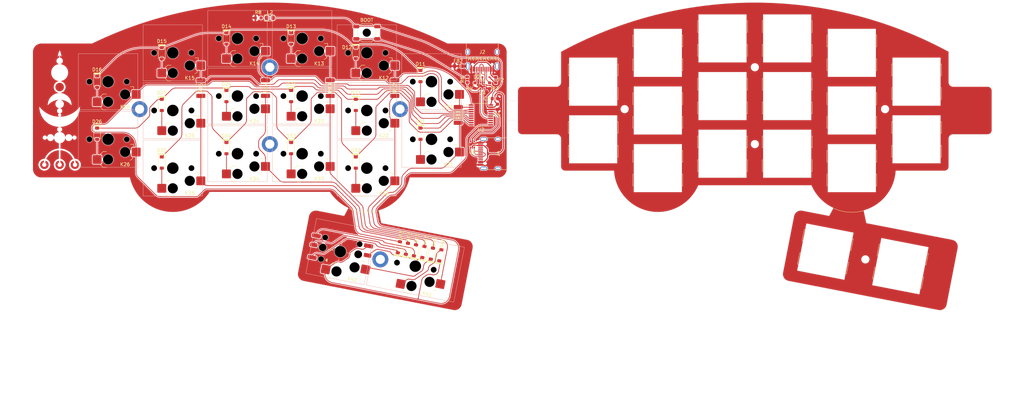
<source format=kicad_pcb>
(kicad_pcb (version 20240108) (generator "pcbnew") (generator_version "8.0")
  (title_block (title "Alufo") (date "2024-10-21") (rev "1.0R") (company "bgkendall") (comment 1 "Split one-layer reversible keyboard PCB (righthand side)"))
  (layers (0 "F.Cu" signal) (31 "B.Cu" signal) (34 "B.Paste" user) (35 "F.Paste" user) (36 "B.SilkS" user "B.Silkscreen") (37 "F.SilkS" user "F.Silkscreen") (38 "B.Mask" user) (39 "F.Mask" user) (44 "Edge.Cuts" user))
  (net 0 "")
  (net 1 "Net-(D35-A)")
  (net 2 "Row1")
  (net 3 "Col2T")
  (net 4 "Net-(D11-A)")
  (net 5 "Net-(D12-A)")
  (net 6 "Net-(D13-A)")
  (net 7 "Row2")
  (net 8 "Net-(D14-A)")
  (net 9 "Net-(D15-A)")
  (net 10 "GND")
  (net 11 "Row4")
  (net 13 "Col5T")
  (net 14 "Net-(D21-A)")
  (net 19 "+3V3")
  (net 20 "Net-(L2-K)")
  (net 21 "VCC")
  (net 22 "Net-(FB2-Pad1)")
  (net 26 "Net-(J2-CC1)")
  (net 27 "Net-(J2-CC2)")
  (net 36 "Net-(NT2-Pad2)")
  (net 37 "BOOT")
  (net 38 "Net-(D24-A)")
  (net 39 "Net-(D23-A)")
  (net 40 "Net-(D22-A)")
  (net 41 "Net-(D25-A)")
  (net 42 "Net-(D2-A)")
  (net 43 "Row3")
  (net 44 "Col3T")
  (net 45 "Col6")
  (net 46 "Col1")
  (net 47 "Col4T")
  (net 48 "Net-(D16-A)")
  (net 49 "Net-(D26-A)")
  (net 50 "Net-(D32-A)")
  (net 51 "Net-(D33-A)")
  (net 52 "Net-(D34-A)")
  (net 53 "Net-(D41-A)")
  (net 54 "Net-(D42-K)")
  (net 55 "Net-(D43-K)")
  (net 56 "Net-(D44-K)")
  (net 57 "Net-(D45-K)")
  (net 58 "Net-(D46-K)")
  (net 59 "Col1T")
  (net 60 "Col3")
  (net 61 "Col4")
  (net 62 "Col2")
  (net 63 "Col5")
  (net 64 "VBUS")
  (net 65 "RX_P")
  (net 66 "TX_P")
  (net 67 "RX")
  (net 68 "TX")
  (net 69 "USB_P+")
  (net 70 "USB_P-")
  (net 71 "USB+")
  (net 72 "USB-")
  (footprint "Project Library:SW_choc_v1_HS_CPG135001S30_1layer_1u" (layer "F.Cu") (at 47.625 69.416683)
    (property "Reference" "K26")
    (property "Value" "PG1350")
  )
  (footprint "Project Library:D_SOD-123_Mod" (layer "F.Cu") (at 44.38 67.766683 -90)
    (property "Reference" "D26")
    (property "Value" "1N4148")
  )
  (footprint "Project Library:SW_choc_v1_HS_CPG135001S30_1layer_1u" (layer "F.Cu") (at 66.675 77.916684)
    (property "Reference" "K35")
    (property "Value" "PG1350")
  )
  (footprint "Resistor_SMD:R_2010_5025Metric" (layer "F.Cu") (at 132.07 54.291679 -90)
    (property "Reference" "R12")
    (property "Value" "0R")
  )
  (footprint "MountingHole:MountingHole_2.2mm_M2" (layer "F.Cu") (at 238.120101 48.166678)
    (property "Reference" "H7" (hide yes))
    (property "Value" "ScrewHole")
  )
  (footprint "Project Library:SW_choc_v1_HS_CPG135001S30_1layer_1u" (layer "F.Cu") (at 123.825 43.916677)
    (property "Reference" "K12")
    (property "Value" "PG1350")
  )
  (footprint "Resistor_SMD:R_2010_5025Metric" (layer "F.Cu") (at 74.92 54.291679 -90)
    (property "Reference" "R15")
    (property "Value" "0R")
  )
  (footprint "Project Library:SW_choc_v1_Plate_CPG135001S30_1u" (layer "F.Cu") (at 190.495101 52.416679)
    (property "Reference" "PK16" (hide yes))
    (property "Value" "SwitchHole")
    (fp_rect (start -7 -7) (end 7 7) (stroke (width 0.05)) (fill none) (layer "Edge.Cuts"))
  )
  (footprint "Project Library:SW_choc_v1_HS_CPG135001S30_1layer_1.5u" (layer "F.Cu") (at 138.1125 106.833358 -11)
    (property "Reference" "K41")
    (property "Value" "PG1350_1½U")
  )
  (footprint "Project Library:SW_choc_v1_HS_CPG135001S30_1layer_1u" (layer "F.Cu") (at 85.725 56.66668)
    (property "Reference" "K24")
    (property "Value" "PG1350")
  )
  (footprint "MountingHole:MountingHole_2.2mm_M2" (layer "F.Cu") (at 199.766101 60.519806)
    (property "Reference" "H6" (hide yes))
    (property "Value" "ScrewHole")
  )
  (footprint "Project Library:SW_choc_v1_Plate_CPG135001S30_1u" (layer "F.Cu") (at 266.695101 60.916681)
    (property "Reference" "PK22" (hide yes))
    (property "Value" "SwitchHole")
    (fp_rect (start -7 -7) (end 7 7) (stroke (width 0.05)) (fill none) (layer "Edge.Cuts"))
  )
  (footprint "Project Library:USB_C_Receptacle_HRO_TYPE-C-31-M-12" (layer "F.Cu") (at 157.858 44.704 180)
    (property "Reference" "J2")
    (property "Value" "USB_C_Receptacle_USB2.0_16P_2SH")
  )
  (footprint "Project Library:D_SOD-123" (layer "F.Cu") (at 135.633932 101.705445 79)
    (property "Reference" "D45")
    (property "Value" "1N4148")
  )
  (footprint "Diode_SMD:D_SOD-323" (layer "F.Cu") (at 158.905 51.054)
    (property "Reference" "D2")
    (property "Value" "PMEG2010EA")
  )
  (footprint "MountingHole:MountingHole_2.2mm_M2" (layer "F.Cu") (at 270.675516 104.829864)
    (property "Reference" "H10" (hide yes))
    (property "Value" "ScrewHole")
  )
  (footprint "Project Library:D_SOD-123_Mod" (layer "F.Cu") (at 82.48 39.689176 -90)
    (property "Reference" "D14")
    (property "Value" "1N4148")
  )
  (footprint "Project Library:D_SOD-123_Mod" (layer "F.Cu") (at 139.63 67.766683 -90)
    (property "Reference" "D21")
    (property "Value" "1N4148")
  )
  (footprint "Project Library:SW_choc_v1_HS_CPG135001S30_1layer_1u" (layer "F.Cu") (at 66.675 60.916681)
    (property "Reference" "K25")
    (property "Value" "PG1350")
  )
  (footprint "Project Library:SW_choc_v1_HS_CPG135001S30_1layer_1u" (layer "F.Cu") (at 142.875 69.416683)
    (property "Reference" "K21")
    (property "Value" "PG1350")
  )
  (footprint "Project Library:D_SOD-123" (layer "F.Cu") (at 140.495933 102.650523 79)
    (property "Reference" "D43")
    (property "Value" "1N4148")
  )
  (footprint "Project Library:SW_choc_v1_Plate_CPG135001S30_1u" (layer "F.Cu") (at 247.645101 56.66668)
    (property "Reference" "PK23" (hide yes))
    (property "Value" "SwitchHole")
    (fp_rect (start -7 -7) (end 7 7) (stroke (width 0.05)) (fill none) (layer "Edge.Cuts"))
  )
  (footprint "Resistor_SMD:R_2010_5025Metric" (layer "F.Cu") (at 150.749 62.229999 -90)
    (property "Reference" "R11")
    (property "Value" "0R")
  )
  (footprint "Project Library:SW_choc_v1_HS_CPG135001S30_1layer_1u" (layer "F.Cu") (at 47.625 52.416679)
    (property "Reference" "K16")
    (property "Value" "PG1350")
  )
  (footprint "Resistor_SMD:R_0603_1608Metric" (layer "F.Cu") (at 160.02 53.594 -90)
    (property "Reference" "R2")
    (property "Value" "5k1")
  )
  (footprint "Project Library:D_SOD-123" (layer "F.Cu") (at 138.0026 102.165868 79)
    (property "Reference" "D44")
    (property "Value" "1N4148")
  )
  (footprint "Fuse:Fuse_0603_1608Metric" (layer "F.Cu") (at 161.798 51.943 -90)
    (property "Reference" "F2")
    (property "Value" "500mA")
  )
  (footprint "Project Library:D_SOD-123" (layer "F.Cu") (at 133.265266 101.245023 79)
    (property "Reference" "D46")
    (property "Value" "1N4148")
  )
  (footprint "Project Library:SW_choc_v1_HS_CPG135001S30_1layer_1u" (layer "F.Cu") (at 142.875 52.416679)
    (property "Reference" "K11")
    (property "Value" "PG1350")
  )
  (footprint "Project Library:SW_choc_v1_HS_CPG135001S30_1layer_1u" (layer "F.Cu") (at 123.825 77.916685)
    (property "Reference" "K32")
    (property "Value" "PG1350")
  )
  (footprint "Project Library:SW_choc_v1_Plate_CPG135001S30_1u" (layer "F.Cu") (at 247.645101 73.666684)
    (property "Reference" "PK33" (hide yes))
    (property "Value" "SwitchHole")
    (fp_rect (start -7 -7) (end 7 7) (stroke (width 0.05)) (fill none) (layer "Edge.Cuts"))
  )
  (footprint "Project Library:NetTie-2_SMD_Pad0.2mm" (layer "F.Cu") (at 155.574 55.372 180)
    (property "Reference" "NT2" (hide yes))
    (property "Value" "NetTie_2" (hide yes))
  )
  (footprint "Project Library:MountingHole_2.2mm_M2_SMD_Solder_Nut" (layer "F.Cu") (at 95.25 70.83335)
    (property "Reference" "H3" (hide yes))
    (property "Value" "SolderNut")
  )
  (footprint "Project Library:SOT-666_Mod" (layer "F.Cu") (at 154.924 70.957 -90)
    (property "Reference" "U6")
    (property "Value" "USBLC6-2P6")
  )
  (footprint "Project Library:SOT-666_Mod" (layer "F.Cu") (at 157.858 53.594 90)
    (property "Reference" "U4")
    (property "Value" "USBLC6-2P6")
  )
  (footprint "Project Library:MountingHole_2.2mm_M2_SMD_Solder_Nut" (layer "F.Cu") (at 95.25 48.166678)
    (property "Reference" "H2" (hide yes))
    (property "Value" "SolderNut")
  )
  (footprint "Project Library:SW_choc_v1_Plate_CPG135001S30_1u" (layer "F.Cu") (at 228.595101 56.66668)
    (property "Reference" "PK24" (hide yes))
    (property "Value" "SwitchHole")
    (fp_rect (start -7 -7) (end 7 7) (stroke (width 0.05)) (fill none) (layer "Edge.Cuts"))
  )
  (footprint "Project Library:SW_choc_v1_HS_CPG135001S30_1layer_1u" (layer "F.Cu") (at 85.725 73.666684)
    (property "Reference" "K34")
    (property "Value" "PG1350")
  )
  (footprint "Project Library:SW_choc_v1_Plate_CPG135001S30_1u" (layer "F.Cu") (at 258.895991 102.54016 -11)
    (property "Reference" "PK42" (hide yes))
    (property "Value" "SwitchHole")
    (fp_poly (pts (xy -7 -7) (xy 7 -7) (xy 7 7) (xy -7 7)) (stroke (width 0.05)) (fill none) (layer "Edge.Cuts"))
  )
  (footprint "Project Library:D_SOD-123_Mod" (layer "F.Cu") (at 44.38 52.416679 -90)
    (property "Reference" "D16")
    (property "Value" "1N4148")
  )
  (footprint "Project Library:SW_choc_v1_Plate_CPG135001S30_1u" (layer "F.Cu") (at 285.745101 52.416679)
    (property "Reference" "PK11" (hide yes))
    (property "Value" "SwitchHole")
    (fp_rect (start -7 -7) (end 7 7) (stroke (width 0.05)) (fill none) (layer "Edge.Cuts"))
  )
  (footprint "Project Library:SW_choc_v1_Plate_CPG135001S30_1u" (layer "F.Cu") (at 190.495101 69.416683)
    (property "Reference" "PK26" (hide yes))
    (property "Value" "SwitchHole")
    (fp_rect (start -7 -7) (end 7 7) (stroke (width 0.05)) (fill none) (layer "Edge.Cuts"))
  )
  (footprint "Project Library:D_SOD-123_Mod" (layer "F.Cu") (at 120.58 59.266681 -90)
    (property "Reference" "D22")
    (property "Value" "1N4148")
  )
  (footprint "Project Library:SW_choc_v1_HS_CPG135001S30_1layer_1u" (layer "F.Cu") (at 123.825 60.916681)
    (property "Reference" "K22")
    (property "Value" "PG1350")
  )
  (footprint "Resistor_SMD:R_0603_1608Metric" (layer "F.Cu") (at 153.416 51.816 90)
    (property "Reference" "R6")
    (property "Value" "5k1-20k")
  )
  (footprint "Capacitor_SMD:C_0603_1608Metric" (layer "F.Cu") (at 161.556 57.404)
    (property "Reference" "C2")
    (property "Value" "100nF")
  )
  (footprint "MountingHole:MountingHole_2.2mm_M2" (layer "F.Cu") (at 238.120101 70.83335)
    (property "Reference" "H8" (hide yes))
    (property "Value" "ScrewHole")
  )
  (footprint "Project Library:SW_choc_v1_Plate_CPG135001S30_1u" (layer "F.Cu") (at 209.545101 60.916681)
    (property "Reference" "PK25" (hide yes))
    (property "Value" "SwitchHole")
    (fp_rect (start -7 -7) (end 7 7) (stroke (width 0.05)) (fill none) (layer "Edge.Cuts"))
  )
  (footprint "Package_SO:TSSOP-20_4.4x6.5mm_P0.65mm" (layer "F.Cu") (at 157.4455 62.23)
    (property "Reference" "U2")
    (property "Value" "CH552T")
  )
  (footprint "Project Library:SW_choc_v1_Plate_CPG135001S30_1u" (layer "F.Cu") (at 209.545101 77.916684)
    (property "Reference" "PK35" (hide yes))
    (property "Value" "SwitchHole")
    (fp_rect (start -7 -7) (end 7 7) (stroke (width 0.05)) (fill none) (layer "Edge.Cuts"))
  )
  (footprint "Project Library:SW_choc_v1_HS_CPG135001S30_1layer_1u" (layer "F.Cu") (at 66.675 43.916677)
    (property "Reference" "K15")
    (property "Value" "PG1350")
  )
  (footprint "Project Library:D_SOD-123_Mod" (layer "F.Cu") (at 139.63 50.766679 -90)
    (property "Reference" "D11")
    (property "Value" "1N4148")
  )
  (footprint "Project Library:D_SOD-123_Mod" (layer "F.Cu") (at 120.58 76.266685 -90)
    (property "Reference" "D32")
    (property "Value" "1N4148")
  )
  (footprint "MountingHole:MountingHole_2.2mm_M2" (layer "F.Cu") (at 276.474101 60.519806)
    (property "Reference" "H9" (hide yes))
    (property "Value" "ScrewHole")
  )
  (footprint "Project Library:D_SOD-123_Mod" (layer "F.Cu") (at 101.53 56.66668 -90)
    (property "Reference" "D23")
    (property "Value" "1N4148")
  )
  (footprint "Project Library:MountingHole_2.2mm_M2_SMD_Solder_Nut" (layer "F.Cu") (at 133.604 60.519806)
    (property "Reference" "H4" (hide yes))
    (property "Value" "SolderNut")
  )
  (footprint "Project Library:D_SOD-123_Mod" (layer "F.Cu") (at 63.43 59.266681 -90)
    (property "Reference" "D25")
    (property "Value" "1N4148")
  )
  (footprint "Project Library:D_SOD-123_Mod" (layer "F.Cu") (at 120.58 43.939177 -90)
    (property "Reference" "D12")
    (property "Value" "1N4148")
  )
  (footprint "Project Library:SW_choc_v1_Plate_CPG135001S30_1u" (layer "F.Cu") (at 266.695101 43.916677)
    (property "Reference" "PK12" (hide yes))
    (property "Value" "SwitchHole")
    (fp_rect (start -7 -7) (end 7 7) (stroke (width 0.05)) (fill none) (layer "Edge.Cuts"))
  )
  (footprint "Project Library:D_SOD-123_Mod" (layer "F.Cu") (at 82.48 56.66668 -90)
    (property "Reference" "D24")
    (property "Value" "1N4148")
  )
  (footprint "Project Library:D_SOD-123_Mod" (layer "F.Cu") (at 63.43 44.052177 -90)
    (property "Reference" "D15")
    (property "Value" "1N4148")
  )
  (footprint "Project Library:SW_choc_v1_Plate_CPG135001S30_1u" (layer "F.Cu") (at 209.545101 43.916677)
    (property "Reference" "PK15" (hide yes))
    (property "Value" "SwitchHole")
    (fp_rect (start -7 -7) (end 7 7) (stroke (width 0.05)) (fill none) (layer "Edge.Cuts"))
  )
  (footprint "Project Library:MountingHole_2.2mm_M2_SMD_Solder_Nut" (layer "F.Cu") (at 127.805415 104.829864)
    (property "Reference" "H5" (hide yes))
    (property "Value" "SolderNut")
  )
  (footprint "Project Library:SW_choc_v1_HS_nav_CPG135001S30_SKQUCAA010_1layer_1u_1" (layer "F.Cu") (at 116.02589 102.54016 -11)
    (property "Reference" "K42")
    (property "Value" "PG1350/SKQUCAA010")
  )
  (footprint "Inductor_SMD:L_0805_2012Metric" (layer "F.Cu") (at 150.749 47.834 180)
    (property "Reference" "FB2")
    (property "Value" "FerriteBead")
  )
  (footprint "Project Library:SW_SPST_SKQG_WithStem" (layer "F.Cu") (at 123.809593 37.966677 180)
    (property "Reference" "SW2" (hide yes))
    (property "Value" "BOOT")
  )
  (footprint "Project Library:D_SOD-123_Mod" (layer "F.Cu") (at 63.43 76.266684 -90)
    (property "Reference" "D35")
    (property "Value" "1N4148")
  )
  (footprint "Project Library:SW_choc_v1_Plate_CPG135001S30_1u" (layer "F.Cu") (at 228.595101 73.666684)
    (property "Reference" "PK34" (hide yes))
    (property "Value" "SwitchHole")
    (fp_rect (start -7 -7) (end 7 7) (stroke (width 0.05)) (fill none) (layer "Edge.Cuts"))
  )
  (footprint "Resistor_SMD:R_0603_1608Metric" (layer "F.Cu") (at 155.702 53.594 -90)
    (property "Reference" "R4")
    (property "Value" "5k1")
  )
  (footprint "Project Library:USB_C_Receptacle_HRO_TYPE-C-31-M-12" (layer "F.Cu") (at 161.383 73.666684 90)
    (property "Reference" "J4")
    (property "Value" "USB_C_Receptacle_USB2.0_16P_2SH")
  )
  (footprint "Project Library:SW_choc_v1_Plate_CPG135001S30_1u" (layer "F.Cu") (at 228.595101 39.666676)
    (property "Reference" "PK14" (hide yes))
    (property "Value" "SwitchHole")
    (fp_rect (start -7 -7) (end 7 7) (stroke (width 0.05)) (fill none) (layer "Edge.Cuts"))
  )
  (footprint "Project Library:SW_choc_v1_Plate_CPG135001S30_1u" (layer "F.Cu") (at 266.695101 77.916685)
    (property "Reference" "PK32" (hide yes))
    (property "Value" "SwitchHole")
    (fp_rect (start -7 -7) (end 7 7) (stroke (width 0.05)) (fill none) (layer "Edge.Cuts"))
  )
  (footprint "Resistor_SMD:R_2010_5025Metric" (layer "F.Cu") (at 113.02 54.291679 -90)
    (property "Reference" "R13")
    (property "Value" "0R")
  )
  (footprint "Project Library:SW_choc_v1_HS_CPG135001S30_1layer_1u" (layer "F.Cu") (at 104.775 39.666676)
    (property "Reference" "K13")
    (property "Value" "PG1350")
  )
  (footprint "Project Library:D_SOD-123" (layer "F.Cu") (at 142.989266 103.135177 79)
    (property "Reference" "D42")
    (property "Value" "1N4148")
  )
  (footprint "Project Library:SW_choc_v1_Plate_CPG135001S30_1u" (layer "F.Cu") (at 285.745101 69.416683)
    (property "Reference" "PK21" (hide yes))
    (property "Value" "SwitchHole")
    (fp_rect (start -7 -7) (end 7 7) (stroke (width 0.05)) (fill none) (layer "Edge.Cuts"))
  )
  (footprint "Project Library:SW_choc_v1_Plate_CPG135001S30_1u" (layer "F.Cu") (at 247.645101 39.666676)
    (property "Reference" "PK13" (hide yes))
    (property "Value" "SwitchHole")
    (fp_rect (start -7 -7) (end 7 7) (stroke (width 0.05)) (fill none) (layer "Edge.Cuts"))
  )
  (footprint "Project Library:D_SOD-123_Mod" (layer "F.Cu") (at 82.48 72.016684 -90)
    (property "Reference" "D34")
    (property "Value" "1N4148")
  )
  (footprint "Resistor_SMD:R_2010_5025Metric" (layer "F.Cu") (at 93.97 54.291679 -90)
    (property "Reference" "R14")
    (property "Value" "0R")
  )
  (footprint "Project Library:SW_choc_v1_HS_CPG135001S30_1layer_1u" (layer "F.Cu") (at 104.775 56.66668)
    (property "Reference" "K23")
    (property "Value" "PG1350")
  )
  (footprint "Project Library:SW_choc_v1_Plate_CPG135001S30_1.5u" (layer "F.Cu") (at 280.982601 106.833358 -11)
    (property "Reference" "PK41" (hide yes))
    (property "Value" "SwitchHole")
    (fp_poly (pts (xy -7 -7) (xy 7 -7) (xy 7 7) (xy -7 7)) (stroke (width 0.05)) (fill none) (layer "Edge.Cuts"))
  )
  (footprint "Capacitor_SMD:C_0603_1608Metric" (layer "F.Cu") (at 162.306 59.83 -90)
    (property "Reference" "C4")
    (property "Value" "100nF")
  )
  (footprint "Project Library:LED_0805_2012Metric_Mod" (layer "F.Cu") (at 95.27 33.616676)
    (property "Reference" "L2")
    (property "Value" "LED")
  )
  (footprint "Project Library:D_SOD-123_Mod" (layer "F.Cu") (at 101.53 72.016684 -90)
    (property "Reference" "D33")
    (property "Value" "1N4148")
  )
  (footprint "Project Library:SW_choc_v1_HS_CPG135001S30_1layer_1u" (layer "F.Cu") (at 104.775 73.666684)
    (property "Reference" "K33")
    (property "Value" "PG1350")
  )
  (footprint "Resistor_SMD:R_0603_1608Metric" (layer "F.Cu") (at 91.841 33.616676 180)
    (property "Reference" "R8")
    (property "Value" "5k1")
  )
  (footprint "Project Library:SW_choc_v1_HS_CPG135001S30_1layer_1u" (layer "F.Cu") (at 85.725 39.666676)
    (property "Reference" "K14")
    (property "Value" "PG1350")
  )
  (footprint "Project Library:D_SOD-123_Mod" (layer "F.Cu") (at 101.53 39.689176 -90)
    (property "Reference" "D13")
    (property "Value" "1N4148")
  )
  (footprint "Project Library:MountingHole_2.2mm_M2_SMD_Solder_Nut" (layer "F.Cu") (at 56.896 60.519806)
    (property "Reference" "H1" (hide yes))
    (property "Value" "SolderNut")
  )
  (footprint "Project Library:D_SOD-123" (layer "F.Cu") (at 145.482598 103.619832 79)
    (property "Reference" "D41")
    (property "Value" "1N4148")
  )
  (gr_poly (pts (xy 38.019409 75.678463) (xy 38.077983 75.687844) (xy 38.135621 75.699908) (xy 38.192258 75.714589) (xy 38.247825 75.73182) (xy 38.302258 75.751534) (xy 38.355487 75.773664) (xy 38.407448 75.798144) (xy 38.458073 75.824907) (xy 38.507295 75.853885) (xy 38.555047 75.885013) (xy 38.601263 75.918224) (xy 38.645876 75.95345) (xy 38.688819 75.990626) (xy 38.730025 76.029683) (xy 38.769427 76.070557) (xy 38.806959 76.113179) (xy 38.842553 76.157483) (xy 38.876144 76.203402) (xy 38.907664 76.250869) (xy 38.937046 76.299819) (xy 38.964224 76.350183) (xy 38.98913 76.401895) (xy 39.011698 76.454889) (xy 39.031862 76.509098) (xy 39.049553 76.564454) (xy 39.064707 76.620892) (xy 39.077255 76.678344) (xy 39.08713 76.736743) (xy 39.094267 76.796024) (xy 39.098598 76.856118) (xy 39.100057 76.91696) (xy 39.098429 76.981257) (xy 39.093598 77.044715) (xy 39.085642 77.107253) (xy 39.074641 77.168794) (xy 39.060673 77.229259) (xy 39.043817 77.288568) (xy 39.024152 77.346644) (xy 39.001756 77.403406) (xy 38.976708 77.458778) (xy 38.949087 77.512679) (xy 38.918972 77.565032) (xy 38.886442 77.615756) (xy 38.851575 77.664775) (xy 38.81445 77.712007) (xy 38.775146 77.757376) (xy 38.733741 77.800802) (xy 38.690315 77.842207) (xy 38.644946 77.881511) (xy 38.597714 77.918636) (xy 38.548695 77.953503) (xy 38.497971 77.986033) (xy 38.445618 78.016148) (xy 38.391717 78.043769) (xy 38.336346 78.068816) (xy 38.279583 78.091212) (xy 38.221507 78.110877) (xy 38.162198 78.127733) (xy 38.101734 78.141701) (xy 38.040193 78.152702) (xy 37.977655 78.160658) (xy 37.914198 78.165489) (xy 37.849901 78.167117) (xy 37.785628 78.165489) (xy 37.722194 78.160658) (xy 37.659677 78.152702) (xy 37.598156 78.141701) (xy 37.53771 78.127733) (xy 37.478418 78.110877) (xy 37.420358 78.091212) (xy 37.36361 78.068816) (xy 37.308251 78.043769) (xy 37.254362 78.016148) (xy 37.202021 77.986033) (xy 37.151307 77.953503) (xy 37.102298 77.918636) (xy 37.055073 77.881511) (xy 37.009712 77.842207) (xy 36.966292 77.800802) (xy 36.924894 77.757376) (xy 36.885595 77.712007) (xy 36.848474 77.664775) (xy 36.813611 77.615756) (xy 36.781084 77.565032) (xy 36.750971 77.512679) (xy 36.723353 77.458778) (xy 36.698307 77.403406) (xy 36.675912 77.346644) (xy 36.656248 77.288568) (xy 36.639392 77.229259) (xy 36.625425 77.168794) (xy 36.614424 77.107253) (xy 36.606469 77.044715) (xy 36.601638 76.981257) (xy 36.60001 76.91696) (xy 36.601057 76.865394) (xy 36.60417 76.814357) (xy 36.609308 76.763889) (xy 36.616432 76.714031) (xy 36.636473 76.616306) (xy 36.663969 76.521507) (xy 36.698594 76.429957) (xy 36.740024 76.341981) (xy 36.787936 76.257902) (xy 36.842004 76.178044) (xy 36.901904 76.102732) (xy 36.967312 76.03229) (xy 37.037904 75.967041) (xy 37.113355 75.90731) (xy 37.19334 75.85342) (xy 37.277535 75.805696) (xy 37.365617 75.764461) (xy 37.457259 75.73004) (xy 37.478316 75.80563) (xy 37.498018 75.881778) (xy 37.516349 75.958472) (xy 37.533294 76.035699) (xy 37.548838 76.113447) (xy 37.562965 76.191704) (xy 37.575659 76.270456) (xy 37.586906 76.349692) (xy 37.567725 76.359858) (xy 37.548939 76.370652) (xy 37.530561 76.38206) (xy 37.512604 76.394068) (xy 37.495084 76.406661) (xy 37.478015 76.419826) (xy 37.461409 76.433549) (xy 37.445283 76.447816) (xy 37.429649 76.462613) (xy 37.414521 76.477925) (xy 37.399915 76.49374) (xy 37.385843 76.510042) (xy 37.37232 76.526817) (xy 37.35936 76.544053) (xy 37.346978 76.561735) (xy 37.335187 76.579848) (xy 37.324001 76.598379) (xy 37.313435 76.617314) (xy 37.303502 76.636638) (xy 37.294217 76.656339) (xy 37.285594 76.676401) (xy 37.277647 76.696811) (xy 37.270389 76.717555) (xy 37.263836 76.738619) (xy 37.258001 76.759988) (xy 37.252898 76.781649) (xy 37.248541 76.803588) (xy 37.244946 76.825791) (xy 37.242124 76.848244) (xy 37.240091 76.870932) (xy 37.238861 76.893842) (xy 37.238448 76.91696) (xy 37.239276 76.949676) (xy 37.241734 76.981963) (xy 37.245781 77.013783) (xy 37.251378 77.045095) (xy 37.258484 77.07586) (xy 37.26706 77.106036) (xy 37.277065 77.135585) (xy 37.288459 77.164465) (xy 37.301202 77.192638) (xy 37.315254 77.220062) (xy 37.330575 77.246698) (xy 37.347125 77.272506) (xy 37.364865 77.297445) (xy 37.383752 77.321476) (xy 37.403749 77.344559) (xy 37.424814 77.366653) (xy 37.446908 77.387718) (xy 37.469991 77.407715) (xy 37.494022 77.426602) (xy 37.518961 77.444342) (xy 37.544769 77.460892) (xy 37.571405 77.476213) (xy 37.598829 77.490265) (xy 37.627002 77.503008) (xy 37.655882 77.514402) (xy 37.685431 77.524407) (xy 37.715607 77.532983) (xy 37.746372 77.540089) (xy 37.777684 77.545686) (xy 37.809504 77.549733) (xy 37.841792 77.552191) (xy 37.874507 77.553019) (xy 37.907198 77.552191) (xy 37.939464 77.549733) (xy 37.971262 77.545686) (xy 38.002555 77.540089) (xy 38.033301 77.532983) (xy 38.063461 77.524407) (xy 38.092993 77.514402) (xy 38.121859 77.503008) (xy 38.150018 77.490265) (xy 38.17743 77.476213) (xy 38.204055 77.460892) (xy 38.229853 77.444342) (xy 38.254783 77.426602) (xy 38.278806 77.407715) (xy 38.301881 77.387718) (xy 38.323968 77.366653) (xy 38.345027 77.344559) (xy 38.365019 77.321476) (xy 38.383902 77.297445) (xy 38.401638 77.272506) (xy 38.418185 77.246698) (xy 38.433503 77.220062) (xy 38.447553 77.192638) (xy 38.460294 77.164465) (xy 38.471687 77.135585) (xy 38.481691 77.106036) (xy 38.490266 77.07586) (xy 38.497371 77.045095) (xy 38.502968 77.013783) (xy 38.507015 76.981963) (xy 38.509473 76.949676) (xy 38.510301 76.91696) (xy 38.509786 76.891163) (xy 38.508256 76.865625) (xy 38.502225 76.815407) (xy 38.492365 76.766463) (xy 38.478832 76.718951) (xy 38.461783 76.673026) (xy 38.441375 76.628846) (xy 38.417763 76.586566) (xy 38.391106 76.546343) (xy 38.361559 76.508335) (xy 38.329278 76.472697) (xy 38.294421 76.439586) (xy 38.257144 76.409158) (xy 38.217604 76.381571) (xy 38.175956 76.35698) (xy 38.132359 76.335543) (xy 38.086968 76.317416) (xy 38.075943 76.235079) (xy 38.063515 76.153179) (xy 38.049691 76.071732) (xy 38.034481 75.990753) (xy 38.017895 75.910258) (xy 37.999941 75.830262) (xy 37.980629 75.750782) (xy 37.959968 75.671832)) (stroke (width -0.000001)) (fill solid) (layer "F.Cu"))
  (gr_poly (pts (arc (start 155.7615 72.916684) (mid 155.571178 72.98478) (end 155.464382 73.157584)) (arc (start 155.4615 72.616684) (mid 155.549368 72.828816) (end 155.7615 72.916684))) (stroke (width 0.2)) (fill none) (layer "F.Cu") (net 65))
  (gr_poly (pts (xy 33.414165 52.752868) (xy 33.477622 52.757699) (xy 33.54016 52.765655) (xy 33.6017 52.776656) (xy 33.662165 52.790624) (xy 33.721474 52.80748) (xy 33.779549 52.827145) (xy 33.836312 52.849541) (xy 33.891684 52.874589) (xy 33.945585 52.90221) (xy 33.997937 52.932325) (xy 34.048662 52.964855) (xy 34.09768 52.999723) (xy 34.144913 53.036848) (xy 34.190282 53.076152) (xy 34.233708 53.117556) (xy 34.275112 53.160982) (xy 34.314417 53.206351) (xy 34.351542 53.253584) (xy 34.386409 53.302602) (xy 34.418939 53.353327) (xy 34.449054 53.40568) (xy 34.476675 53.459581) (xy 34.501722 53.514953) (xy 34.524118 53.571715) (xy 34.543784 53.629791) (xy 34.56064 53.6891) (xy 34.574608 53.749565) (xy 34.585609 53.811105) (xy 34.593564 53.873644) (xy 34.598395 53.937101) (xy 34.600023 54.001398) (xy 34.598395 54.06567) (xy 34.593564 54.129105) (xy 34.585609 54.191622) (xy 34.574608 54.253143) (xy 34.56064 54.313589) (xy 34.543784 54.372881) (xy 34.524118 54.430941) (xy 34.501722 54.487689) (xy 34.476675 54.543047) (xy 34.449054 54.596936) (xy 34.418939 54.649277) (xy 34.386409 54.699992) (xy 34.351542 54.749001) (xy 34.314417 54.796225) (xy 34.275112 54.841587) (xy 34.233708 54.885006) (xy 34.190282 54.926405) (xy 34.144913 54.965704) (xy 34.09768 55.002825) (xy 34.048662 55.037688) (xy 33.997937 55.070215) (xy 33.945585 55.100327) (xy 33.891684 55.127946) (xy 33.836312 55.152992) (xy 33.779549 55.175387) (xy 33.721474 55.195051) (xy 33.662165 55.211906) (xy 33.6017 55.225874) (xy 33.54016 55.236875) (xy 33.477622 55.24483) (xy 33.414165 55.249661) (xy 33.349868 55.251289) (xy 33.285595 55.249661) (xy 33.222161 55.24483) (xy 33.159643 55.236875) (xy 33.098123 55.225874) (xy 33.037676 55.211906) (xy 32.978384 55.195051) (xy 32.920324 55.175387) (xy 32.863576 55.152992) (xy 32.808218 55.127946) (xy 32.754329 55.100327) (xy 32.701988 55.070215) (xy 32.651273 55.037688) (xy 32.602264 55.002825) (xy 32.55504 54.965704) (xy 32.509678 54.926405) (xy 32.466259 54.885006) (xy 32.42486 54.841587) (xy 32.385561 54.796225) (xy 32.34844 54.749001) (xy 32.313577 54.699992) (xy 32.28105 54.649277) (xy 32.250938 54.596936) (xy 32.223319 54.543047) (xy 32.198273 54.487689) (xy 32.175878 54.430941) (xy 32.156214 54.372881) (xy 32.139359 54.313589) (xy 32.125391 54.253143) (xy 32.11439 54.191622) (xy 32.106435 54.129105) (xy 32.101604 54.06567) (xy 32.099976 54.001398) (xy 32.101604 53.937101) (xy 32.106435 53.873644) (xy 32.11439 53.811105) (xy 32.125391 53.749565) (xy 32.139359 53.6891) (xy 32.156214 53.629791) (xy 32.175878 53.571715) (xy 32.198273 53.514953) (xy 32.223319 53.459581) (xy 32.250938 53.40568) (xy 32.28105 53.353327) (xy 32.313577 53.302602) (xy 32.34844 53.253584) (xy 32.385561 53.206351) (xy 32.42486 53.160982) (xy 32.466259 53.117556) (xy 32.509678 53.076152) (xy 32.55504 53.036848) (xy 32.602264 52.999723) (xy 32.651273 52.964855) (xy 32.701988 52.932325) (xy 32.754329 52.90221) (xy 32.808218 52.874589) (xy 32.863576 52.849541) (xy 32.920324 52.827145) (xy 32.978384 52.80748) (xy 33.037676 52.790624) (xy 33.098123 52.776656) (xy 33.159643 52.765655) (xy 33.222161 52.757699) (xy 33.285595 52.752868) (xy 33.349868 52.75124)) (stroke (width -0.000001)) (fill solid) (layer "F.Cu"))
  (gr_poly (pts (xy 33.414165 57.752965) (xy 33.418838 57.753321) (xy 33.349868 57.751338)) (stroke (width -0.000001)) (fill solid) (layer "F.Cu") (net 10))
  (gr_poly (pts (arc (start 138.983309 116.282356) (mid 139.029086 116.507357) (end 139.220554 116.634087)) (arc (start 138.631578 116.519602) (mid 138.856579 116.473825) (end 138.983309 116.282356))) (stroke (width 0.2)) (fill none) (layer "F.Cu") (net 11))
  (gr_poly (pts (xy 33.280932 57.753321) (xy 33.285595 57.752965) (xy 33.349868 57.751338)) (stroke (width -0.000001)) (fill solid) (layer "F.Cu") (net 10))
  (gr_poly (pts (arc (start 158.308 50.290289) (mid 158.520132 50.202421) (end 158.608 49.990289)) (arc (start 158.608 50.590289) (mid 158.520132 50.378157) (end 158.308 50.290289))) (stroke (width 0.2)) (fill none) (layer "F.Cu") (net 70))
  (gr_poly (pts (xy 39.723521 41.917415) (xy 39.757049 41.919968) (xy 39.79009 41.924173) (xy 39.822604 41.929988) (xy 39.854549 41.937371) (xy 39.885882 41.94628) (xy 39.916563 41.956675) (xy 39.94655 41.968512) (xy 39.975802 41.981751) (xy 40.004276 41.996349) (xy 40.031931 42.012266) (xy 40.058726 42.029459) (xy 40.08462 42.047887) (xy 40.109569 42.067508) (xy 40.133534 42.088281) (xy 40.156472 42.110163) (xy 40.178342 42.133114) (xy 40.199103 42.157091) (xy 40.218712 42.182053) (xy 40.237128 42.207958) (xy 40.25431 42.234764) (xy 40.270215 42.262431) (xy 40.284804 42.290915) (xy 40.298033 42.320176) (xy 40.309861 42.350172) (xy 40.320247 42.380861) (xy 40.32915 42.412202) (xy 40.336527 42.444152) (xy 40.342336 42.476671) (xy 40.346538 42.509716) (xy 40.349089 42.543246) (xy 40.349949 42.577219) (xy 40.349949 79.25614) (xy 40.349089 79.290114) (xy 40.346538 79.323644) (xy 40.342336 79.356689) (xy 40.336527 79.389208) (xy 40.32915 79.421158) (xy 40.320247 79.452499) (xy 40.309861 79.483188) (xy 40.298033 79.513184) (xy 40.284804 79.542445) (xy 40.270215 79.57093) (xy 40.25431 79.598596) (xy 40.237128 79.625403) (xy 40.218712 79.651308) (xy 40.199103 79.67627) (xy 40.178342 79.700247) (xy 40.156472 79.723198) (xy 40.133534 79.74508) (xy 40.109569 79.765853) (xy 40.08462 79.785474) (xy 40.058726 79.803902) (xy 40.031931 79.821096) (xy 40.004276 79.837012) (xy 39.975802 79.851611) (xy 39.94655 79.86485) (xy 39.916563 79.876687) (xy 39.885882 79.887081) (xy 39.854549 79.895991) (xy 39.822604 79.903374) (xy 39.79009 79.909189) (xy 39.757049 79.913394) (xy 39.723521 79.915947) (xy 39.689549 79.916808) (xy 27.010451 79.916808) (xy 26.976479 79.915947) (xy 26.942951 79.913394) (xy 26.90991 79.909189) (xy 26.877396 79.903374) (xy 26.845452 79.895991) (xy 26.814118 79.887081) (xy 26.783437 79.876687) (xy 26.75345 79.86485) (xy 26.724199 79.851611) (xy 26.695725 79.837012) (xy 26.668069 79.821096) (xy 26.641274 79.803902) (xy 26.615381 79.785474) (xy 26.590431 79.765853) (xy 26.566466 79.74508) (xy 26.543528 79.723198) (xy 26.521658 79.700247) (xy 26.500898 79.67627) (xy 26.481289 79.651308) (xy 26.462872 79.625403) (xy 26.445691 79.598596) (xy 26.429785 79.57093) (xy 26.415197 79.542445) (xy 26.401968 79.513184) (xy 26.390139 79.483188) (xy 26.379753 79.452499) (xy 26.370851 79.421158) (xy 26.363474 79.389208) (xy 26.357664 79.356689) (xy 26.353462 79.323644) (xy 26.350911 79.290114) (xy 26.350051 79.25614) (xy 26.350051 76.91696) (xy 27.099881 76.91696) (xy 27.10216 77.006971) (xy 27.108924 77.095804) (xy 27.120062 77.183351) (xy 27.135464 77.2695) (xy 27.155021 77.354142) (xy 27.178621 77.437166) (xy 27.206154 77.518462) (xy 27.237509 77.59792) (xy 27.272578 77.67543) (xy 27.311249 77.750881) (xy 27.353411 77.824163) (xy 27.398955 77.895167) (xy 27.447771 77.963781) (xy 27.499747 78.029896) (xy 27.554775 78.093401) (xy 27.612742 78.154186) (xy 27.67354 78.212141) (xy 27.737057 78.267156) (xy 27.803184 78.31912) (xy 27.87181 78.367924) (xy 27.942825 78.413457) (xy 28.016118 78.455608) (xy 28.09158 78.494269) (xy 28.169099 78.529327) (xy 28.248566 78.560674) (xy 28.32987 78.588199) (xy 28.412901 78.611792) (xy 28.497549 78.631342) (xy 28.583703 78.64674) (xy 28.671253 78.657874) (xy 28.760088 78.664636) (xy 28.850099 78.666914) (xy 28.940086 78.664636) (xy 29.028899 78.657874) (xy 29.116428 78.64674) (xy 29.202562 78.631342) (xy 29.287192 78.611792) (xy 29.370206 78.588199) (xy 29.451494 78.560674) (xy 29.530946 78.529327) (xy 29.608452 78.494269) (xy 29.683902 78.455608) (xy 29.757184 78.413457) (xy 29.828188 78.367924) (xy 29.896805 78.31912) (xy 29.962923 78.267156) (xy 30.026433 78.212141) (xy 30.087225 78.154186) (xy 30.145186 78.093401) (xy 30.200208 78.029896) (xy 30.25218 77.963781) (xy 30.300992 77.895167) (xy 30.346533 77.824163) (xy 30.388693 77.750881) (xy 30.427362 77.67543) (xy 30.462428 77.59792) (xy 30.493783 77.518462) (xy 30.521315 77.437166) (xy 30.544914 77.354142) (xy 30.56447 77.2695) (xy 30.579872 77.183351) (xy 30.59101 77.095804) (xy 30.597774 77.006971) (xy 30.600053 76.91696) (xy 30.598601 76.845125) (xy 30.594283 76.774021) (xy 30.577272 76.634227) (xy 30.549468 76.498028) (xy 30.511318 76.365871) (xy 30.463272 76.238206) (xy 30.405777 76.11548) (xy 30.33928 75.998142) (xy 30.264231 75.88664) (xy 30.181077 75.781423) (xy 30.090265 75.68294) (xy 29.992245 75.591638) (xy 29.887464 75.507967) (xy 29.776371 75.432374) (xy 29.659412 75.365308) (xy 29.537037 75.307218) (xy 29.409693 75.258551) (xy 29.451412 75.16296) (xy 29.495384 75.068593) (xy 29.541575 74.975485) (xy 29.589949 74.88367) (xy 29.640472 74.793182) (xy 29.693108 74.704055) (xy 29.747824 74.616323) (xy 29.804584 74.530021) (xy 29.863352 74.445182) (xy 29.924096 74.361841) (xy 29.986778 74.280031) (xy 30.051365 74.199787) (xy 30.117822 74.121143) (xy 30.186114 74.044133) (xy 30.256205 73.968791) (xy 30.328062 73.895152) (xy 30.465791 73.763428) (xy 30.609259 73.63788) (xy 30.758251 73.518725) (xy 30.912551 73.406177) (xy 31.071946 73.300453) (xy 31.23622 73.201771) (xy 31.405159 73.110345) (xy 31.578549 73.026393) (xy 31.756173 72.950129) (xy 31.937819 72.881772) (xy 32.12327 72.821537) (xy 32.312313 72.769639) (xy 32.504732 72.726297) (xy 32.700313 72.691725) (xy 32.898841 72.66614) (xy 33.100101 72.649758) (xy 33.100101 75.184733) (xy 33.021213 75.197887) (xy 32.943553 75.214523) (xy 32.867204 75.234557) (xy 32.79225 75.257905) (xy 32.718776 75.284484) (xy 32.646864 75.314209) (xy 32.576598 75.346997) (xy 32.508063 75.382764) (xy 32.441341 75.421426) (xy 32.376517 75.4629) (xy 32.313675 75.507101) (xy 32.252897 75.553946) (xy 32.194268 75.603351) (xy 32.137872 75.655232) (xy 32.083791 75.709506) (xy 32.03211 75.766088) (xy 31.982914 75.824894) (xy 31.936284 75.885842) (xy 31.892305 75.948846) (xy 31.851061 76.013824) (xy 31.812636 76.080691) (xy 31.777112 76.149364) (xy 31.744575 76.219758) (xy 31.715107 76.291791) (xy 31.688792 76.365377) (xy 31.665714 76.440434) (xy 31.645957 76.516878) (xy 31.629605 76.594624) (xy 31.616741 76.673589) (xy 31.607448 76.75369) (xy 31.601811 76.834841) (xy 31.599914 76.91696) (xy 31.602193 77.006971) (xy 31.608957 77.095804) (xy 31.620095 77.183351) (xy 31.635497 77.2695) (xy 31.655053 77.354142) (xy 31.678652 77.437166) (xy 31.706184 77.518462) (xy 31.737538 77.59792) (xy 31.772605 77.67543) (xy 31.811274 77.750881) (xy 31.853433 77.824163) (xy 31.898974 77.895167) (xy 31.947786 77.963781) (xy 31.999758 78.029896) (xy 32.054781 78.093401) (xy 32.112742 78.154186) (xy 32.173533 78.212141) (xy 32.237043 78.267156) (xy 32.303162 78.31912) (xy 32.371779 78.367924) (xy 32.442783 78.413457) (xy 32.516065 78.455608) (xy 32.591515 78.494269) (xy 32.669021 78.529327) (xy 32.748473 78.560674) (xy 32.829761 78.588199) (xy 32.912775 78.611792) (xy 32.997405 78.631342) (xy 33.083539 78.64674) (xy 33.171068 78.657874) (xy 33.259881 78.664636) (xy 33.349868 78.666914) (xy 33.439879 78.664636) (xy 33.528715 78.657874) (xy 33.616264 78.64674) (xy 33.702418 78.631342) (xy 33.787066 78.611792) (xy 33.870097 78.588199) (xy 33.951401 78.560674) (xy 34.030868 78.529327) (xy 34.108387 78.494269) (xy 34.183849 78.455608) (xy 34.257142 78.413457) (xy 34.328157 78.367924) (xy 34.396783 78.31912) (xy 34.46291 78.267156) (xy 34.526427 78.212141) (xy 34.587225 78.154186) (xy 34.645192 78.093401) (xy 34.70022 78.029896) (xy 34.752196 77.963781) (xy 34.801012 77.895167) (xy 34.846556 77.824163) (xy 34.888718 77.750881) (xy 34.927389 77.67543) (xy 34.962458 77.59792) (xy 34.993813 77.518462) (xy 35.021346 77.437166) (xy 35.044946 77.354142) (xy 35.064502 77.2695) (xy 35.079905 77.183351) (xy 35.091043 77.095804) (xy 35.097807 77.006971) (xy 35.100086 76.91696) (xy 35.098189 76.834841) (xy 35.092552 76.75369) (xy 35.083259 76.673589) (xy 35.070395 76.594624) (xy 35.054043 76.516878) (xy 35.034286 76.440434) (xy 35.011208 76.365377) (xy 34.984893 76.291791) (xy 34.955425 76.219758) (xy 34.922888 76.149364) (xy 34.887364 76.080691) (xy 34.848939 76.013824) (xy 34.807695 75.948846) (xy 34.763716 75.885842) (xy 34.717086 75.824894) (xy 34.667889 75.766088) (xy 34.616209 75.709506) (xy 34.562128 75.655232) (xy 34.505732 75.603351) (xy 34.447103 75.553946) (xy 34.386325 75.507101) (xy 34.323482 75.4629) (xy 34.258658 75.421426) (xy 34.191937 75.382764) (xy 34.123402 75.346997) (xy 34.053136 75.314209) (xy 33.981224 75.284484) (xy 33.90775 75.257905) (xy 33.832796 75.234557) (xy 33.756447 75.214523) (xy 33.678787 75.197887) (xy 33.599899 75.184733) (xy 33.599899 72.649758) (xy 33.908685 72.678846) (xy 34.21073 72.729472) (xy 34.505247 72.800846) (xy 34.791446 72.892182) (xy 35.06854 73.002692) (xy 35.335742 73.131589) (xy 35.592263 73.278084) (xy 35.837315 73.441391) (xy 36.07011 73.620722) (xy 36.289861 73.815289) (xy 36.49578 74.024305) (xy 36.687078 74.246982) (xy 36.862968 74.482533) (xy 37.022661 74.730169) (xy 37.16537 74.989105) (xy 37.290307 75.258551) (xy 37.226019 75.281678) (xy 37.16292 75.307218) (xy 37.101065 75.335113) (xy 37.040512 75.365308) (xy 36.981316 75.397747) (xy 36.923531 75.432374) (xy 36.867216 75.469133) (xy 36.812424 75.507967) (xy 36.759213 75.548821) (xy 36.707638 75.591638) (xy 36.657754 75.636364) (xy 36.609619 75.68294) (xy 36.563287 75.731312) (xy 36.518814 75.781423) (xy 36.476256 75.833218) (xy 36.43567 75.88664) (xy 36.397111 75.941633) (xy 36.360635 75.998142) (xy 36.326297 76.056109) (xy 36.294154 76.11548) (xy 36.264261 76.176197) (xy 36.236675 76.238206) (xy 36.211451 76.301449) (xy 36.188644 76.365871) (xy 36.168312 76.431416) (xy 36.15051 76.498028) (xy 36.135293 76.56565) (xy 36.122717 76.634227) (xy 36.112839 76.703703) (xy 36.105714 76.774021) (xy 36.101398 76.845125) (xy 36.099947 76.91696) (xy 36.102226 77.006971) (xy 36.10899 77.095804) (xy 36.120128 77.183351) (xy 36.13553 77.2695) (xy 36.155086 77.354142) (xy 36.178685 77.437166) (xy 36.206217 77.518462) (xy 36.237572 77.59792) (xy 36.272638 77.67543) (xy 36.311307 77.750881) (xy 36.353467 77.824163) (xy 36.399008 77.895167) (xy 36.447819 77.963781) (xy 36.499792 78.029896) (xy 36.554814 78.093401) (xy 36.612776 78.154186) (xy 36.673567 78.212141) (xy 36.737077 78.267156) (xy 36.803195 78.31912) (xy 36.871812 78.367924) (xy 36.942816 78.413457) (xy 37.016099 78.455608) (xy 37.091548 78.494269) (xy 37.169054 78.529327) (xy 37.248506 78.560674) (xy 37.329794 78.588199) (xy 37.412808 78.611792) (xy 37.497438 78.631342) (xy 37.583572 78.64674) (xy 37.671101 78.657874) (xy 37.759914 78.664636) (xy 37.849901 78.666914) (xy 37.939912 78.664636) (xy 38.028748 78.657874) (xy 38.116298 78.64674) (xy 38.202452 78.631342) (xy 38.2871 78.611792) (xy 38.370131 78.588199) (xy 38.451435 78.560674) (xy 38.530902 78.529327) (xy 38.608421 78.494269) (xy 38.683882 78.455608) (xy 38.757176 78.413457) (xy 38.82819 78.367924) (xy 38.896816 78.31912) (xy 38.962943 78.267156) (xy 39.026461 78.212141) (xy 39.087258 78.154186) (xy 39.145226 78.093401) (xy 39.200253 78.029896) (xy 39.252229 77.963781) (xy 39.301045 77.895167) (xy 39.346589 77.824163) (xy 39.388752 77.750881) (xy 39.427423 77.67543) (xy 39.462491 77.59792) (xy 39.493847 77.518462) (xy 39.52138 77.437166) (xy 39.54498 77.354142) (xy 39.564536 77.2695) (xy 39.579938 77.183351) (xy 39.591077 77.095804) (xy 39.59784 77.006971) (xy 39.60012 76.91696) (xy 39.59784 76.826973) (xy 39.591077 76.73816) (xy 39.579938 76.650631) (xy 39.564536 76.564497) (xy 39.54498 76.479868) (xy 39.52138 76.396853) (xy 39.493847 76.315565) (xy 39.462491 76.236113) (xy 39.427423 76.158606) (xy 39.388752 76.083157) (xy 39.346589 76.009875) (xy 39.301045 75.93887) (xy 39.252229 75.870253) (xy 39.200253 75.804134) (xy 39.145226 75.740624) (xy 39.087258 75.679833) (xy 39.026461 75.621871) (xy 38.962943 75.566849) (xy 38.896816 75.514876) (xy 38.82819 75.466064) (xy 38.757176 75.420523) (xy 38.683882 75.378363) (xy 38.608421 75.339694) (xy 38.530902 75.304628) (xy 38.451435 75.273273) (xy 38.370131 75.245741) (xy 38.2871 75.222142) (xy 38.202452 75.202586) (xy 38.116298 75.187184) (xy 38.028748 75.176045) (xy 37.939912 75.169281) (xy 37.849901 75.167002) (xy 37.835771 75.167056) (xy 37.82159 75.167235) (xy 37.80741 75.167562) (xy 37.79328 75.168063) (xy 37.727776 75.010351) (xy 37.656854 74.855537) (xy 37.580635 74.703741) (xy 37.499236 74.555082) (xy 37.412776 74.409678) (xy 37.321375 74.267649) (xy 37.225151 74.129113) (xy 37.124223 73.99419) (xy 37.01871 73.862999) (xy 36.908731 73.735658) (xy 36.794405 73.612286) (xy 36.67585 73.493003) (xy 36.553186 73.377928) (xy 36.426532 73.267179) (xy 36.296006 73.160875) (xy 36.161727 73.059136) (xy 36.023814 72.96208) (xy 35.882386 72.869827) (xy 35.737562 72.782495) (xy 35.589461 72.700204) (xy 35.438201 72.623071) (xy 35.283902 72.551218) (xy 35.126683 72.484761) (xy 34.966662 72.423821) (xy 34.803958 72.368516) (xy 34.63869 72.318966) (xy 34.470977 72.275289) (xy 34.300938 72.237604) (xy 34.128692 72.20603) (xy 33.954357 72.180687) (xy 33.778053 72.161693) (xy 33.599899 72.149167) (xy 33.599899 70.563254) (xy 33.674399 70.550284) (xy 33.74773 70.534046) (xy 33.819812 70.51462) (xy 33.890567 70.492084) (xy 33.959918 70.466516) (xy 34.027786 70.437995) (xy 34.094091 70.406599) (xy 34.158757 70.372408) (xy 34.221704 70.335498) (xy 34.282854 70.29595) (xy 34.342129 70.25384) (xy 34.39945 70.209249) (xy 34.454739 70.162253) (xy 34.507918 70.112933) (xy 34.558908 70.061365) (xy 34.607631 70.00763) (xy 34.654008 69.951804) (xy 34.697961 69.893967) (xy 34.739412 69.834198) (xy 34.778282 69.772574) (xy 34.814493 69.709174) (xy 34.847966 69.644077) (xy 34.878624 69.577361) (xy 34.906387 69.509104) (xy 34.931177 69.439386) (xy 34.952917 69.368284) (xy 34.971527 69.295877) (xy 34.986929 69.222244) (xy 34.999044 69.147462) (xy 35.007796 69.071612) (xy 35.013104 68.99477) (xy 35.014891 68.917016) (xy 35.016231 68.969947) (xy 35.020209 69.022185) (xy 35.026759 69.073666) (xy 35.035816 69.124325) (xy 35.047316 69.174097) (xy 35.061194 69.222917) (xy 35.077385 69.27072) (xy 35.095824 69.317442) (xy 35.116446 69.363019) (xy 35.139187 69.407384) (xy 35.163981 69.450474) (xy 35.190764 69.492223) (xy 35.21947 69.532567) (xy 35.250035 69.571442) (xy 35.282394 69.608781) (xy 35.316482 69.644521) (xy 35.352235 69.678597) (xy 35.389587 69.710944) (xy 35.428473 69.741497) (xy 35.468829 69.770192) (xy 35.51059 69.796963) (xy 35.553691 69.821746) (xy 35.598066 69.844476) (xy 35.643652 69.865089) (xy 35.690383 69.883519) (xy 35.738195 69.899702) (xy 35.787022 69.913572) (xy 35.8368 69.925067) (xy 35.887463 69.934119) (xy 35.938948 69.940666) (xy 35.991188 69.944641) (xy 36.04412 69.945981) (xy 36.097028 69.944641) (xy 36.149245 69.940666) (xy 36.200709 69.934119) (xy 36.251353 69.925067) (xy 36.301112 69.913572) (xy 36.349922 69.899702) (xy 36.397718 69.883519) (xy 36.444434 69.865089) (xy 36.490007 69.844476) (xy 36.53437 69.821746) (xy 36.57746 69.796963) (xy 36.61921 69.770192) (xy 36.659557 69.741497) (xy 36.698435 69.710944) (xy 36.735779 69.678597) (xy 36.771525 69.644521) (xy 36.805608 69.608781) (xy 36.837962 69.571442) (xy 36.868523 69.532567) (xy 36.897225 69.492223) (xy 36.924004 69.450474) (xy 36.948796 69.407384) (xy 36.971534 69.363019) (xy 36.992155 69.317442) (xy 37.010592 69.27072) (xy 37.026782 69.222917) (xy 37.040659 69.174097) (xy 37.052159 69.124325) (xy 37.061216 69.073666) (xy 37.067766 69.022185) (xy 37.071744 68.969947) (xy 37.073084 68.917016) (xy 37.073912 68.949731) (xy 37.07637 68.982019) (xy 37.080417 69.013839) (xy 37.086014 69.045152) (xy 37.09312 69.075916) (xy 37.101696 69.106093) (xy 37.1117 69.135642) (xy 37.123094 69.164522) (xy 37.135837 69.192695) (xy 37.14989 69.220119) (xy 37.165211 69.246755) (xy 37.181761 69.272563) (xy 37.1995 69.297502) (xy 37.218388 69.321533) (xy 37.238384 69.344615) (xy 37.25945 69.366709) (xy 37.281544 69.387775) (xy 37.304626 69.407771) (xy 37.328657 69.426659) (xy 37.353596 69.444398) (xy 37.379404 69.460948) (xy 37.40604 69.476269) (xy 37.433464 69.490321) (xy 37.461637 69.503064) (xy 37.490517 69.514458) (xy 37.520066 69.524463) (xy 37.550242 69.533038) (xy 37.581007 69.540145) (xy 37.612319 69.545741) (xy 37.644139 69.549789) (xy 37.676426 69.552246) (xy 37.709142 69.553074) (xy 37.741833 69.552246) (xy 37.774098 69.549789) (xy 37.805897 69.545741) (xy 37.83719 69.540145) (xy 37.867936 69.533038) (xy 37.898095 69.524463) (xy 37.927628 69.514458) (xy 37.956494 69.503064) (xy 37.984653 69.490321) (xy 38.012065 69.476269) (xy 38.03869 69.460948) (xy 38.064488 69.444398) (xy 38.089418 69.426659) (xy 38.11344 69.407771) (xy 38.136515 69.387775) (xy 38.158603 69.366709) (xy 38.179662 69.344615) (xy 38.199654 69.321533) (xy 38.218537 69.297502) (xy 38.236272 69.272563) (xy 38.252819 69.246755) (xy 38.268138 69.220119) (xy 38.282188 69.192695) (xy 38.294929 69.164522) (xy 38.306322 69.135642) (xy 38.316326 69.106093) (xy 38.3249 69.075916) (xy 38.332006 69.045152) (xy 38.337602 69.013839) (xy 38.34165 68.982019) (xy 38.344107 68.949731) (xy 38.344935 68.917016) (xy 38.344107 68.8843) (xy 38.34165 68.852013) (xy 38.337602 68.820193) (xy 38.332006 68.788881) (xy 38.3249 68.758116) (xy 38.316326 68.72794) (xy 38.306322 68.698391) (xy 38.294929 68.669511) (xy 38.282188 68.641339) (xy 38.268138 68.613914) (xy 38.252819 68.587278) (xy 38.236272 68.561471) (xy 38.218537 68.536532) (xy 38.199654 68.512501) (xy 38.179662 68.489418) (xy 38.158603 68.467324) (xy 38.136515 68.446259) (xy 38.11344 68.426262) (xy 38.089418 68.407375) (xy 38.064488 68.389636) (xy 38.03869 68.373086) (xy 38.012065 68.357764) (xy 37.984653 68.343712) (xy 37.956494 68.330969) (xy 37.927628 68.319575) (xy 37.898095 68.30957) (xy 37.867936 68.300995) (xy 37.83719 68.293889) (xy 37.805897 68.288292) (xy 37.774098 68.284245) (xy 37.741833 68.281787) (xy 37.709142 68.280959) (xy 37.676426 68.281787) (xy 37.644139 68.284245) (xy 37.612319 68.288292) (xy 37.581007 68.293889) (xy 37.550242 68.300995) (xy 37.520066 68.30957) (xy 37.490517 68.319575) (xy 37.461637 68.330969) (xy 37.433464 68.343712) (xy 37.40604 68.357764) (xy 37.379404 68.373086) (xy 37.353596 68.389636) (xy 37.328657 68.407375) (xy 37.304626 68.426262) (xy 37.281544 68.446259) (xy 37.25945 68.467324) (xy 37.238384 68.489418) (xy 37.218388 68.512501) (xy 37.1995 68.536532) (xy 37.181761 68.561471) (xy 37.165211 68.587278) (xy 37.14989 68.613914) (xy 37.135837 68.641339) (xy 37.123094 68.669511) (xy 37.1117 68.698391) (xy 37.101696 68.72794) (xy 37.09312 68.758116) (xy 37.086014 68.788881) (xy 37.080417 68.820193) (xy 37.07637 68.852013) (xy 37.073912 68.8843) (xy 37.073084 68.917016) (xy 37.071744 68.864108) (xy 37.067766 68.81189) (xy 37.061216 68.760427) (xy 37.052159 68.709783) (xy 37.040659 68.660024) (xy 37.026782 68.611214) (xy 37.010592 68.563418) (xy 36.992155 68.516702) (xy 36.971534 68.471129) (xy 36.948796 68.426766) (xy 36.924004 68.383677) (xy 36.897225 68.341926) (xy 36.868523 68.301579) (xy 36.837962 68.262701) (xy 36.805608 68.225357) (xy 36.771525 68.189611) (xy 36.735779 68.155529) (xy 36.698435 68.123175) (xy 36.659557 68.092614) (xy 36.61921 68.063911) (xy 36.57746 68.037132) (xy 36.53437 68.012341) (xy 36.490007 67.989602) (xy 36.444434 67.968982) (xy 36.397718 67.950544) (xy 36.349922 67.934354) (xy 36.301112 67.920477) (xy 36.251353 67.908977) (xy 36.200709 67.89992) (xy 36.149245 67.89337) (xy 36.097028 67.889393) (xy 36.04412 67.888053) (xy 35.991188 67.889393) (xy 35.938948 67.89337) (xy 35.887463 67.89992) (xy 35.8368 67.908977) (xy 35.787022 67.920477) (xy 35.738195 67.934354) (xy 35.690383 67.950544) (xy 35.643652 67.968982) (xy 35.598066 67.989602) (xy 35.553691 68.012341) (xy 35.51059 68.037132) (xy 35.468829 68.063911) (xy 35.428473 68.092614) (xy 35.389587 68.123175) (xy 35.352235 68.155529) (xy 35.316482 68.189611) (xy 35.282394 68.225357) (xy 35.250035 68.262701) (xy 35.21947 68.301579) (xy 35.190764 68.341926) (xy 35.163981 68.383677) (xy 35.139187 68.426766) (xy 35.116446 68.471129) (xy 35.095824 68.516702) (xy 35.077385 68.563418) (xy 35.061194 68.611214) (xy 35.047316 68.660024) (xy 35.035816 68.709783) (xy 35.026759 68.760427) (xy 35.020209 68.81189) (xy 35.016231 68.864108) (xy 35.014891 68.917016) (xy 35.012723 68.831393) (xy 35.00629 68.746887) (xy 34.995696 68.663604) (xy 34.981047 68.581648) (xy 34.962446 68.501124) (xy 34.94 68.422137) (xy 34.913812 68.344793) (xy 34.883988 68.269196) (xy 34.850632 68.195451) (xy 34.81385 68.123664) (xy 34.773746 68.053938) (xy 34.730424 67.98638) (xy 34.683991 67.921094) (xy 34.63455 67.858185) (xy 34.582206 67.797758) (xy 34.527065 67.739918) (xy 34.469231 67.68477) (xy 34.408809 67.63242) (xy 34.345904 67.582971) (xy 34.28062 67.53653) (xy 34.213063 67.4932) (xy 34.143337 67.453088) (xy 34.071548 67.416297) (xy 33.997799 67.382933) (xy 33.922196 67.353102) (xy 33.844844 67.326907) (xy 33.765848 67.304454) (xy 33.685312 67.285848) (xy 33.603341 67.271194) (xy 33.52004 67.260597) (xy 33.435514 67.254162) (xy 33.349868 67.251994) (xy 33.264246 67.254162) (xy 33.179742 67.260597) (xy 33.096462 67.271194) (xy 33.014511 67.285848) (xy 32.933993 67.304454) (xy 32.855014 67.326907) (xy 32.777677 67.353102) (xy 32.702089 67.382933) (xy 32.628354 67.416297) (xy 32.556577 67.453088) (xy 32.486862 67.4932) (xy 32.419315 67.53653) (xy 32.354041 67.582971) (xy 32.291144 67.63242) (xy 32.230729 67.68477) (xy 32.172902 67.739918) (xy 32.117767 67.797758) (xy 32.065428 67.858185) (xy 32.015992 67.921094) (xy 31.969562 67.98638) (xy 31.926244 68.053938) (xy 31.886142 68.123664) (xy 31.849362 68.195451) (xy 31.816008 68.269196) (xy 31.786185 68.344793) (xy 31.759999 68.422137) (xy 31.737553 68.501124) (xy 31.718953 68.581648) (xy 31.704304 68.663604) (xy 31.69371 68.746887) (xy 31.687277 68.831393) (xy 31.68511 68.917016) (xy 31.686897 68.99477) (xy 31.692205 69.071612) (xy 31.700956 69.147462) (xy 31.713072 69.222244) (xy 31.728474 69.295877) (xy 31.747084 69.368284) (xy 31.768823 69.439386) (xy 31.793614 69.509104) (xy 31.821377 69.577361) (xy 31.852034 69.644077) (xy 31.885508 69.709174) (xy 31.921718 69.772574) (xy 31.960588 69.834198) (xy 32.002039 69.893967) (xy 32.045992 69.951804) (xy 32.092369 70.00763) (xy 32.141092 70.061365) (xy 32.192082 70.112933) (xy 32.245261 70.162253) (xy 32.30055 70.209249) (xy 32.357871 70.25384) (xy 32.417146 70.29595) (xy 32.478296 70.335498) (xy 32.541243 70.372408) (xy 32.605909 70.406599) (xy 32.672214 70.437995) (xy 32.740082 70.466516) (xy 32.809433 70.492084) (xy 32.880188 70.51462) (xy 32.95227 70.534046) (xy 33.025601 70.550284) (xy 33.100101 70.563254) (xy 33.100101 72.149167) (xy 32.873148 72.166293) (xy 32.649258 72.193895) (xy 32.428676 72.231723) (xy 32.211651 72.279532) (xy 31.998428 72.337073) (xy 31.789256 72.4041) (xy 31.58438 72.480365) (xy 31.384047 72.565621) (xy 31.188505 72.659621) (xy 30.998 72.762117) (xy 30.812779 72.872862) (xy 30.633089 72.991609) (xy 30.459177 73.118111) (xy 30.29129 73.25212) (xy 30.129675 73.393389) (xy 29.974578 73.54167) (xy 29.889555 73.628876) (xy 29.80676 73.718219) (xy 29.726238 73.809654) (xy 29.648033 73.903136) (xy 29.572191 73.99862) (xy 29.498756 74.096059) (xy 29.427774 74.195409) (xy 29.35929 74.296625) (xy 29.293348 74.39966) (xy 29.229993 74.504471) (xy 29.169271 74.61101) (xy 29.111227 74.719234) (xy 29.055904 74.829097) (xy 29.003349 74.940552) (xy 28.953606 75.053556) (xy 28.90672 75.168063) (xy 28.89259 75.167562) (xy 28.87841 75.167235) (xy 28.86423 75.167056) (xy 28.850099 75.167002) (xy 28.760088 75.169281) (xy 28.671253 75.176045) (xy 28.583703 75.187184) (xy 28.497549 75.202586) (xy 28.412901 75.222142) (xy 28.32987 75.245741) (xy 28.248566 75.273273) (xy 28.169099 75.304628) (xy 28.09158 75.339694) (xy 28.016118 75.378363) (xy 27.942825 75.420523) (xy 27.87181 75.466064) (xy 27.803184 75.514876) (xy 27.737057 75.566849) (xy 27.67354 75.621871) (xy 27.612742 75.679833) (xy 27.554775 75.740624) (xy 27.499747 75.804134) (xy 27.447771 75.870253) (xy 27.398955 75.93887) (xy 27.353411 76.009875) (xy 27.311249 76.083157) (xy 27.272578 76.158606) (xy 27.237509 76.236113) (xy 27.206154 76.315565) (xy 27.178621 76.396853) (xy 27.155021 76.479868) (xy 27.135464 76.564497) (xy 27.120062 76.650631) (xy 27.108924 76.73816) (xy 27.10216 76.826973) (xy 27.099881 76.91696) (xy 26.350051 76.91696) (xy 26.350051 68.917016) (xy 28.355064 68.917016) (xy 28.355892 68.949731) (xy 28.35835 68.982019) (xy 28.362397 69.013839) (xy 28.367993 69.045152) (xy 28.375099 69.075916) (xy 28.383674 69.106093) (xy 28.393678 69.135642) (xy 28.40507 69.164522) (xy 28.417812 69.192695) (xy 28.431862 69.220119) (xy 28.44718 69.246755) (xy 28.463727 69.272563) (xy 28.481462 69.297502) (xy 28.500346 69.321533) (xy 28.520337 69.344615) (xy 28.541397 69.366709) (xy 28.563484 69.387775) (xy 28.586559 69.407771) (xy 28.610582 69.426659) (xy 28.635512 69.444398) (xy 28.661309 69.460948) (xy 28.687934 69.476269) (xy 28.715346 69.490321) (xy 28.743505 69.503064) (xy 28.772371 69.514458) (xy 28.801904 69.524463) (xy 28.832064 69.533038) (xy 28.86281 69.540145) (xy 28.894102 69.545741) (xy 28.925901 69.549789) (xy 28.958166 69.552246) (xy 28.990858 69.553074) (xy 29.023573 69.552246) (xy 29.055861 69.549789) (xy 29.087681 69.545741) (xy 29.118993 69.540145) (xy 29.149757 69.533038) (xy 29.179934 69.524463) (xy 29.209482 69.514458) (xy 29.238363 69.503064) (xy 29.266535 69.490321) (xy 29.293959 69.476269) (xy 29.320595 69.460948) (xy 29.346403 69.444398) (xy 29.371343 69.426659) (xy 29.395374 69.407771) (xy 29.418456 69.387775) (xy 29.44055 69.366709) (xy 29.461615 69.344615) (xy 29.481612 69.321533) (xy 29.5005 69.297502) (xy 29.518239 69.272563) (xy 29.534789 69.246755) (xy 29.55011 69.220119) (xy 29.564162 69.192695) (xy 29.576905 69.164522) (xy 29.588299 69.135642) (xy 29.598304 69.106093) (xy 29.60688 69.075916) (xy 29.613986 69.045152) (xy 29.619583 69.013839) (xy 29.62363 68.982019) (xy 29.626088 68.949731) (xy 29.626916 68.917016) (xy 29.628256 68.969947) (xy 29.632234 69.022185) (xy 29.638783 69.073666) (xy 29.647841 69.124325) (xy 29.65934 69.174097) (xy 29.673218 69.222917) (xy 29.689407 69.27072) (xy 29.707845 69.317442) (xy 29.728466 69.363019) (xy 29.751204 69.407384) (xy 29.775995 69.450474) (xy 29.802775 69.492223) (xy 29.831477 69.532567) (xy 29.862038 69.571442) (xy 29.894392 69.608781) (xy 29.928475 69.644521) (xy 29.96422 69.678597) (xy 30.001565 69.710944) (xy 30.040443 69.741497) (xy 30.08079 69.770192) (xy 30.12254 69.796963) (xy 30.16563 69.821746) (xy 30.209993 69.844476) (xy 30.255566 69.865089) (xy 30.302282 69.883519) (xy 30.350078 69.899702) (xy 30.398888 69.913572) (xy 30.448648 69.925067) (xy 30.499291 69.934119) (xy 30.550755 69.940666) (xy 30.602973 69.944641) (xy 30.655881 69.945981) (xy 30.708812 69.944641) (xy 30.761053 69.940666) (xy 30.812537 69.934119) (xy 30.863201 69.925067) (xy 30.912978 69.913572) (xy 30.961805 69.899702) (xy 31.009617 69.883519) (xy 31.056348 69.865089) (xy 31.101934 69.844476) (xy 31.14631 69.821746) (xy 31.18941 69.796963) (xy 31.231171 69.770192) (xy 31.271527 69.741497) (xy 31.310413 69.710944) (xy 31.347765 69.678597) (xy 31.383518 69.644521) (xy 31.417606 69.608781) (xy 31.449965 69.571442) (xy 31.48053 69.532567) (xy 31.509237 69.492223) (xy 31.536019 69.450474) (xy 31.560813 69.407384) (xy 31.583554 69.363019) (xy 31.604176 69.317442) (xy 31.622615 69.27072) (xy 31.638806 69.222917) (xy 31.652684 69.174097) (xy 31.664184 69.124325) (xy 31.673242 69.073666) (xy 31.679792 69.022185) (xy 31.683769 68.969947) (xy 31.68511 68.917016) (xy 31.683769 68.864108) (xy 31.679792 68.81189) (xy 31.673242 68.760427) (xy 31.664184 68.709783) (xy 31.652684 68.660024) (xy 31.638806 68.611214) (xy 31.622615 68.563418) (xy 31.604176 68.516702) (xy 31.583554 68.471129) (xy 31.560813 68.426766) (xy 31.536019 68.383677) (xy 31.509237 68.341926) (xy 31.48053 68.301579) (xy 31.449965 68.262701) (xy 31.417606 68.225357) (xy 31.383518 68.189611) (xy 31.347765 68.155529) (xy 31.310413 68.123175) (xy 31.271527 68.092614) (xy 31.231171 68.063911) (xy 31.18941 68.037132) (xy 31.14631 68.012341) (xy 31.101934 67.989602) (xy 31.056348 67.968982) (xy 31.009617 67.950544) (xy 30.961805 67.934354) (xy 30.912978 67.920477) (xy 30.863201 67.908977) (xy 30.812537 67.89992) (xy 30.761053 67.89337) (xy 30.708812 67.889393) (xy 30.655881 67.888053) (xy 30.602973 67.889393) (xy 30.550755 67.89337) (xy 30.499291 67.89992) (xy 30.448648 67.908977) (xy 30.398888 67.920477) (xy 30.350078 67.934354) (xy 30.302282 67.950544) (xy 30.255566 67.968982) (xy 30.209993 67.989602) (xy 30.16563 68.012341) (xy 30.12254 68.037132) (xy 30.08079 68.063911) (xy 30.040443 68.092614) (xy 30.001565 68.123175) (xy 29.96422 68.155529) (xy 29.928475 68.189611) (xy 29.894392 68.225357) (xy 29.862038 68.262701) (xy 29.831477 68.301579) (xy 29.802775 68.341926) (xy 29.775995 68.383677) (xy 29.751204 68.426766) (xy 29.728466 68.471129) (xy 29.707845 68.516702) (xy 29.689407 68.563418) (xy 29.673218 68.611214) (xy 29.65934 68.660024) (xy 29.647841 68.709783) (xy 29.638783 68.760427) (xy 29.632234 68.81189) (xy 29.628256 68.864108) (xy 29.626916 68.917016) (xy 29.626088 68.8843) (xy 29.62363 68.852013) (xy 29.619583 68.820193) (xy 29.613986 68.788881) (xy 29.60688 68.758116) (xy 29.598304 68.72794) (xy 29.588299 68.698391) (xy 29.576905 68.669511) (xy 29.564162 68.641339) (xy 29.55011 68.613914) (xy 29.534789 68.587278) (xy 29.518239 68.561471) (xy 29.5005 68.536532) (xy 29.481612 68.512501) (xy 29.461615 68.489418) (xy 29.44055 68.467324) (xy 29.418456 68.446259) (xy 29.395374 68.426262) (xy 29.371343 68.407375) (xy 29.346403 68.389636) (xy 29.320595 68.373086) (xy 29.293959 68.357764) (xy 29.266535 68.343712) (xy 29.238363 68.330969) (xy 29.209482 68.319575) (xy 29.179934 68.30957) (xy 29.149757 68.300995) (xy 29.118993 68.293889) (xy 29.087681 68.288292) (xy 29.055861 68.284245) (xy 29.023573 68.281787) (xy 28.990858 68.280959) (xy 28.958166 68.281787) (xy 28.925901 68.284245) (xy 28.894102 68.288292) (xy 28.86281 68.293889) (xy 28.832064 68.300995) (xy 28.801904 68.30957) (xy 28.772371 68.319575) (xy 28.743505 68.330969) (xy 28.715346 68.343712) (xy 28.687934 68.357764) (xy 28.661309 68.373086) (xy 28.635512 68.389636) (xy 28.610582 68.407375) (xy 28.586559 68.426262) (xy 28.563484 68.446259) (xy 28.541397 68.467324) (xy 28.520337 68.489418) (xy 28.500346 68.512501) (xy 28.481462 68.536532) (xy 28.463727 68.561471) (xy 28.44718 68.587278) (xy 28.431862 68.613914) (xy 28.417812 68.641339) (xy 28.40507 68.669511) (xy 28.393678 68.698391) (xy 28.383674 68.72794) (xy 28.375099 68.758116) (xy 28.367993 68.788881) (xy 28.362397 68.820193) (xy 28.35835 68.852013) (xy 28.355892 68.8843) (xy 28.355064 68.917016) (xy 26.350051 68.917016) (xy 26.350051 66.502165) (xy 32.600039 66.502165) (xy 32.601015 66.540724) (xy 32.603913 66.57878) (xy 32.608686 66.616285) (xy 32.615285 66.653193) (xy 32.623664 66.689456) (xy 32.633776 66.725026) (xy 32.645573 66.759857) (xy 32.659008 66.793902) (xy 32.674033 66.827112) (xy 32.690602 66.859441) (xy 32.708666 66.890841) (xy 32.72818 66.921265) (xy 32.749095 66.950666) (xy 32.771364 66.978997) (xy 32.79494 67.00621) (xy 32.819775 67.032258) (xy 32.845823 67.057093) (xy 32.873036 67.080669) (xy 32.901367 67.102938) (xy 32.930768 67.123853) (xy 32.961192 67.143366) (xy 32.992593 67.161431) (xy 33.024921 67.178) (xy 33.058132 67.193025) (xy 33.092176 67.20646) (xy 33.127007 67.218256) (xy 33.162578 67.228368) (xy 33.19884 67.236747) (xy 33.235748 67.243347) (xy 33.273253 67.248119) (xy 33.311309 67.251017) (xy 33.349868 67.251994) (xy 33.388451 67.251017) (xy 33.426529 67.248119) (xy 33.464055 67.243347) (xy 33.500983 67.236747) (xy 33.537264 67.228368) (xy 33.572851 67.218256) (xy 33.607698 67.20646) (xy 33.641757 67.193025) (xy 33.67498 67.178) (xy 33.707322 67.161431) (xy 33.738733 67.143366) (xy 33.769168 67.123853) (xy 33.798578 67.102938) (xy 33.826917 67.080669) (xy 33.854137 67.057093) (xy 33.880192 67.032258) (xy 33.905033 67.00621) (xy 33.928614 66.978997) (xy 33.950888 66.950666) (xy 33.971806 66.921265) (xy 33.991323 66.890841) (xy 34.00939 66.859441) (xy 34.025961 66.827112) (xy 34.040988 66.793902) (xy 34.054424 66.759857) (xy 34.066222 66.725026) (xy 34.076335 66.689456) (xy 34.084714 66.653193) (xy 34.091314 66.616285) (xy 34.096087 66.57878) (xy 34.098985 66.540724) (xy 34.099961 66.502165) (xy 34.098985 66.463583) (xy 34.096087 66.425504) (xy 34.091314 66.387978) (xy 34.084714 66.351051) (xy 34.076335 66.31477) (xy 34.066222 66.279182) (xy 34.054424 66.244335) (xy 34.040988 66.210277) (xy 34.025961 66.177053) (xy 34.00939 66.144712) (xy 33.991323 66.1133) (xy 33.971806 66.082866) (xy 33.950888 66.053455) (xy 33.928614 66.025116) (xy 33.905033 65.997896) (xy 33.880192 65.971842) (xy 33.854137 65.947) (xy 33.826917 65.923419) (xy 33.798578 65.901146) (xy 33.769168 65.880227) (xy 33.738733 65.86071) (xy 33.707322 65.842643) (xy 33.67498 65.826072) (xy 33.641757 65.811045) (xy 33.607698 65.797609) (xy 33.572851 65.785811) (xy 33.537264 65.775699) (xy 33.500983 65.767319) (xy 33.464055 65.760719) (xy 33.426529 65.755947) (xy 33.388451 65.753048) (xy 33.349868 65.752072) (xy 33.311309 65.753048) (xy 33.273253 65.755947) (xy 33.235748 65.760719) (xy 33.19884 65.767319) (xy 33.162578 65.775699) (xy 33.127007 65.785811) (xy 33.092176 65.797609) (xy 33.058132 65.811045) (xy 33.024921 65.826072) (xy 32.992593 65.842643) (xy 32.961192 65.86071) (xy 32.930768 65.880227) (xy 32.901367 65.901146) (xy 32.873036 65.923419) (xy 32.845823 65.947) (xy 32.819775 65.971842) (xy 32.79494 65.997896) (xy 32.771364 66.025116) (xy 32.749095 66.053455) (xy 32.72818 66.082866) (xy 32.708666 66.1133) (xy 32.690602 66.144712) (xy 32.674033 66.177053) (xy 32.659008 66.210277) (xy 32.645573 66.244335) (xy 32.633776 66.279182) (xy 32.623664 66.31477) (xy 32.615285 66.351051) (xy 32.608686 66.387978) (xy 32.603913 66.425504) (xy 32.601015 66.463583) (xy 32.600039 66.502165) (xy 26.350051 66.502165) (xy 26.350051 59.750529) (xy 27.349912 59.750529) (xy 27.349912 59.752118) (xy 27.357726 60.060684) (xy 27.380916 60.365222) (xy 27.419103 60.665353) (xy 27.471909 60.960698) (xy 27.538956 61.250879) (xy 27.619866 61.535519) (xy 27.714259 61.814238) (xy 27.821759 62.086659) (xy 27.941986 62.352405) (xy 28.074562 62.611095) (xy 28.21911 62.862353) (xy 28.375249 63.1058) (xy 28.542603 63.341058) (xy 28.720793 63.567749) (xy 28.909441 63.785494) (xy 29.108167 63.993916) (xy 29.316595 64.192636) (xy 29.534345 64.381276) (xy 29.76104 64.559459) (xy 29.996301 64.726804) (xy 30.239749 64.882936) (xy 30.491007 65.027475) (xy 30.749695 65.160043) (xy 31.015437 65.280262) (xy 31.287853 65.387754) (xy 31.566565 65.482141) (xy 31.851194 65.563044) (xy 32.141363 65.630086) (xy 32.436694 65.682887) (xy 32.736807 65.721071) (xy 33.041324 65.744259) (xy 33.349868 65.752072) (xy 33.658436 65.744259) (xy 33.962976 65.721071) (xy 34.26311 65.682887) (xy 34.55846 65.630086) (xy 34.848647 65.563044) (xy 35.133294 65.482141) (xy 35.412021 65.387754) (xy 35.684452 65.280262) (xy 35.950206 65.160043) (xy 36.208907 65.027475) (xy 36.460176 64.882936) (xy 36.703635 64.726804) (xy 36.938905 64.559459) (xy 37.165608 64.381276) (xy 37.383365 64.192636) (xy 37.5918 63.993916) (xy 37.790532 63.785494) (xy 37.979185 63.567749) (xy 38.157379 63.341058) (xy 38.324737 63.1058) (xy 38.48088 62.862353) (xy 38.62543 62.611095) (xy 38.758008 62.352405) (xy 38.878237 62.086659) (xy 38.985738 61.814238) (xy 39.080133 61.535519) (xy 39.161043 61.250879) (xy 39.22809 60.960698) (xy 39.280897 60.665353) (xy 39.319084 60.365222) (xy 39.342274 60.060684) (xy 39.350088 59.752118) (xy 39.350088 59.750529) (xy 39.084049 60.084523) (xy 38.799814 60.402663) (xy 38.498169 60.704163) (xy 38.179898 60.988237) (xy 37.845788 61.2541) (xy 37.496625 61.500966) (xy 37.133193 61.728049) (xy 36.756279 61.934565) (xy 36.366668 62.119726) (xy 35.965145 62.282748) (xy 35.552497 62.422846) (xy 35.129509 62.539232) (xy 34.696966 62.631123) (xy 34.255655 62.697732) (xy 33.80636 62.738273) (xy 33.349868 62.751961) (xy 32.893422 62.738273) (xy 32.444168 62.697732) (xy 32.002892 62.631123) (xy 31.57038 62.539232) (xy 31.147417 62.422846) (xy 30.73479 62.282748) (xy 30.712898 62.27386) (xy 32.87256 62.27386) (xy 32.873182 62.298414) (xy 32.875028 62.322647) (xy 32.878068 62.346529) (xy 32.882271 62.370029) (xy 32.887608 62.393117) (xy 32.894048 62.415764) (xy 32.901562 62.437939) (xy 32.910118 62.459612) (xy 32.919687 62.480754) (xy 32.930239 62.501334) (xy 32.941742 62.521322) (xy 32.954169 62.540688) (xy 32.967487 62.559403) (xy 32.981667 62.577435) (xy 32.996678 62.594755) (xy 33.012491 62.611334) (xy 33.029075 62.62714) (xy 33.046401 62.642145) (xy 33.064437 62.656317) (xy 33.083154 62.669627) (xy 33.102522 62.682045) (xy 33.122509 62.69354) (xy 33.143087 62.704084) (xy 33.164225 62.713645) (xy 33.185893 62.722193) (xy 33.208061 62.7297) (xy 33.230698 62.736134) (xy 33.253774 62.741465) (xy 33.277259 62.745664) (xy 33.301124 62.748701) (xy 33.325336 62.750545) (xy 33.349868 62.751166) (xy 33.374423 62.750545) (xy 33.398659 62.748701) (xy 33.422544 62.745664) (xy 33.446049 62.741465) (xy 33.469143 62.736134) (xy 33.491797 62.7297) (xy 33.513981 62.722193) (xy 33.535663 62.713645) (xy 33.556814 62.704084) (xy 33.577405 62.69354) (xy 33.597404 62.682045) (xy 33.616781 62.669627) (xy 33.635508 62.656317) (xy 33.653552 62.642145) (xy 33.670885 62.62714) (xy 33.687476 62.611334) (xy 33.703295 62.594755) (xy 33.718311 62.577435) (xy 33.732496 62.559403) (xy 33.745817 62.540688) (xy 33.758247 62.521322) (xy 33.769753 62.501334) (xy 33.780307 62.480754) (xy 33.789878 62.459612) (xy 33.798435 62.437939) (xy 33.80595 62.415764) (xy 33.812391 62.393117) (xy 33.817728 62.370029) (xy 33.821932 62.346529) (xy 33.824972 62.322647) (xy 33.826818 62.298414) (xy 33.82744 62.27386) (xy 33.826818 62.249304) (xy 33.824972 62.225069) (xy 33.821932 62.201183) (xy 33.817728 62.177678) (xy 33.812391 62.154584) (xy 33.80595 62.13193) (xy 33.798435 62.109747) (xy 33.789878 62.088064) (xy 33.780307 62.066913) (xy 33.769753 62.046322) (xy 33.758247 62.026323) (xy 33.745817 62.006945) (xy 33.732496 61.988219) (xy 33.718311 61.970175) (xy 33.703295 61.952842) (xy 33.687476 61.936251) (xy 33.670885 61.920432) (xy 33.653552 61.905415) (xy 33.635508 61.891231) (xy 33.616781 61.877909) (xy 33.597404 61.86548) (xy 33.577405 61.853973) (xy 33.556814 61.84342) (xy 33.535663 61.833849) (xy 33.513981 61.825291) (xy 33.491797 61.817777) (xy 33.469143 61.811336) (xy 33.446049 61.805998) (xy 33.422544 61.801794) (xy 33.398659 61.798754) (xy 33.374423 61.796908) (xy 33.349868 61.796286) (xy 33.325336 61.796908) (xy 33.301124 61.798754) (xy 33.277259 61.801794) (xy 33.253774 61.805998) (xy 33.230698 61.811336) (xy 33.208061 61.817777) (xy 33.185893 61.825291) (xy 33.164225 61.833849) (xy 33.143087 61.84342) (xy 33.122509 61.853973) (xy 33.102522 61.86548) (xy 33.083154 61.877909) (xy 33.064437 61.891231) (xy 33.046401 61.905415) (xy 33.029075 61.920432) (xy 33.012491 61.936251) (xy 32.996678 61.952842) (xy 32.981667 61.970175) (xy 32.967487 61.988219) (xy 32.954169 62.006945) (xy 32.941742 62.026323) (xy 32.930239 62.046322) (xy 32.919687 62.066913) (xy 32.910118 62.088064) (xy 32.901562 62.109747) (xy 32.894048 62.13193) (xy 32.887608 62.154584) (xy 32.882271 62.177678) (xy 32.878068 62.201183) (xy 32.875028 62.225069) (xy 32.873182 62.249304) (xy 32.87256 62.27386) (xy 30.712898 62.27386) (xy 30.333285 62.119726) (xy 29.943688 61.934565) (xy 29.566785 61.728049) (xy 29.203361 61.500966) (xy 28.854204 61.2541) (xy 28.564998 61.023966) (xy 32.577549 61.023966) (xy 32.578555 61.063684) (xy 32.58154 61.102883) (xy 32.586455 61.141515) (xy 32.593252 61.179531) (xy 32.601882 61.216882) (xy 32.612296 61.253521) (xy 32.624446 61.289397) (xy 32.638283 61.324463) (xy 32.653759 61.35867) (xy 32.670823 61.391969) (xy 32.689429 61.424311) (xy 32.709527 61.455648) (xy 32.731069 61.485931) (xy 32.754005 61.515111) (xy 32.778287 61.543139) (xy 32.803867 61.569968) (xy 32.830696 61.595548) (xy 32.858724 61.61983) (xy 32.887904 61.642767) (xy 32.918187 61.664308) (xy 32.949524 61.684406) (xy 32.981866 61.703012) (xy 33.015165 61.720077) (xy 33.049371 61.735552) (xy 33.084437 61.749389) (xy 33.120314 61.761539) (xy 33.156952 61.771953) (xy 33.194304 61.780583) (xy 33.23232 61.78738) (xy 33.270952 61.792296) (xy 33.310151 61.79528) (xy 33.349868 61.796286) (xy 33.389609 61.79528) (xy 33.428831 61.792296) (xy 33.467484 61.78738) (xy 33.505519 61.780583) (xy 33.542889 61.771953) (xy 33.579545 61.761539) (xy 33.615437 61.749389) (xy 33.650517 61.735552) (xy 33.684737 61.720077) (xy 33.718048 61.703012) (xy 33.750402 61.684406) (xy 33.781748 61.664308) (xy 33.81204 61.642767) (xy 33.841229 61.61983) (xy 33.869265 61.595548) (xy 33.8961 61.569968) (xy 33.921686 61.543139) (xy 33.945973 61.515111) (xy 33.968914 61.485931) (xy 33.990459 61.455648) (xy 34.01056 61.424311) (xy 34.029169 61.391969) (xy 34.046236 61.35867) (xy 34.061713 61.324463) (xy 34.075551 61.289397) (xy 34.087702 61.253521) (xy 34.098117 61.216882) (xy 34.106747 61.179531) (xy 34.113545 61.141515) (xy 34.11846 61.102883) (xy 34.121445 61.063684) (xy 34.122451 61.023966) (xy 34.121445 60.984225) (xy 34.11846 60.945004) (xy 34.113545 60.906351) (xy 34.106747 60.868315) (xy 34.098117 60.830945) (xy 34.087702 60.79429) (xy 34.075551 60.758398) (xy 34.061713 60.723317) (xy 34.046236 60.689097) (xy 34.029169 60.655786) (xy 34.01056 60.623433) (xy 33.990459 60.592086) (xy 33.968914 60.561794) (xy 33.945973 60.532606) (xy 33.921686 60.50457) (xy 33.8961 60.477734) (xy 33.869265 60.452149) (xy 33.841229 60.427861) (xy 33.81204 60.404921) (xy 33.781748 60.383375) (xy 33.750402 60.363274) (xy 33.718048 60.344666) (xy 33.684737 60.327599) (xy 33.650517 60.312122) (xy 33.615437 60.298283) (xy 33.579545 60.286132) (xy 33.542889 60.275717) (xy 33.505519 60.267087) (xy 33.467484 60.260289) (xy 33.428831 60.255374) (xy 33.389609 60.252389) (xy 33.349868 60.251383) (xy 33.310151 60.252389) (xy 33.270952 60.255374) (xy 33.23232 60.260289) (xy 33.194304 60.267087) (xy 33.156952 60.275717) (xy 33.120314 60.286132) (xy 33.084437 60.298283) (xy 33.049371 60.312122) (xy 33.015165 60.327599) (xy 32.981866 60.344666) (xy 32.949524 60.363274) (xy 32.918187 60.383375) (xy 32.887904 60.404921) (xy 32.858724 60.427861) (xy 32.830696 60.452149) (xy 32.803867 60.477734) (xy 32.778287 60.50457) (xy 32.754005 60.532606) (xy 32.731069 60.561794) (xy 32.709527 60.592086) (xy 32.689429 60.623433) (xy 32.670823 60.655786) (xy 32.653759 60.689097) (xy 32.638283 60.723317) (xy 32.624446 60.758398) (xy 32.612296 60.79429) (xy 32.601882 60.830945) (xy 32.593252 60.868315) (xy 32.586455 60.906351) (xy 32.58154 60.945004) (xy 32.578555 60.984225) (xy 32.577549 61.023966) (xy 28.564998 61.023966) (xy 28.520098 60.988237) (xy 28.20183 60.704163) (xy 27.900185 60.402663) (xy 27.615951 60.084523) (xy 27.349912 59.750529) (xy 26.350051 59.750529) (xy 26.350051 59.251259) (xy 29.84996 59.251259) (xy 29.850208 59.293433) (xy 29.850952 59.335431) (xy 29.852192 59.37728) (xy 29.853929 59.419005) (xy 30.013688 59.23267) (xy 30.183225 59.055341) (xy 30.362123 58.887432) (xy 30.549965 58.729361) (xy 30.746333 58.581543) (xy 30.95081 58.444396) (xy 31.162981 58.318334) (xy 31.382426 58.203775) (xy 31.608731 58.101134) (xy 31.841476 58.010829) (xy 32.080246 57.933274) (xy 32.324624 57.868887) (xy 32.574192 57.818083) (xy 32.828533 57.78128) (xy 33.087231 57.758893) (xy 33.280932 57.753321) (xy 33.222161 57.757796) (xy 33.159643 57.765752) (xy 33.098123 57.776753) (xy 33.037676 57.79072) (xy 32.978384 57.807575) (xy 32.920324 57.82724) (xy 32.863576 57.849634) (xy 32.808218 57.87468) (xy 32.754329 57.902299) (xy 32.701988 57.932411) (xy 32.651273 57.964939) (xy 32.602264 57.999802) (xy 32.55504 58.036923) (xy 32.509678 58.076222) (xy 32.466259 58.11762) (xy 32.42486 58.16104) (xy 32.385561 58.206401) (xy 32.34844 58.253626) (xy 32.313577 58.302635) (xy 32.28105 58.353349) (xy 32.250938 58.40569) (xy 32.223319 58.459579) (xy 32.198273 58.514938) (xy 32.175878 58.571686) (xy 32.156214 58.629746) (xy 32.139359 58.689038) (xy 32.125391 58.749484) (xy 32.11439 58.811005) (xy 32.106435 58.873522) (xy 32.101604 58.936956) (xy 32.099976 59.001229) (xy 32.101604 59.065526) (xy 32.106435 59.128983) (xy 32.11439 59.191521) (xy 32.125391 59.253061) (xy 32.139359 59.313526) (xy 32.156214 59.372835) (xy 32.175878 59.43091) (xy 32.198273 59.487673) (xy 32.223319 59.543045) (xy 32.250938 59.596946) (xy 32.28105 59.649298) (xy 32.313577 59.700023) (xy 32.34844 59.749041) (xy 32.385561 59.796274) (xy 32.42486 59.841642) (xy 32.466259 59.885068) (xy 32.509678 59.926473) (xy 32.55504 59.965777) (xy 32.602264 60.002902) (xy 32.651273 60.037769) (xy 32.701988 60.070299) (xy 32.754329 60.100414) (xy 32.808218 60.128035) (xy 32.863576 60.153083) (xy 32.920324 60.175479) (xy 32.978384 60.195144) (xy 33.037676 60.212) (xy 33.098123 60.225968) (xy 33.159643 60.236969) (xy 33.222161 60.244924) (xy 33.285595 60.249756) (xy 33.349868 60.251383) (xy 33.414165 60.249756) (xy 33.477622 60.244924) (xy 33.54016 60.236969) (xy 33.6017 60.225968) (xy 33.662165 60.212) (xy 33.721474 60.195144) (xy 33.779549 60.175479) (xy 33.836312 60.153083) (xy 33.891684 60.128035) (xy 33.945585 60.100414) (xy 33.997937 60.070299) (xy 34.048662 60.037769) (xy 34.09768 60.002902) (xy 34.144913 59.965777) (xy 34.190282 59.926473) (xy 34.233708 59.885068) (xy 34.275112 59.841642) (xy 34.314417 59.796274) (xy 34.351542 59.749041) (xy 34.386409 59.700023) (xy 34.418939 59.649298) (xy 34.449054 59.596946) (xy 34.476675 59.543045) (xy 34.501722 59.487673) (xy 34.524118 59.43091) (xy 34.543784 59.372835) (xy 34.56064 59.313526) (xy 34.574608 59.253061) (xy 34.585609 59.191521) (xy 34.593564 59.128983) (xy 34.598395 59.065526) (xy 34.600023 59.001229) (xy 34.598395 58.936956) (xy 34.593564 58.873522) (xy 34.585609 58.811005) (xy 34.574608 58.749484) (xy 34.56064 58.689038) (xy 34.543784 58.629746) (xy 34.524118 58.571686) (xy 34.501722 58.514938) (xy 34.476675 58.459579) (xy 34.449054 58.40569) (xy 34.418939 58.353349) (xy 34.386409 58.302635) (xy 34.351542 58.253626) (xy 34.314417 58.206401) (xy 34.275112 58.16104) (xy 34.233708 58.11762) (xy 34.190282 58.076222) (xy 34.144913 58.036923) (xy 34.09768 57.999802) (xy 34.048662 57.964939) (xy 33.997937 57.932411) (xy 33.945585 57.902299) (xy 33.891684 57.87468) (xy 33.836312 57.849634) (xy 33.779549 57.82724) (xy 33.721474 57.807575) (xy 33.662165 57.79072) (xy 33.6017 57.776753) (xy 33.54016 57.765752) (xy 33.477622 57.757796) (xy 33.418838 57.753321) (xy 33.612549 57.758893) (xy 33.871279 57.78128) (xy 34.125644 57.818083) (xy 34.375228 57.868887) (xy 34.619615 57.933274) (xy 34.85839 58.010829) (xy 35.091138 58.101134) (xy 35.317442 58.203775) (xy 35.536888 58.318334) (xy 35.74906 58.444396) (xy 35.953543 58.581543) (xy 36.14992 58.729361) (xy 36.337778 58.887432) (xy 36.516699 59.055341) (xy 36.686269 59.23267) (xy 36.846072 59.419005) (xy 36.847808 59.37728) (xy 36.849048 59.335431) (xy 36.849792 59.293433) (xy 36.85004 59.251259) (xy 36.845482 59.071262) (xy 36.831954 58.893616) (xy 36.809678 58.71854) (xy 36.778873 58.546257) (xy 36.739761 58.376986) (xy 36.692562 58.210948) (xy 36.637497 58.048364) (xy 36.574787 57.889453) (xy 36.504652 57.734438) (xy 36.427313 57.583537) (xy 36.34299 57.436973) (xy 36.251905 57.294965) (xy 36.154278 57.157734) (xy 36.050329 57.025501) (xy 35.94028 56.898486) (xy 35.82435 56.776909) (xy 35.702761 56.660992) (xy 35.575734 56.550955) (xy 35.443489 56.447018) (xy 35.306246 56.349403) (xy 35.164227 56.258329) (xy 35.017651 56.174017) (xy 34.866741 56.096689) (xy 34.711715 56.026563) (xy 34.552796 55.963862) (xy 34.390204 55.908805) (xy 34.224159 55.861613) (xy 34.054882 55.822507) (xy 33.882593 55.791707) (xy 33.707515 55.769434) (xy 33.529866 55.755908) (xy 33.349868 55.751351) (xy 33.169894 55.755908) (xy 32.992268 55.769434) (xy 32.81721 55.791707) (xy 32.644941 55.822507) (xy 32.475683 55.861613) (xy 32.309655 55.908805) (xy 32.147078 55.963862) (xy 31.988173 56.026563) (xy 31.833161 56.096689) (xy 31.682263 56.174017) (xy 31.535699 56.258329) (xy 31.39369 56.349403) (xy 31.256456 56.447018) (xy 31.124219 56.550955) (xy 30.997199 56.660992) (xy 30.875617 56.776909) (xy 30.759693 56.898486) (xy 30.649649 57.025501) (xy 30.545705 57.157734) (xy 30.448081 57.294965) (xy 30.356999 57.436973) (xy 30.272679 57.583537) (xy 30.195342 57.734438) (xy 30.125209 57.889453) (xy 30.0625 58.048364) (xy 30.007436 58.210948) (xy 29.960238 58.376986) (xy 29.921126 58.546257) (xy 29.890322 58.71854) (xy 29.868046 58.893616) (xy 29.854518 59.071262) (xy 29.84996 59.251259) (xy 26.350051 59.251259) (xy 26.350051 54.001398) (xy 31.599914 54.001398) (xy 31.602193 54.091385) (xy 31.608957 54.180197) (xy 31.620095 54.267726) (xy 31.635497 54.35386) (xy 31.655053 54.43849) (xy 31.678652 54.521504) (xy 31.706184 54.602792) (xy 31.737538 54.682244) (xy 31.772605 54.75975) (xy 31.811274 54.835199) (xy 31.853433 54.908481) (xy 31.898974 54.979486) (xy 31.947786 55.048103) (xy 31.999758 55.114221) (xy 32.054781 55.177731) (xy 32.112742 55.238522) (xy 32.173533 55.296484) (xy 32.237043 55.351506) (xy 32.303162 55.403478) (xy 32.371779 55.45229) (xy 32.442783 55.497831) (xy 32.516065 55.539991) (xy 32.591515 55.57866) (xy 32.669021 55.613726) (xy 32.748473 55.645081) (xy 32.829761 55.672613) (xy 32.912775 55.696212) (xy 32.997405 55.715768) (xy 33.083539 55.73117) (xy 33.171068 55.742308) (xy 33.259881 55.749072) (xy 33.349868 55.751351) (xy 33.439879 55.749072) (xy 33.528715 55.742308) (xy 33.616264 55.73117) (xy 33.702418 55.715768) (xy 33.787066 55.696212) (xy 33.870097 55.672613) (xy 33.951401 55.645081) (xy 34.030868 55.613726) (xy 34.108387 55.57866) (xy 34.183849 55.539991) (xy 34.257142 55.497831) (xy 34.328157 55.45229) (xy 34.396783 55.403478) (xy 34.46291 55.351506) (xy 34.526427 55.296484) (xy 34.587225 55.238522) (xy 34.645192 55.177731) (xy 34.70022 55.114221) (xy 34.752196 55.048103) (xy 34.801012 54.979486) (xy 34.846556 54.908481) (xy 34.888718 54.835199) (xy 34.927389 54.75975) (xy 34.962458 54.682244) (xy 34.993813 54.602792) (xy 35.021346 54.521504) (xy 35.044946 54.43849) (xy 35.064502 54.35386) (xy 35.079905 54.267726) (xy 35.091043 54.180197) (xy 35.097807 54.091385) (xy 35.100086 54.001398) (xy 35.097807 53.911387) (xy 35.091043 53.822554) (xy 35.079905 53.735007) (xy 35.064502 53.648858) (xy 35.044946 53.564216) (xy 35.021346 53.481192) (xy 34.993813 53.399896) (xy 34.962458 53.320438) (xy 34.927389 53.242928) (xy 34.888718 53.167477) (xy 34.846556 53.094195) (xy 34.801012 53.023191) (xy 34.752196 52.954577) (xy 34.70022 52.888462) (xy 34.645192 52.824957) (xy 34.587225 52.764172) (xy 34.526427 52.706217) (xy 34.46291 52.651202) (xy 34.396783 52.599237) (xy 34.328157 52.550434) (xy 34.257142 52.504901) (xy 34.183849 52.462749) (xy 34.108387 52.424089) (xy 34.030868 52.38903) (xy 33.951401 52.357683) (xy 33.870097 52.330158) (xy 33.787066 52.306565) (xy 33.702418 52.287015) (xy 33.616264 52.271617) (xy 33.528715 52.260483) (xy 33.439879 52.253721) (xy 33.349868 52.251442) (xy 33.259881 52.253721) (xy 33.171068 52.260483) (xy 33.083539 52.271617) (xy 32.997405 52.287015) (xy 32.912775 52.306565) (xy 32.829761 52.330158) (xy 32.748473 52.357683) (xy 32.669021 52.38903) (xy 32.591515 52.424089) (xy 32.516065 52.462749) (xy 32.442783 52.504901) (xy 32.371779 52.550434) (xy 32.303162 52.599237) (xy 32.237043 52.651202) (xy 32.173533 52.706217) (xy 32.112742 52.764172) (xy 32.054781 52.824957) (xy 31.999758 52.888462) (xy 31.947786 52.954577) (xy 31.898974 53.023191) (xy 31.853433 53.094195) (xy 31.811274 53.167477) (xy 31.772605 53.242928) (xy 31.737538 53.320438) (xy 31.706184 53.399896) (xy 31.678652 53.481192) (xy 31.655053 53.564216) (xy 31.635497 53.648858) (xy 31.620095 53.735007) (xy 31.608957 53.822554) (xy 31.602193 53.911387) (xy 31.599914 54.001398) (xy 26.350051 54.001398) (xy 26.350051 49.751396) (xy 30.850085 49.751396) (xy 30.853341 49.879965) (xy 30.863003 50.006857) (xy 30.878913 50.131912) (xy 30.900915 50.254974) (xy 30.92885 50.375884) (xy 30.96256 50.494486) (xy 31.001889 50.610621) (xy 31.046678 50.724132) (xy 31.09677 50.834861) (xy 31.152008 50.942652) (xy 31.212232 51.047345) (xy 31.277287 51.148784) (xy 31.347013 51.246811) (xy 31.421254 51.341269) (xy 31.499852 51.431999) (xy 31.58265 51.518845) (xy 31.669489 51.601648) (xy 31.760212 51.680251) (xy 31.854661 51.754497) (xy 31.952679 51.824227) (xy 32.054108 51.889285) (xy 32.15879 51.949512) (xy 32.266568 52.004751) (xy 32.377284 52.054845) (xy 32.490781 52.099635) (xy 32.6069 52.138965) (xy 32.725485 52.172677) (xy 32.846377 52.200612) (xy 32.969419 52.222614) (xy 33.094453 52.238525) (xy 33.221322 52.248187) (xy 33.349868 52.251442) (xy 33.478438 52.248187) (xy 33.605329 52.238525) (xy 33.730384 52.222614) (xy 33.853446 52.200612) (xy 33.974356 52.172677) (xy 34.092958 52.138965) (xy 34.209093 52.099635) (xy 34.322604 52.054845) (xy 34.433334 52.004751) (xy 34.541124 51.949512) (xy 34.645817 51.889285) (xy 34.747256 51.824227) (xy 34.845284 51.754497) (xy 34.939741 51.680251) (xy 35.030471 51.601648) (xy 35.117317 51.518845) (xy 35.20012 51.431999) (xy 35.278723 51.341269) (xy 35.352969 51.246811) (xy 35.422699 51.148784) (xy 35.487757 51.047345) (xy 35.547984 50.942652) (xy 35.603223 50.834861) (xy 35.653317 50.724132) (xy 35.698107 50.610621) (xy 35.737437 50.494486) (xy 35.771149 50.375884) (xy 35.799084 50.254974) (xy 35.821086 50.131912) (xy 35.836997 50.006857) (xy 35.846659 49.879965) (xy 35.849915 49.751396) (xy 35.846659 49.622826) (xy 35.836997 49.495935) (xy 35.821086 49.370879) (xy 35.799084 49.247818) (xy 35.771149 49.126907) (xy 35.737437 49.008306) (xy 35.698107 48.89217) (xy 35.653317 48.778659) (xy 35.603223 48.667929) (xy 35.547984 48.560139) (xy 35.487757 48.455446) (xy 35.422699 48.354006) (xy 35.352969 48.255979) (xy 35.278723 48.161522) (xy 35.20012 48.070791) (xy 35.117317 47.983946) (xy 35.030471 47.901142) (xy 34.939741 47.822539) (xy 34.845284 47.748294) (xy 34.747256 47.678563) (xy 34.645817 47.613505) (xy 34.541124 47.553278) (xy 34.433334 47.498039) (xy 34.322604 47.447945) (xy 34.209093 47.403154) (xy 34.092958 47.363825) (xy 33.974356 47.330113) (xy 33.853446 47.302178) (xy 33.730384 47.280176) (xy 33.605329 47.264265) (xy 33.478438 47.254603) (xy 33.349868 47.251347) (xy 33.221322 47.254603) (xy 33.094453 47.264265) (xy 32.969419 47.280176) (xy 32.846377 47.302178) (xy 32.725485 47.330113) (xy 32.6069 47.363825) (xy 32.490781 47.403154) (xy 32.377284 47.447945) (xy 32.266568 47.498039) (xy 32.15879 47.553278) (xy 32.054108 47.613505) (xy 31.952679 47.678563) (xy 31.854661 47.748294) (xy 31.760212 47.822539) (xy 31.669489 47.901142) (xy 31.58265 47.983946) (xy 31.499852 48.070791) (xy 31.421254 48.161522) (xy 31.347013 48.255979) (xy 31.277287 48.354006) (xy 31.212232 48.455446) (xy 31.152008 48.560139) (xy 31.09677 48.667929) (xy 31.046678 48.778659) (xy 31.001889 48.89217) (xy 30.96256 49.008306) (xy 30.92885 49.126907) (xy 30.900915 49.247818) (xy 30.878913 49.370879) (xy 30.863003 49.495935) (xy 30.853341 49.622826) (xy 30.850085 49.751396) (xy 26.350051 49.751396) (xy 26.350051 46.296467) (xy 32.395251 46.296467) (xy 32.396495 46.345577) (xy 32.400185 46.394046) (xy 32.406261 46.441813) (xy 32.414664 46.488818) (xy 32.425332 46.535001) (xy 32.438206 46.580302) (xy 32.453226 46.62466) (xy 32.470331 46.668016) (xy 32.489461 46.710309) (xy 32.510556 46.751479) (xy 32.533555 46.791467) (xy 32.558399 46.830211) (xy 32.585028 46.867651) (xy 32.61338 46.903728) (xy 32.643395 46.938381) (xy 32.675015 46.971551) (xy 32.708178 47.003176) (xy 32.742823 47.033197) (xy 32.778892 47.061553) (xy 32.816324 47.088185) (xy 32.855057 47.113032) (xy 32.895033 47.136035) (xy 32.936191 47.157132) (xy 32.978471 47.176263) (xy 33.021813 47.19337) (xy 33.066155 47.20839) (xy 33.111439 47.221265) (xy 33.157604 47.231934) (xy 33.20459 47.240337) (xy 33.252335 47.246414) (xy 33.300782 47.250104) (xy 33.349868 47.251347) (xy 33.398978 47.250104) (xy 33.447447 47.246414) (xy 33.495214 47.240337) (xy 33.542219 47.231934) (xy 33.588402 47.221265) (xy 33.633703 47.20839) (xy 33.678061 47.19337) (xy 33.721417 47.176263) (xy 33.76371 47.157132) (xy 33.804881 47.136035) (xy 33.844868 47.113032) (xy 33.883612 47.088185) (xy 33.921052 47.061553) (xy 33.957129 47.033197) (xy 33.991783 47.003176) (xy 34.024952 46.971551) (xy 34.056577 46.938381) (xy 34.086598 46.903728) (xy 34.114955 46.867651) (xy 34.141587 46.830211) (xy 34.166434 46.791467) (xy 34.189436 46.751479) (xy 34.210533 46.710309) (xy 34.229665 46.668016) (xy 34.246771 46.62466) (xy 34.261792 46.580302) (xy 34.274667 46.535001) (xy 34.285336 46.488818) (xy 34.293739 46.441813) (xy 34.299815 46.394046) (xy 34.303505 46.345577) (xy 34.304749 46.296467) (xy 34.303694 46.251229) (xy 34.300563 46.206532) (xy 34.295402 46.162421) (xy 34.288258 46.118944) (xy 34.279177 46.076148) (xy 34.268207 46.03408) (xy 34.255394 45.992786) (xy 34.240786 45.952314) (xy 34.224428 45.91271) (xy 34.20637 45.874022) (xy 34.186656 45.836297) (xy 34.165334 45.799581) (xy 34.142451 45.763921) (xy 34.118054 45.729364) (xy 34.092189 45.695958) (xy 34.064904 45.663748) (xy 34.036245 45.632783) (xy 34.00626 45.603109) (xy 33.974995 45.574773) (xy 33.942497 45.547822) (xy 33.908813 45.522303) (xy 33.87399 45.498263) (xy 33.838075 45.475748) (xy 33.801114 45.454806) (xy 33.763156 45.435484) (xy 33.724245 45.417828) (xy 33.68443 45.401886) (xy 33.643758 45.387705) (xy 33.602274 45.375331) (xy 33.560027 45.364811) (xy 33.517063 45.356193) (xy 33.473428 45.349523) (xy 33.473428 44.622448) (xy 33.488953 44.630328) (xy 33.504368 44.639074) (xy 33.519669 44.648665) (xy 33.534849 44.659081) (xy 33.549905 44.670301) (xy 33.564829 44.682306) (xy 33.579617 44.695076) (xy 33.594264 44.70859) (xy 33.623112 44.737772) (xy 33.651329 44.76969) (xy 33.678872 44.804184) (xy 33.705699 44.841093) (xy 33.731766 44.880256) (xy 33.757031 44.921512) (xy 33.78145 44.964701) (xy 33.80498 45.009661) (xy 33.827578 45.056233) (xy 33.849202 45.104254) (xy 33.869808 45.153564) (xy 33.889353 45.204002) (xy 33.883294 44.995767) (xy 33.866172 44.793526) (xy 33.839566 44.598306) (xy 33.805058 44.411133) (xy 33.764228 44.233033) (xy 33.718656 44.065034) (xy 33.669924 43.908163) (xy 33.61961 43.763445) (xy 33.520564 43.514578) (xy 33.434162 43.326647) (xy 33.349868 43.166446) (xy 33.326698 43.207865) (xy 33.265615 43.326647) (xy 33.224804 43.412482) (xy 33.179255 43.514578) (xy 33.130546 43.631908) (xy 33.080257 43.763445) (xy 33.029969 43.908163) (xy 32.98126 44.065034) (xy 32.935711 44.233033) (xy 32.914614 44.320884) (xy 32.8949 44.411133) (xy 32.876766 44.503649) (xy 32.860409 44.598306) (xy 32.846027 44.694974) (xy 32.833817 44.793526) (xy 32.823976 44.893833) (xy 32.816703 44.995767) (xy 32.812194 45.0992) (xy 32.810647 45.204002) (xy 32.830189 45.153564) (xy 32.850787 45.104254) (xy 32.872399 45.056233) (xy 32.894983 45.009661) (xy 32.918497 44.964701) (xy 32.942899 44.921512) (xy 32.968148 44.880256) (xy 32.994202 44.841093) (xy 33.021018 44.804184) (xy 33.048555 44.76969) (xy 33.076771 44.737772) (xy 33.105624 44.70859) (xy 33.135073 44.682306) (xy 33.165075 44.659081) (xy 33.195588 44.639074) (xy 33.226572 44.622448) (xy 33.226572 45.349523) (xy 33.182937 45.356193) (xy 33.139973 45.364811) (xy 33.097725 45.375331) (xy 33.056242 45.387705) (xy 33.015569 45.401886) (xy 32.975754 45.417828) (xy 32.936844 45.435484) (xy 32.898885 45.454806) (xy 32.861925 45.475748) (xy 32.82601 45.498263) (xy 32.791187 45.522303) (xy 32.757503 45.547822) (xy 32.725005 45.574773) (xy 32.69374 45.603109) (xy 32.663755 45.632783) (xy 32.635096 45.663748) (xy 32.607811 45.695958) (xy 32.581946 45.729364) (xy 32.557549 45.763921) (xy 32.534666 45.799581) (xy 32.513344 45.836297) (xy 32.49363 45.874022) (xy 32.475571 45.91271) (xy 32.459214 45.952314) (xy 32.444606 45.992786) (xy 32.431793 46.03408) (xy 32.420823 46.076148) (xy 32.411742 46.118944) (xy 32.404598 46.162421) (xy 32.399437 46.206532) (xy 32.396305 46.251229) (xy 32.395251 46.296467) (xy 26.350051 46.296467) (xy 26.350051 42.577219) (xy 26.350911 42.543246) (xy 26.353462 42.509716) (xy 26.357664 42.476671) (xy 26.363474 42.444152) (xy 26.370851 42.412202) (xy 26.379753 42.380861) (xy 26.390139 42.350172) (xy 26.401968 42.320176) (xy 26.415197 42.290915) (xy 26.429785 42.262431) (xy 26.445691 42.234764) (xy 26.462872 42.207958) (xy 26.481289 42.182053) (xy 26.500898 42.157091) (xy 26.521658 42.133114) (xy 26.543528 42.110163) (xy 26.566466 42.088281) (xy 26.590431 42.067508) (xy 26.615381 42.047887) (xy 26.641274 42.029459) (xy 26.668069 42.012266) (xy 26.695725 41.996349) (xy 26.724199 41.981751) (xy 26.75345 41.968512) (xy 26.783437 41.956675) (xy 26.814118 41.94628) (xy 26.845452 41.937371) (xy 26.877396 41.929988) (xy 26.90991 41.924173) (xy 26.942951 41.919968) (xy 26.976479 41.917415) (xy 27.010451 41.916554) (xy 39.689549 41.916554)) (stroke (width -0.000001)) (fill solid) (layer "F.Cu") (net 10))
  (gr_poly (pts (xy 33.652957 75.704196) (xy 33.705137 75.718415) (xy 33.756386 75.734805) (xy 33.806652 75.753314) (xy 33.855882 75.773889) (xy 33.904022 75.796477) (xy 33.95102 75.821025) (xy 33.996823 75.847479) (xy 34.041379 75.875788) (xy 34.084633 75.905898) (xy 34.126533 75.937757) (xy 34.167027 75.971311) (xy 34.206061 76.006507) (xy 34.243583 76.043293) (xy 34.279539 76.081616) (xy 34.313877 76.121423) (xy 34.346543 76.16266) (xy 34.377486 76.205276) (xy 34.406652 76.249217) (xy 34.433987 76.29443) (xy 34.45944 76.340862) (xy 34.482957 76.388461) (xy 34.504485 76.437173) (xy 34.523972 76.486945) (xy 34.541365 76.537726) (xy 34.55661 76.589461) (xy 34.569655 76.642098) (xy 34.580446 76.695584) (xy 34.588932 76.749866) (xy 34.595059 76.804892) (xy 34.598773 76.860607) (xy 34.600023 76.91696) (xy 34.598395 76.981257) (xy 34.593564 77.044715) (xy 34.585609 77.107253) (xy 34.574608 77.168794) (xy 34.56064 77.229259) (xy 34.543784 77.288568) (xy 34.524118 77.346644) (xy 34.501722 77.403406) (xy 34.476675 77.458778) (xy 34.449054 77.512679) (xy 34.418939 77.565032) (xy 34.386409 77.615756) (xy 34.351542 77.664775) (xy 34.314417 77.712007) (xy 34.275112 77.757376) (xy 34.233708 77.800802) (xy 34.190282 77.842207) (xy 34.144913 77.881511) (xy 34.09768 77.918636) (xy 34.048662 77.953503) (xy 33.997937 77.986033) (xy 33.945585 78.016148) (xy 33.891684 78.043769) (xy 33.836312 78.068816) (xy 33.779549 78.091212) (xy 33.721474 78.110877) (xy 33.662165 78.127733) (xy 33.6017 78.141701) (xy 33.54016 78.152702) (xy 33.477622 78.160658) (xy 33.414165 78.165489) (xy 33.349868 78.167117) (xy 33.285595 78.165489) (xy 33.222161 78.160658) (xy 33.159643 78.152702) (xy 33.098123 78.141701) (xy 33.037676 78.127733) (xy 32.978384 78.110877) (xy 32.920324 78.091212) (xy 32.863576 78.068816) (xy 32.808218 78.043769) (xy 32.754329 78.016148) (xy 32.701988 77.986033) (xy 32.651273 77.953503) (xy 32.602264 77.918636) (xy 32.55504 77.881511) (xy 32.509678 77.842207) (xy 32.466259 77.800802) (xy 32.42486 77.757376) (xy 32.385561 77.712007) (xy 32.34844 77.664775) (xy 32.313577 77.615756) (xy 32.28105 77.565032) (xy 32.250938 77.512679) (xy 32.223319 77.458778) (xy 32.198273 77.403406) (xy 32.175878 77.346644) (xy 32.156214 77.288568) (xy 32.139359 77.229259) (xy 32.125391 77.168794) (xy 32.11439 77.107253) (xy 32.106435 77.044715) (xy 32.101604 76.981257) (xy 32.099976 76.91696) (xy 32.101226 76.860607) (xy 32.104941 76.804892) (xy 32.111068 76.749866) (xy 32.119553 76.695584) (xy 32.130345 76.642098) (xy 32.14339 76.589461) (xy 32.158635 76.537726) (xy 32.176027 76.486945) (xy 32.195514 76.437173) (xy 32.217043 76.388461) (xy 32.24056 76.340862) (xy 32.266012 76.29443) (xy 32.293348 76.249217) (xy 32.322514 76.205276) (xy 32.386123 76.121423) (xy 32.456417 76.043293) (xy 32.532973 75.971311) (xy 32.615367 75.905898) (xy 32.658621 75.875788) (xy 32.703176 75.847479) (xy 32.74898 75.821025) (xy 32.795978 75.796477) (xy 32.844118 75.773889) (xy 32.893348 75.753314) (xy 32.943614 75.734805) (xy 32.994863 75.718415) (xy 33.047043 75.704196) (xy 33.100101 75.692202) (xy 33.100101 76.332232) (xy 33.079021 76.341709) (xy 33.058355 76.35192) (xy 33.038122 76.36285) (xy 33.018337 76.374482) (xy 32.999017 76.386798) (xy 32.980178 76.399783) (xy 32.961838 76.413419) (xy 32.944014 76.427689) (xy 32.926721 76.442577) (xy 32.909976 76.458066) (xy 32.893796 76.474139) (xy 32.878199 76.49078) (xy 32.863199 76.507972) (xy 32.848815 76.525698) (xy 32.835062 76.54394) (xy 32.821958 76.562684) (xy 32.809519 76.581911) (xy 32.797762 76.601604) (xy 32.786703 76.621748) (xy 32.776359 76.642326) (xy 32.766747 76.66332) (xy 32.757883 76.684714) (xy 32.749784 76.706491) (xy 32.742467 76.728635) (xy 32.735949 76.751128) (xy 32.730245 76.773954) (xy 32.725374 76.797096) (xy 32.72135 76.820537) (xy 32.718192 76.844261) (xy 32.715915 76.868251) (xy 32.714537 76.892489) (xy 32.714074 76.91696) (xy 32.714902 76.949676) (xy 32.71736 76.981963) (xy 32.721407 77.013783) (xy 32.727004 77.045095) (xy 32.734109 77.07586) (xy 32.742684 77.106036) (xy 32.752688 77.135585) (xy 32.76408 77.164465) (xy 32.776822 77.192638) (xy 32.790872 77.220062) (xy 32.80619 77.246698) (xy 32.822737 77.272506) (xy 32.840472 77.297445) (xy 32.859356 77.321476) (xy 32.879347 77.344559) (xy 32.900407 77.366653) (xy 32.922494 77.387718) (xy 32.945569 77.407715) (xy 32.969592 77.426602) (xy 32.994522 77.444342) (xy 33.02032 77.460892) (xy 33.046944 77.476213) (xy 33.074356 77.490265) (xy 33.102515 77.503008) (xy 33.131381 77.514402) (xy 33.160914 77.524407) (xy 33.191074 77.532983) (xy 33.22182 77.540089) (xy 33.253112 77.545686) (xy 33.284911 77.549733) (xy 33.317177 77.552191) (xy 33.349868 77.553019) (xy 33.382583 77.552191) (xy 33.414871 77.549733) (xy 33.446691 77.545686) (xy 33.478003 77.540089) (xy 33.508768 77.532983) (xy 33.538944 77.524407) (xy 33.568493 77.514402) (xy 33.597373 77.503008) (xy 33.625545 77.490265) (xy 33.65297 77.476213) (xy 33.679606 77.460892) (xy 33.705413 77.444342) (xy 33.730353 77.426602) (xy 33.754384 77.407715) (xy 33.777466 77.387718) (xy 33.79956 77.366653) (xy 33.820625 77.344559) (xy 33.840622 77.321476) (xy 33.85951 77.297445) (xy 33.877249 77.272506) (xy 33.893799 77.246698) (xy 33.90912 77.220062) (xy 33.923172 77.192638) (xy 33.935915 77.164465) (xy 33.947309 77.135585) (xy 33.957314 77.106036) (xy 33.96589 77.07586) (xy 33.972996 77.045095) (xy 33.978593 77.013783) (xy 33.98264 76.981963) (xy 33.985098 76.949676) (xy 33.985926 76.91696) (xy 33.984085 76.868251) (xy 33.97865 76.820537) (xy 33.969755 76.773954) (xy 33.957533 76.728635) (xy 33.942117 76.684714) (xy 33.923641 76.642326) (xy 33.902238 76.601604) (xy 33.878042 76.562684) (xy 33.851185 76.525698) (xy 33.821802 76.49078) (xy 33.790024 76.458066) (xy 33.755987 76.427689) (xy 33.719822 76.399783) (xy 33.681663 76.374482) (xy 33.641645 76.35192) (xy 33.599899 76.332232) (xy 33.599899 75.692202)) (stroke (width -0.000001)) (fill solid) (layer "F.Cu"))
  (gr_poly (pts (xy 28.719195 75.750782) (xy 28.699948 75.830262) (xy 28.682041 75.910258) (xy 28.665486 75.990753) (xy 28.650295 76.071732) (xy 28.636481 76.153179) (xy 28.624056 76.235079) (xy 28.613033 76.317416) (xy 28.590123 76.326056) (xy 28.567641 76.335543) (xy 28.545609 76.345858) (xy 28.524044 76.35698) (xy 28.502967 76.368891) (xy 28.482396 76.381571) (xy 28.462353 76.395) (xy 28.442856 76.409158) (xy 28.423925 76.424027) (xy 28.405579 76.439586) (xy 28.387838 76.455815) (xy 28.370722 76.472697) (xy 28.35425 76.49021) (xy 28.338441 76.508335) (xy 28.323316 76.527053) (xy 28.308894 76.546343) (xy 28.295194 76.566188) (xy 28.282237 76.586566) (xy 28.27004 76.607458) (xy 28.258625 76.628846) (xy 28.248011 76.650708) (xy 28.238217 76.673026) (xy 28.229263 76.69578) (xy 28.221168 76.718951) (xy 28.213953 76.742519) (xy 28.207636 76.766463) (xy 28.202237 76.790766) (xy 28.197775 76.815407) (xy 28.194272 76.840366) (xy 28.191745 76.865625) (xy 28.190214 76.891163) (xy 28.189699 76.91696) (xy 28.190528 76.949676) (xy 28.192985 76.981963) (xy 28.197032 77.013783) (xy 28.202629 77.045095) (xy 28.209735 77.07586) (xy 28.218309 77.106036) (xy 28.228313 77.135585) (xy 28.239706 77.164465) (xy 28.252447 77.192638) (xy 28.266497 77.220062) (xy 28.281816 77.246698) (xy 28.298363 77.272506) (xy 28.316098 77.297445) (xy 28.334981 77.321476) (xy 28.354973 77.344559) (xy 28.376032 77.366653) (xy 28.398119 77.387718) (xy 28.421195 77.407715) (xy 28.445217 77.426602) (xy 28.470147 77.444342) (xy 28.495945 77.460892) (xy 28.52257 77.476213) (xy 28.549982 77.490265) (xy 28.578141 77.503008) (xy 28.607007 77.514402) (xy 28.63654 77.524407) (xy 28.666699 77.532983) (xy 28.697445 77.540089) (xy 28.728738 77.545686) (xy 28.760537 77.549733) (xy 28.792802 77.552191) (xy 28.825493 77.553019) (xy 28.858208 77.552191) (xy 28.890496 77.549733) (xy 28.922316 77.545686) (xy 28.953628 77.540089) (xy 28.984393 77.532983) (xy 29.014569 77.524407) (xy 29.044118 77.514402) (xy 29.072998 77.503008) (xy 29.101171 77.490265) (xy 29.128595 77.476213) (xy 29.155231 77.460892) (xy 29.181039 77.444342) (xy 29.205978 77.426602) (xy 29.230009 77.407715) (xy 29.253092 77.387718) (xy 29.275185 77.366653) (xy 29.296251 77.344559) (xy 29.316247 77.321476) (xy 29.335135 77.297445) (xy 29.352874 77.272506) (xy 29.369424 77.246698) (xy 29.384746 77.220062) (xy 29.398798 77.192638) (xy 29.411541 77.164465) (xy 29.422935 77.135585) (xy 29.43294 77.106036) (xy 29.441515 77.07586) (xy 29.448621 77.045095) (xy 29.454218 77.013783) (xy 29.458265 76.981963) (xy 29.460723 76.949676) (xy 29.461551 76.91696) (xy 29.459908 76.870932) (xy 29.455054 76.825791) (xy 29.447102 76.781649) (xy 29.436164 76.738619) (xy 29.422353 76.696811) (xy 29.405783 76.656339) (xy 29.386565 76.617314) (xy 29.364813 76.579848) (xy 29.340639 76.544053) (xy 29.314157 76.510042) (xy 29.285479 76.477925) (xy 29.254717 76.447816) (xy 29.221986 76.419826) (xy 29.187396 76.394068) (xy 29.151062 76.370652) (xy 29.113095 76.349692) (xy 29.124341 76.270456) (xy 29.137036 76.191704) (xy 29.151163 76.113447) (xy 29.166706 76.035699) (xy 29.183652 75.958472) (xy 29.201983 75.881778) (xy 29.221684 75.80563) (xy 29.242741 75.73004) (xy 29.288987 75.746379) (xy 29.334384 75.764461) (xy 29.37889 75.784247) (xy 29.422465 75.805696) (xy 29.465069 75.828767) (xy 29.50666 75.85342) (xy 29.5472 75.879614) (xy 29.586646 75.90731) (xy 29.624958 75.936465) (xy 29.662096 75.967041) (xy 29.69802 75.998996) (xy 29.732688 76.03229) (xy 29.76606 76.066882) (xy 29.798096 76.102732) (xy 29.828755 76.1398) (xy 29.857996 76.178044) (xy 29.88578 76.217425) (xy 29.912065 76.257902) (xy 29.93681 76.299434) (xy 29.959976 76.341981) (xy 29.981522 76.385502) (xy 30.001407 76.429957) (xy 30.01959 76.475306) (xy 30.036032 76.521507) (xy 30.050691 76.568521) (xy 30.063527 76.616306) (xy 30.0745 76.664823) (xy 30.083569 76.714031) (xy 30.090693 76.763889) (xy 30.095831 76.814357) (xy 30.098944 76.865394) (xy 30.099991 76.91696) (xy 30.098363 76.981257) (xy 30.093532 77.044715) (xy 30.085577 77.107253) (xy 30.074576 77.168794) (xy 30.060608 77.229259) (xy 30.043753 77.288568) (xy 30.024089 77.346644) (xy 30.001694 77.403406) (xy 29.976648 77.458778) (xy 29.94903 77.512679) (xy 29.918917 77.565032) (xy 29.88639 77.615756) (xy 29.851527 77.664775) (xy 29.814406 77.712007) (xy 29.775107 77.757376) (xy 29.733708 77.800802) (xy 29.690289 77.842207) (xy 29.644927 77.881511) (xy 29.597703 77.918636) (xy 29.548694 77.953503) (xy 29.497979 77.986033) (xy 29.445638 78.016148) (xy 29.391749 78.043769) (xy 29.336391 78.068816) (xy 29.279643 78.091212) (xy 29.221583 78.110877) (xy 29.162291 78.127733) (xy 29.101845 78.141701) (xy 29.040324 78.152702) (xy 28.977806 78.160658) (xy 28.914372 78.165489) (xy 28.850099 78.167117) (xy 28.785802 78.165489) (xy 28.722345 78.160658) (xy 28.659807 78.152702) (xy 28.598267 78.141701) (xy 28.537802 78.127733) (xy 28.478493 78.110877) (xy 28.420417 78.091212) (xy 28.363654 78.068816) (xy 28.308283 78.043769) (xy 28.254382 78.016148) (xy 28.202029 77.986033) (xy 28.151305 77.953503) (xy 28.102287 77.918636) (xy 28.055054 77.881511) (xy 28.009685 77.842207) (xy 27.966259 77.800802) (xy 27.924854 77.757376) (xy 27.88555 77.712007) (xy 27.848425 77.664775) (xy 27.813558 77.615756) (xy 27.781027 77.565032) (xy 27.750912 77.512679) (xy 27.723292 77.458778) (xy 27.698244 77.403406) (xy 27.675848 77.346644) (xy 27.656183 77.288568) (xy 27.639326 77.229259) (xy 27.625358 77.168794) (xy 27.614357 77.107253) (xy 27.606402 77.044715) (xy 27.601571 76.981257) (xy 27.599943 76.91696) (xy 27.601402 76.856118) (xy 27.605733 76.796024) (xy 27.612869 76.736743) (xy 27.622745 76.678344) (xy 27.635292 76.620892) (xy 27.650445 76.564454) (xy 27.668135 76.509098) (xy 27.688297 76.454889) (xy 27.710864 76.401895) (xy 27.735768 76.350183) (xy 27.762943 76.299819) (xy 27.792322 76.250869) (xy 27.823838 76.203402) (xy 27.857424 76.157483) (xy 27.893014 76.113179) (xy 27.93054 76.070557) (xy 27.969936 76.029683) (xy 28.011134 75.990626) (xy 28.054069 75.95345) (xy 28.098672 75.918224) (xy 28.144878 75.885013) (xy 28.192619 75.853885) (xy 28.241829 75.824907) (xy 28.29244 75.798144) (xy 28.344387 75.773664) (xy 28.397601 75.751534) (xy 28.452016 75.73182) (xy 28.507565 75.714589) (xy 28.564182 75.699908) (xy 28.621799 75.687844) (xy 28.68035 75.678463) (xy 28.739768 75.671832)) (stroke (width -0.000001)) (fill solid) (layer "F.Cu"))
  (gr_arc (start 269.896724 90.528877) (mid 265.649919 90.886858) (end 261.515236 89.853467) (stroke (width 0.1)) (layer "F.SilkS"))
  (gr_arc (start 127.026623 90.528877) (mid 122.779818 90.886858) (end 118.645135 89.853467) (stroke (width 0.1)) (layer "F.SilkS"))
  (gr_line (start 270.248493 90.434311) (end 271.022006 94.073401) (stroke (width 0.05)) (layer "Edge.Cuts"))
  (gr_arc (start 261.168443 89.696871) (mid 257.345907 86.967138) (end 254.741715 83.057993) (stroke (width 0.05)) (layer "Edge.Cuts"))
  (gr_line (start 25.4 43.623343) (end 25.4 78.210019) (stroke (width 0.05)) (layer "Edge.Cuts"))
  (gr_arc (start 180.970101 43.533856) (mid 208.63735 32.701187) (end 238.120101 29.014626) (stroke (width 0.05)) (layer "Edge.Cuts"))
  (gr_line (start 180.970101 52.563339) (end 180.970101 43.533856) (stroke (width 0.05)) (layer "Edge.Cuts"))
  (gr_arc (start 118.29862 89.697047) (mid 115.275272 87.725859) (end 112.90968 85.00002) (stroke (width 0.05)) (layer "Edge.Cuts"))
  (gr_arc (start 295.270101 77.469993) (mid 294.898127 78.368019) (end 294.000101 78.739993) (stroke (width 0.05)) (layer "Edge.Cuts"))
  (gr_line (start 147.6375 41.083344) (end 162.56 41.083343) (stroke (width 0.05)) (layer "Edge.Cuts"))
  (gr_line (start 169.540101 68.000009) (end 179.700101 68.000009) (stroke (width 0.05)) (layer "Edge.Cuts"))
  (gr_line (start 295.270101 69.270009) (end 295.270101 77.469993) (stroke (width 0.05)) (layer "Edge.Cuts"))
  (gr_arc (start 165.1 64.750015) (mid 165.392888 64.042899) (end 166.1 63.750015) (stroke (width 0.05)) (layer "Edge.Cuts"))
  (gr_line (start 295.270101 43.533851) (end 295.270101 52.563339) (stroke (width 0.05)) (layer "Edge.Cuts"))
  (gr_line (start 180.970101 69.270009) (end 180.970101 77.469993) (stroke (width 0.05)) (layer "Edge.Cuts"))
  (gr_arc (start 27.94 80.750019) (mid 26.143942 80.006071) (end 25.4 78.210019) (stroke (width 0.05)) (layer "Edge.Cuts"))
  (gr_line (start 168.270101 55.103339) (end 168.274661 57.083008) (stroke (width 0.05)) (layer "Edge.Cuts"))
  (gr_line (start 168.274661 64.750354) (end 168.270101 66.730009) (stroke (width 0.05)) (layer "Edge.Cuts"))
  (gr_arc (start 167.274661 63.750015) (mid 167.981888 64.043028) (end 168.274661 64.750354) (stroke (width 0.05)) (layer "Edge.Cuts"))
  (gr_arc (start 306.700101 53.833339) (mid 307.59813 54.205311) (end 307.970101 55.103339) (stroke (width 0.05)) (layer "Edge.Cuts"))
  (gr_line (start 105.16393 111.252658) (end 149.33713 119.839058) (stroke (width 0.05)) (layer "Edge.Cuts"))
  (gr_line (start 77.590315 85.00002) (end 112.90968 85.00002) (stroke (width 0.05)) (layer "Edge.Cuts"))
  (gr_arc (start 169.540101 68.000009) (mid 168.64208 67.62803) (end 168.270101 66.730009) (stroke (width 0.05)) (layer "Edge.Cuts"))
  (gr_line (start 165.1 66.730009) (end 165.1 64.750015) (stroke (width 0.05)) (layer "Edge.Cuts"))
  (gr_arc (start 180.970101 52.563339) (mid 180.598113 53.461351) (end 179.700101 53.833339) (stroke (width 0.05)) (layer "Edge.Cuts"))
  (gr_arc (start 294.69835 118.158571) (mid 293.800682 119.514814) (end 292.206923 119.839061) (stroke (width 0.05)) (layer "Edge.Cuts"))
  (gr_line (start 261.168443 89.696871) (end 259.982387 91.927518) (stroke (width 0.05)) (layer "Edge.Cuts"))
  (gr_line (start 169.540101 53.833339) (end 179.700101 53.833339) (stroke (width 0.05)) (layer "Edge.Cuts"))
  (gr_arc (start 166.1 58.083347) (mid 165.392893 57.790454) (end 165.1 57.083347) (stroke (width 0.05)) (layer "Edge.Cuts"))
  (gr_line (start 165.1 43.623343) (end 165.1 55.103339) (stroke (width 0.05)) (layer "Edge.Cuts"))
  (gr_arc (start 248.0337 111.252658) (mid 246.677466 110.354985) (end 246.353212 108.761232) (stroke (width 0.05)) (layer "Edge.Cuts"))
  (gr_line (start 118.29862 89.697047) (end 117.112667 91.927499) (stroke (width 0.05)) (layer "Edge.Cuts"))
  (gr_line (start 252.088392 90.393081) (end 259.982387 91.927518) (stroke (width 0.05)) (layer "Edge.Cuts"))
  (gr_line (start 294.000101 78.739993) (end 279.681228 78.739993) (stroke (width 0.05)) (layer "Edge.Cuts"))
  (gr_line (start 246.353212 108.761232) (end 249.596965 92.073569) (stroke (width 0.05)) (layer "Edge.Cuts"))
  (gr_line (start 127.378647 90.434247) (end 128.152164 94.073359) (stroke (width 0.05)) (layer "Edge.Cuts"))
  (gr_line (start 162.56 80.750019) (end 136.525 80.750019) (stroke (width 0.05)) (layer "Edge.Cuts"))
  (gr_line (start 155.072257 101.470869) (end 151.828558 118.158569) (stroke (width 0.05)) (layer "Edge.Cuts"))
  (gr_line (start 254.741715 83.057993) (end 221.498538 83.057993) (stroke (width 0.05)) (layer "Edge.Cuts"))
  (gr_arc (start 168.270101 55.103339) (mid 168.642082 54.20532) (end 169.540101 53.833339) (stroke (width 0.05)) (layer "Edge.Cuts"))
  (gr_line (start 296.261612 98.979483) (end 271.022006 94.073401) (stroke (width 0.05)) (layer "Edge.Cuts"))
  (gr_arc (start 105.16393 111.252658) (mid 103.807757 110.354963) (end 103.483441 108.761231) (stroke (width 0.05)) (layer "Edge.Cuts"))
  (gr_line (start 296.540101 68.000009) (end 306.700101 68.000009) (stroke (width 0.05)) (layer "Edge.Cuts"))
  (gr_arc (start 182.240101 78.739993) (mid 181.342075 78.368019) (end 180.970101 77.469993) (stroke (width 0.05)) (layer "Edge.Cuts"))
  (gr_arc (start 295.270101 69.270009) (mid 295.642079 68.371988) (end 296.540101 68.000009) (stroke (width 0.05)) (layer "Edge.Cuts"))
  (gr_line (start 165.1 66.730009) (end 165.1 78.210019) (stroke (width 0.05)) (layer "Edge.Cuts"))
  (gr_arc (start 136.524999 80.750019) (mid 133.284989 86.851255) (end 127.378647 90.434247) (stroke (width 0.05)) (layer "Edge.Cuts"))
  (gr_arc (start 162.56 41.083343) (mid 164.356071 41.827288) (end 165.1 43.623343) (stroke (width 0.05)) (layer "Edge.Cuts"))
  (gr_line (start 166.1 58.083347) (end 167.274661 58.083347) (stroke (width 0.05)) (layer "Edge.Cuts"))
  (gr_arc (start 179.700101 68.000009) (mid 180.598135 68.371975) (end 180.970101 69.270009) (stroke (width 0.05)) (layer "Edge.Cuts"))
  (gr_arc (start 106.727142 92.073531) (mid 107.624815 90.717295) (end 109.218569 90.393042) (stroke (width 0.05)) (layer "Edge.Cuts"))
  (gr_line (start 307.970101 55.103339) (end 307.970101 66.730009) (stroke (width 0.05)) (layer "Edge.Cuts"))
  (gr_arc (start 25.4 43.623343) (mid 26.14394 41.827299) (end 27.94 41.083343) (stroke (width 0.05)) (layer "Edge.Cuts"))
  (gr_arc (start 296.261612 98.979483) (mid 297.617871 99.877141) (end 297.942101 101.47091) (stroke (width 0.05)) (layer "Edge.Cuts"))
  (gr_arc (start 279.681228 78.739993) (mid 276.823191 86.086097) (end 270.248493 90.434311) (stroke (width 0.05)) (layer "Edge.Cuts"))
  (gr_arc (start 151.828558 118.158569) (mid 150.930885 119.514805) (end 149.33713 119.839058) (stroke (width 0.05)) (layer "Edge.Cuts"))
  (gr_arc (start 238.120101 29.014626) (mid 267.602852 32.701183) (end 295.270101 43.533851) (stroke (width 0.05)) (layer "Edge.Cuts"))
  (gr_line (start 27.94 80.750019) (end 53.975 80.750019) (stroke (width 0.05)) (layer "Edge.Cuts"))
  (gr_line (start 165.1 55.103339) (end 165.1 57.083347) (stroke (width 0.05)) (layer "Edge.Cuts"))
  (gr_line (start 153.391769 98.979442) (end 128.152164 94.073359) (stroke (width 0.05)) (layer "Edge.Cuts"))
  (gr_arc (start 249.596965 92.073569) (mid 250.494633 90.717326) (end 252.088392 90.393081) (stroke (width 0.05)) (layer "Edge.Cuts"))
  (gr_arc (start 168.274661 57.083008) (mid 167.981869 57.79029) (end 167.274661 58.083347) (stroke (width 0.05)) (layer "Edge.Cuts"))
  (gr_line (start 196.558962 78.739993) (end 182.240101 78.739993) (stroke (width 0.05)) (layer "Edge.Cuts"))
  (gr_line (start 297.942101 101.47091) (end 294.69835 118.158571) (stroke (width 0.05)) (layer "Edge.Cuts"))
  (gr_line (start 27.94 41.083343) (end 42.8625 41.083344) (stroke (width 0.05)) (layer "Edge.Cuts"))
  (gr_arc (start 307.970101 66.730009) (mid 307.59813 67.628039) (end 306.700101 68.000009) (stroke (width 0.05)) (layer "Edge.Cuts"))
  (gr_arc (start 165.1 78.210019) (mid 164.356074 80.006087) (end 162.56 80.750019) (stroke (width 0.05)) (layer "Edge.Cuts"))
  (gr_line (start 167.274661 63.750015) (end 166.1 63.750015) (stroke (width 0.05)) (layer "Edge.Cuts"))
  (gr_line (start 106.727142 92.073531) (end 103.483441 108.761231) (stroke (width 0.05)) (layer "Edge.Cuts"))
  (gr_arc (start 42.8625 41.083344) (mid 95.25 29.014633) (end 147.6375 41.083344) (stroke (width 0.05)) (layer "Edge.Cuts"))
  (gr_line (start 306.700101 53.833339) (end 296.540101 53.833339) (stroke (width 0.05)) (layer "Edge.Cuts"))
  (gr_arc (start 77.590315 85.00002) (mid 64.370244 90.723168) (end 53.975001 80.750019) (stroke (width 0.05)) (layer "Edge.Cuts"))
  (gr_arc (start 296.540101 53.833339) (mid 295.642049 53.461391) (end 295.270101 52.563339) (stroke (width 0.05)) (layer "Edge.Cuts"))
  (gr_arc (start 153.391769 98.979442) (mid 154.748067 99.877093) (end 155.072257 101.470869) (stroke (width 0.05)) (layer "Edge.Cuts"))
  (gr_line (start 292.206923 119.839061) (end 248.0337 111.252658) (stroke (width 0.05)) (layer "Edge.Cuts"))
  (gr_arc (start 221.498538 83.057993) (mid 207.325214 90.738149) (end 196.558962 78.739993) (stroke (width 0.05)) (layer "Edge.Cuts"))
  (gr_line (start 109.218569 90.393042) (end 117.112667 91.927499) (stroke (width 0.05)) (layer "Edge.Cuts"))
  (gr_text "JLCJLCJLCJLC" (at 157.858 45.619 0) (layer "F.SilkS") (effects (font (size 0.85 0.85) (thickness 0.16) (bold yes))))
  (segment (start 63.43 83.866684) (end 63.43 77.916684) (width 0.2) (layer "F.Cu") (net 1))
  (segment (start 82.48 38.039176) (end 82.84939 37.669786) (width 0.2) (layer "F.Cu") (net 2))
  (segment (start 150.072719 51.774719) (end 152.532748 54.234748) (width 0.2) (layer "F.Cu") (net 2))
  (segment (start 57.715065 42.402177) (end 63.43 42.402177) (width 0.2) (layer "F.Cu") (net 2))
  (segment (start 154.583 59.184495) (end 154.583 59.305) (width 0.2) (layer "F.Cu") (net 2))
  (segment (start 77.052833 38.039176) (end 82.48 38.039176) (width 0.2) (layer "F.Cu") (net 2))
  (segment (start 103.313603 37.084) (end 110.091437 37.084) (width 0.2) (layer "F.Cu") (net 2))
  (segment (start 44.38 50.766679) (end 49.229784 45.916895) (width 0.2) (layer "F.Cu") (net 2))
  (segment (start 63.43 42.402177) (end 72.765588 38.831164) (width 0.2) (layer "F.Cu") (net 2))
  (segment (start 139.286679 49.116679) (end 135.086718 44.916718) (width 0.2) (layer "F.Cu") (net 2))
  (segment (start 141.315106 48.26) (end 141.587437 48.26) (width 0.2) (layer "F.Cu") (net 2))
  (segment (start 126.601437 41.402) (end 122.295604 41.402) (width 0.2) (layer "F.Cu") (net 2))
  (segment (start 84.263603 37.084) (end 99.746397 37.084) (width 0.2) (layer "F.Cu") (net 2))
  (segment (start 101.8025 37.766676) (end 101.89939 37.669786) (width 0.2) (layer "F.Cu") (net 2))
  (segment (start 118.576719 40.598719) (end 120.267177 42.289177) (width 0.2) (layer "F.Cu") (net 2))
  (segment (start 101.160611 37.669787) (end 101.53 38.039176) (width 0.2) (layer "F.Cu") (net 2))
  (arc (start 141.587437 48.26) (mid 146.179639 49.173446) (end 150.072719 51.774719) (width 0.2) (layer "F.Cu") (net 2))
  (arc (start 82.84939 37.669786) (mid 83.498236 37.236241) (end 84.263603 37.084) (width 0.2) (layer "F.Cu") (net 2))
  (arc (start 77.052833 38.039176) (mid 74.872941 38.238834) (end 72.765588 38.831164) (width 0.2) (layer "F.Cu") (net 2))
  (arc (start 99.746397 37.084) (mid 100.511764 37.236241) (end 101.160611 37.669787) (width 0.2) (layer "F.Cu") (net 2))
  (arc (start 110.091437 37.084) (mid 114.683639 37.997446) (end 118.576719 40.598719) (width 0.2) (layer "F.Cu") (net 2))
  (arc (start 152.532748 54.234748) (mid 154.050157 56.505711) (end 154.583 59.184495) (width 0.2) (layer "F.Cu") (net 2))
  (arc (start 57.715065 42.402177) (mid 53.122864 43.315622) (end 49.229784 45.916895) (width 0.2) (layer "F.Cu") (net 2))
  (arc (start 139.900893 48.845786) (mid 140.549739 48.412241) (end 141.315106 48.26) (width 0.2) (layer "F.Cu") (net 2))
  (arc (start 101.89939 37.669786) (mid 102.548236 37.236241) (end 103.313603 37.084) (width 0.2) (layer "F.Cu") (net 2))
  (arc (start 122.295604 41.402) (mid 121.530237 41.554241) (end 120.88139 41.987787) (width 0.2) (layer "F.Cu") (net 2))
  (arc (start 126.601437 41.402) (mid 131.193638 42.315445) (end 135.086718 44.916718) (width 0.2) (layer "F.Cu") (net 2))
  (segment (start 132.07 81.666685) (end 124.794163 88.942522) (width 0.2) (layer "F.Cu") (net 3))
  (segment (start 143.497581 100.520122) (end 143.304101 101.515492) (width 0.2) (layer "F.Cu") (net 3))
  (segment (start 130.556 62.324254) (end 130.556 58.946606) (width 0.2) (layer "F.Cu") (net 3))
  (segment (start 132.07 81.666685) (end 132.07 64.666681) (width 0.2) (layer "F.Cu") (net 3))
  (segment (start 131.141787 57.532392) (end 132.07 56.604179) (width 0.2) (layer "F.Cu") (net 3))
  (segment (start 124.231132 90.657572) (end 124.754654 94.098404) (width 0.2) (layer "F.Cu") (net 3))
  (segment (start 142.390435 98.878712) (end 126.350281 95.760822) (width 0.2) (layer "F.Cu") (net 3))
  (arc (start 142.390435 98.878712) (mid 143.283955 99.47012) (end 143.497581 100.520122) (width 0.2) (layer "F.Cu") (net 3))
  (arc (start 131.141786 63.738467) (mid 130.708241 63.089621) (end 130.556 62.324254) (width 0.2) (layer "F.Cu") (net 3))
  (arc (start 124.754654 94.098404) (mid 125.288997 95.182498) (end 126.350281 95.760822) (width 0.2) (layer "F.Cu") (net 3))
  (arc (start 124.794163 88.942522) (mid 124.308154 89.732914) (end 124.231132 90.657572) (width 0.2) (layer "F.Cu") (net 3))
  (arc (start 130.556 58.946606) (mid 130.708241 58.181239) (end 131.141787 57.532392) (width 0.2) (layer "F.Cu") (net 3))
  (segment (start 139.63 58.366679) (end 139.63 52.416679) (width 0.2) (layer "F.Cu") (net 4))
  (segment (start 120.58 49.866677) (end 120.58 45.589177) (width 0.2) (layer "F.Cu") (net 5))
  (segment (start 101.53 45.616676) (end 101.53 41.339176) (width 0.2) (layer "F.Cu") (net 6))
  (segment (start 115.636571 55.184571) (end 117.775788 57.323788) (width 0.2) (layer "F.Cu") (net 7))
  (segment (start 153.601423 64.212107) (end 152.812207 63.422891) (width 0.2) (layer "F.Cu") (net 7))
  (segment (start 130.009111 55.063103) (end 133.697786 55.063103) (width 0.2) (layer "F.Cu") (net 7))
  (segment (start 63.43 57.616681) (end 66.169217 54.877464) (width 0.2) (layer "F.Cu") (net 7))
  (segment (start 108.242893 54.140893) (end 108.700785 54.598785) (width 0.2) (layer "F.Cu") (net 7))
  (segment (start 84.062894 53.848) (end 88.739786 53.848) (width 0.2) (layer "F.Cu") (net 7))
  (segment (start 55.48289 66.116683) (end 44.38 66.116683) (width 0.2) (layer "F.Cu") (net 7))
  (segment (start 82.047891 54.584571) (end 82.48 55.01668) (width 0.2) (layer "F.Cu") (net 7))
  (segment (start 134.404893 55.355996) (end 136.429107 57.38021) (width 0.2) (layer "F.Cu") (net 7))
  (segment (start 89.446893 54.140893) (end 89.623107 54.317107) (width 0.2) (layer "F.Cu") (net 7))
  (segment (start 56.897104 65.530896) (end 59.592606 62.835394) (width 0.2) (layer "F.Cu") (net 7))
  (segment (start 67.58343 54.291678) (end 81.340784 54.291678) (width 0.2) (layer "F.Cu") (net 7))
  (segment (start 60.178392 59.709608) (end 61.978426 57.909574) (width 0.2) (layer "F.Cu") (net 7))
  (segment (start 127.334212 57.323788) (end 129.302004 55.355996) (width 0.2) (layer "F.Cu") (net 7))
  (segment (start 62.685533 57.616681) (end 63.43 57.616681) (width 0.2) (layer "F.Cu") (net 7))
  (segment (start 103.112894 53.848) (end 107.535786 53.848) (width 0.2) (layer "F.Cu") (net 7))
  (segment (start 147.905109 63.422891) (end 145.50421 65.82379) (width 0.2) (layer "F.Cu") (net 7))
  (segment (start 148.612216 63.129998) (end 152.1051 63.129998) (width 0.2) (layer "F.Cu") (net 7))
  (segment (start 144.797103 66.116683) (end 139.63 66.116683) (width 0.2) (layer "F.Cu") (net 7))
  (segment (start 90.330214 54.61) (end 100.709106 54.61) (width 0.2) (layer "F.Cu") (net 7))
  (segment (start 136.722 58.087317) (end 136.722 62.794469) (width 0.2) (layer "F.Cu") (net 7))
  (segment (start 82.48 55.01668) (end 83.355787 54.140893) (width 0.2) (layer "F.Cu") (net 7))
  (segment (start 101.53 55.01668) (end 102.405787 54.140893) (width 0.2) (layer "F.Cu") (net 7))
  (segment (start 109.407892 54.891678) (end 114.929464 54.891678) (width 0.2) (layer "F.Cu") (net 7))
  (segment (start 118.482895 57.616681) (end 126.627105 57.616681) (width 0.2) (layer "F.Cu") (net 7))
  (segment (start 59.885499 62.128287) (end 59.885499 60.416715) (width 0.2) (layer "F.Cu") (net 7))
  (segment (start 137.014893 63.501576) (end 139.63 66.116683) (width 0.2) (layer "F.Cu") (net 7))
  (arc (start 56.897104 65.530896) (mid 56.248257 65.964442) (end 55.48289 66.116683) (width 0.2) (layer "F.Cu") (net 7))
  (arc (start 109.407892 54.891678) (mid 109.025209 54.815558) (end 108.700785 54.598785) (width 0.2) (layer "F.Cu") (net 7))
  (arc (start 133.697786 55.063103) (mid 134.080469 55.139223) (end 134.404893 55.355996) (width 0.2) (layer "F.Cu") (net 7))
  (arc (start 101.416213 54.902893) (mid 101.09179 54.68612) (end 100.709106 54.61) (width 0.2) (layer "F.Cu") (net 7))
  (arc (start 152.812207 63.422891) (mid 152.487784 63.206118) (end 152.1051 63.129998) (width 0.2) (layer "F.Cu") (net 7))
  (arc (start 90.330214 54.61) (mid 89.947531 54.53388) (end 89.623107 54.317107) (width 0.2) (layer "F.Cu") (net 7))
  (arc (start 89.446893 54.140893) (mid 89.12247 53.92412) (end 88.739786 53.848) (width 0.2) (layer "F.Cu") (net 7))
  (arc (start 84.062894 53.848) (mid 83.680211 53.92412) (end 83.355787 54.140893) (width 0.2) (layer "F.Cu") (net 7))
  (arc (start 118.482895 57.616681) (mid 118.100212 57.540561) (end 117.775788 57.323788) (width 0.2) (layer "F.Cu") (net 7))
  (arc (start 114.929464 54.891678) (mid 115.312147 54.967798) (end 115.636571 55.184571) (width 0.2) (layer "F.Cu") (net 7))
  (arc (start 108.242893 54.140893) (mid 107.91847 53.92412) (end 107.535786 53.848) (width 0.2) (layer "F.Cu") (net 7))
  (arc (start 137.014893 63.501576) (mid 136.79812 63.177153) (end 136.722 62.794469) (width 0.2) (layer "F.Cu") (net 7))
  (arc (start 153.601423 64.212107) (mid 153.925846 64.42888) (end 154.30853 64.505) (width 0.2) (layer "F.Cu") (net 7))
  (arc (start 136.722 58.087317) (mid 136.64588 57.704634) (end 136.429107 57.38021) (width 0.2) (layer "F.Cu") (net 7))
  (arc (start 60.178392 59.709608) (mid 59.961619 60.034031) (end 59.885499 60.416715) (width 0.2) (layer "F.Cu") (net 7))
  (arc (start 59.592606 62.835394) (mid 59.809379 62.510971) (end 59.885499 62.128287) (width 0.2) (layer "F.Cu") (net 7))
  (arc (start 82.047891 54.584571) (mid 81.723468 54.367798) (end 81.340784 54.291678) (width 0.2) (layer "F.Cu") (net 7))
  (arc (start 66.169217 54.877464) (mid 66.818063 54.443919) (end 67.58343 54.291678) (width 0.2) (layer "F.Cu") (net 7))
  (arc (start 126.627105 57.616681) (mid 127.009788 57.540561) (end 127.334212 57.323788) (width 0.2) (layer "F.Cu") (net 7))
  (arc (start 144.797103 66.116683) (mid 145.179786 66.040563) (end 145.50421 65.82379) (width 0.2) (layer "F.Cu") (net 7))
  (arc (start 130.009111 55.063103) (mid 129.626428 55.139223) (end 129.302004 55.355996) (width 0.2) (layer "F.Cu") (net 7))
  (arc (start 103.112894 53.848) (mid 102.730211 53.92412) (end 102.405787 54.140893) (width 0.2) (layer "F.Cu") (net 7))
  (arc (start 147.905109 63.422891) (mid 148.229532 63.206118) (end 148.612216 63.129998) (width 0.2) (layer "F.Cu") (net 7))
  (arc (start 61.978426 57.909574) (mid 62.30285 57.692801) (end 62.685533 57.616681) (width 0.2) (layer "F.Cu") (net 7))
  (segment (start 82.48 45.616676) (end 82.48 41.339176) (width 0.2) (layer "F.Cu") (net 8))
  (segment (start 63.43 49.866677) (end 63.43 45.702177) (width 0.2) (layer "F.Cu") (net 9))
  (segment (start 161.108 48.749) (end 162.016 49.657) (width 0.5) (layer "F.Cu") (net 10))
  (segment (start 158.242 77.089) (end 158.289684 77.136684) (width 0.3) (layer "F.Cu") (net 10))
  (segment (start 159.433 54.419) (end 160.02 54.419) (width 0.3) (layer "F.Cu") (net 10))
  (segment (start 155.956 54.419) (end 156.283 54.419) (width 0.3) (layer "F.Cu") (net 10))
  (segment (start 158.112344 53.844) (end 158.858 53.844) (width 0.3) (layer "F.Cu") (net 10))
  (segment (start 158.631 60.333) (end 158.903 60.605) (width 0.3) (layer "F.Cu") (net 10))
  (segment (start 158.289684 77.136684) (end 158.623 77.136684) (width 0.3) (layer "F.Cu") (net 10))
  (segment (start 157.338 70.416684) (end 158.183316 70.416684) (width 0.3) (layer "F.Cu") (net 10))
  (segment (start 158.631 55.808) (end 158.631 60.333) (width 0.3) (layer "F.Cu") (net 10))
  (segment (start 157.338 76.916684) (end 158.069684 76.916684) (width 0.3) (layer "F.Cu") (net 10))
  (segment (start 160.02 54.419) (end 158.631 55.808) (width 0.3) (layer "F.Cu") (net 10))
  (segment (start 158.369 70.231) (end 158.403316 70.196684) (width 0.3) (layer "F.Cu") (net 10))
  (segment (start 157.597656 53.844) (end 156.843 53.844) (width 0.3) (layer "F.Cu") (net 10))
  (segment (start 160.308 60.605) (end 162.179 60.605) (width 0.4) (layer "F.Cu") (net 10))
  (segment (start 158.858 53.844) (end 159.433 54.419) (width 0.3) (layer "F.Cu") (net 10))
  (segment (start 163.322 59.589) (end 163.322 58.395) (width 0.5) (layer "F.Cu") (net 10))
  (segment (start 162.306 60.605) (end 163.322 59.589) (width 0.5) (layer "F.Cu") (net 10))
  (segment (start 156.283 54.419) (end 156.858 53.844) (width 0.3) (layer "F.Cu") (net 10))
  (segment (start 156.214316 70.416684) (end 157.338 70.416684) (width 0.3) (layer "F.Cu") (net 10))
  (segment (start 158.903 60.605) (end 160.308 60.605) (width 0.3) (layer "F.Cu") (net 10))
  (segment (start 158.403316 70.196684) (end 158.623 70.196684) (width 0.3) (layer "F.Cu") (net 10))
  (segment (start 155.924 70.707) (end 156.214316 70.416684) (width 0.3) (layer "F.Cu") (net 10))
  (segment (start 158.069684 76.916684) (end 158.242 77.089) (width 0.3) (layer "F.Cu") (net 10))
  (segment (start 154.608 48.749) (end 154.608 53.325) (width 0.5) (layer "F.Cu") (net 10))
  (segment (start 163.322 58.395) (end 162.331 57.404) (width 0.5) (layer "F.Cu") (net 10))
  (segment (start 158.183316 70.416684) (end 158.369 70.231) (width 0.3) (layer "F.Cu") (net 10))
  (segment (start 154.608 53.325) (end 155.702 54.419) (width 0.5) (layer "F.Cu") (net 10))
  (segment (start 157.669427 65.155) (end 160.308 65.155) (width 0.2) (layer "F.Cu") (net 11))
  (segment (start 113.538476 111.641996) (end 138.926066 116.576844) (width 0.2) (layer "F.Cu") (net 11))
  (segment (start 153.162 73.974573) (end 153.162 69.662427) (width 0.2) (layer "F.Cu") (net 11))
  (segment (start 145.167764 105.239517) (end 145.447907 105.654845) (width 0.2) (layer "F.Cu") (net 11))
  (segment (start 137.226427 79.248) (end 147.888573 79.248) (width 0.2) (layer "F.Cu") (net 11))
  (segment (start 135.459786 80.186214) (end 135.812213 79.833787) (width 0.2) (layer "F.Cu") (net 11))
  (segment (start 127.022689 93.570298) (end 126.492 90.744427) (width 0.2) (layer "F.Cu") (net 11))
  (segment (start 140.01915 110.953416) (end 138.926066 116.576844) (width 0.2) (layer "F.Cu") (net 11))
  (segment (start 127.077787 89.330213) (end 129.970213 86.437787) (width 0.2) (layer "F.Cu") (net 11))
  (segment (start 145.447907 105.654845) (end 144.953376 108.198984) (width 0.2) (layer "F.Cu") (net 11))
  (segment (start 153.747786 68.248214) (end 156.255213 65.740787) (width 0.2) (layer "F.Cu") (net 11))
  (segment (start 143.194722 109.385211) (end 142.534401 109.256856) (width 0.2) (layer "F.Cu") (net 11))
  (segment (start 120.418718 101.7632) (end 119.318722 102.505156) (width 0.2) (layer "F.Cu") (net 11))
  (segment (start 134.874 82.229573) (end 134.874 81.600427) (width 0.2) (layer "F.Cu") (net 11))
  (segment (start 122.330552 101.836448) (end 121.16872 101.61061) (width 0.2) (layer "F.Cu") (net 11))
  (segment (start 114.751038 105.707218) (end 111.705196 107.761665) (width 0.2) (layer "F.Cu") (net 11))
  (segment (start 118.341132 104.464406) (end 116.794438 105.507665) (width 0.2) (layer "F.Cu") (net 11))
  (segment (start 139.220555 116.634086) (end 145.198774 117.796134) (width 0.2) (layer "F.Cu") (net 11))
  (segment (start 116.044436 105.660254) (end 115.50104 105.554629) (width 0.2) (layer "F.Cu") (net 11))
  (segment (start 148.176761 115.787456) (end 150.842362 102.074124) (width 0.2) (layer "F.Cu") (net 11))
  (segment (start 148.833684 99.096136) (end 128.60671 95.164412) (width 0.2) (layer "F.Cu") (net 11))
  (segment (start 124.327251 100.84295) (end 123.080554 101.683858) (width 0.2) (layer "F.Cu") (net 11))
  (segment (start 118.896288 103.143385) (end 118.763566 103.826177) (width 0.2) (layer "F.Cu") (net 11))
  (segment (start 132.372893 85.559107) (end 134.288213 83.643787) (width 0.2) (layer "F.Cu") (net 11))
  (segment (start 149.302786 78.662214) (end 152.576213 75.388787) (width 0.2) (layer "F.Cu") (net 11))
  (segment (start 131.384427 85.852) (end 131.665786 85.852) (width 0.2) (layer "F.Cu") (net 11))
  (segment (start 141.409398 109.485742) (end 140.652802 109.996073) (width 0.2) (layer "F.Cu") (net 11))
  (arc (start 156.255213 65.740787) (mid 156.90406 65.307241) (end 157.669427 65.155) (width 0.2) (layer "F.Cu") (net 11))
  (arc (start 147.888573 79.248) (mid 148.65394 79.095759) (end 149.302786 78.662214) (width 0.2) (layer "F.Cu") (net 11))
  (arc (start 140.652802 109.996073) (mid 140.240762 110.411724) (end 140.01915 110.953416) (width 0.2) (layer "F.Cu") (net 11))
  (arc (start 129.970213 86.437787) (mid 130.61906 86.004241) (end 131.384427 85.852) (width 0.2) (layer "F.Cu") (net 11))
  (arc (start 118.896288 103.143385) (mid 119.044029 102.782257) (end 119.318722 102.505156) (width 0.2) (layer "F.Cu") (net 11))
  (arc (start 152.576213 75.388787) (mid 153.009759 74.73994) (end 153.162 73.974573) (width 0.2) (layer "F.Cu") (net 11))
  (arc (start 120.418718 101.7632) (mid 120.778543 101.612312) (end 121.16872 101.61061) (width 0.2) (layer "F.Cu") (net 11))
  (arc (start 150.842362 102.074124) (mid 150.454785 100.16912) (end 148.833684 99.096136) (width 0.2) (layer "F.Cu") (net 11))
  (arc (start 111.529798 108.664008) (mid 111.917376 110.569013) (end 113.538476 111.641996) (width 0.2) (layer "F.Cu") (net 11))
  (arc (start 114.751038 105.707218) (mid 115.110863 105.556331) (end 115.50104 105.554629) (width 0.2) (layer "F.Cu") (net 11))
  (arc (start 122.330552 101.836448) (mid 122.720729 101.834743) (end 123.080554 101.683858) (width 0.2) (layer "F.Cu") (net 11))
  (arc (start 141.409398 109.485742) (mid 141.949137 109.259411) (end 142.534401 109.256856) (width 0.2) (layer "F.Cu") (net 11))
  (arc (start 153.162 69.662427) (mid 153.314241 68.89706) (end 153.747786 68.248214) (width 0.2) (layer "F.Cu") (net 11))
  (arc (start 126.492 90.744427) (mid 126.644241 89.97906) (end 127.077787 89.330213) (width 0.2) (layer "F.Cu") (net 11))
  (arc (start 116.794438 105.507665) (mid 116.434613 105.658552) (end 116.044436 105.660254) (width 0.2) (layer "F.Cu") (net 11))
  (arc (start 134.874 81.600427) (mid 135.026241 80.83506) (end 135.459786 80.186214) (width 0.2) (layer "F.Cu") (net 11))
  (arc (start 143.194722 109.385211) (mid 144.319725 109.156326) (end 144.953376 108.198984) (width 0.2) (layer "F.Cu") (net 11))
  (arc (start 118.341132 104.464406) (mid 118.615825 104.187306) (end 118.763566 103.826177) (width 0.2) (layer "F.Cu") (net 11))
  (arc (start 131.665786 85.852) (mid 132.048469 85.77588) (end 132.372893 85.559107) (width 0.2) (layer "F.Cu") (net 11))
  (arc (start 145.198774 117.796134) (mid 147.103777 117.408556) (end 148.176761 115.787456) (width 0.2) (layer "F.Cu") (net 11))
  (arc (start 135.812213 79.833787) (mid 136.46106 79.400241) (end 137.226427 79.248) (width 0.2) (layer "F.Cu") (net 11))
  (arc (start 128.60671 95.164412) (mid 127.56963 94.610873) (end 127.022689 93.570298) (width 0.2) (layer "F.Cu") (net 11))
  (arc (start 134.288213 83.643787) (mid 134.721759 82.99494) (end 134.874 82.229573) (width 0.2) (layer "F.Cu") (net 11))
  (segment (start 113.217573 83.058) (end 76.72553 83.058) (width 0.2) (layer "F.Cu") (net 13))
  (segment (start 120.748328 90.154034) (end 121.543998 95.25) (width 0.2) (layer "F.Cu") (net 13))
  (segment (start 74.92 64.666681) (end 74.92 56.604179) (width 0.2) (layer "F.Cu") (net 13))
  (segment (start 135.333285 99.059465) (end 123.089864 96.679585) (width 0.2) (layer "F.Cu") (net 13))
  (segment (start 120.225435 89.237435) (end 114.631786 83.643786) (width 0.2) (layer "F.Cu") (net 13))
  (segment (start 74.92 81.666684) (end 74.92 64.666681) (width 0.2) (layer "F.Cu") (net 13))
  (arc (start 135.96594 99.997414) (mid 135.843868 99.397413) (end 135.333285 99.059465) (width 0.2) (layer "F.Cu") (net 13))
  (arc (start 120.748328 90.154034) (mid 120.548425 89.660626) (end 120.225435 89.237435) (width 0.2) (layer "F.Cu") (net 13))
  (arc (start 76.72553 83.058) (mid 76.342847 82.98188) (end 76.018423 82.765107) (width 0.2) (layer "F.Cu") (net 13))
  (arc (start 113.217573 83.058) (mid 113.98294 83.210241) (end 114.631786 83.643786) (width 0.2) (layer "F.Cu") (net 13))
  (arc (start 121.534376 95.213946) (mid 122.099934 96.17196) (end 123.089864 96.679585) (width 0.2) (layer "F.Cu") (net 13))
  (segment (start 139.63 75.366683) (end 139.63 69.416683) (width 0.2) (layer "F.Cu") (net 14))
  (segment (start 120.709593 36.116677) (end 119.088271 34.495355) (width 0.2) (layer "F.Cu") (net 19))
  (segment (start 161.366786 55.422214) (end 162.990213 53.798787) (width 0.2) (layer "F.Cu") (net 19))
  (segment (start 116.966951 33.616676) (end 96.2075 33.616676) (width 0.2) (layer "F.Cu") (net 19))
  (segment (start 126.909593 36.116677) (end 139.405797 40.136786) (width 0.2) (layer "F.Cu") (net 19))
  (segment (start 147.507672 44.003774) (end 142.431097 41.391766) (width 0.2) (layer "F.Cu") (net 19))
  (segment (start 160.308 59.305) (end 160.781 57.404) (width 0.3) (layer "F.Cu") (net 19))
  (segment (start 126.909593 36.116677) (end 120.709593 36.116677) (width 0.2) (layer "F.Cu") (net 19))
  (segment (start 161.576 45.333344) (end 152.997839 45.333344) (width 0.2) (layer "F.Cu") (net 19))
  (segment (start 163.576 52.384573) (end 163.576 47.333344) (width 0.2) (layer "F.Cu") (net 19))
  (segment (start 160.781 56.836427) (end 160.781 57.404) (width 0.2) (layer "F.Cu") (net 19))
  (arc (start 142.431097 41.391766) (mid 140.94418 40.702243) (end 139.405797 40.136786) (width 0.2) (layer "F.Cu") (net 19))
  (arc (start 163.576 47.333344) (mid 162.990214 45.91913) (end 161.576 45.333344) (width 0.2) (layer "F.Cu") (net 19))
  (arc (start 160.781 56.836427) (mid 160.933241 56.07106) (end 161.366786 55.422214) (width 0.2) (layer "F.Cu") (net 19))
  (arc (start 152.997839 45.333344) (mid 150.173406 44.996216) (end 147.507672 44.003774) (width 0.2) (layer "F.Cu") (net 19))
  (arc (start 162.990213 53.798787) (mid 163.423759 53.14994) (end 163.576 52.384573) (width 0.2) (layer "F.Cu") (net 19))
  (arc (start 119.088271 34.495355) (mid 118.115001 33.845037) (end 116.966951 33.616676) (width 0.2) (layer "F.Cu") (net 19))
  (segment (start 92.666 33.616676) (end 94.3325 33.616676) (width 0.2) (layer "F.Cu") (net 20))
  (segment (start 155.181344 71.207) (end 157.328316 71.207) (width 0.3) (layer "F.Cu") (net 21))
  (segment (start 158.006629 76.116684) (end 157.338 76.116684) (width 0.3) (layer "F.Cu") (net 21))
  (segment (start 158.572315 71.450999) (end 159.150686 72.02937) (width 0.3) (layer "F.Cu") (net 21))
  (segment (start 157.338 71.216684) (end 158.006629 71.216684) (width 0.3) (layer "F.Cu") (net 21))
  (segment (start 154.924 71.882) (end 154.924 71.464344) (width 0.3) (layer "F.Cu") (net 21))
  (segment (start 161.555999 56.831704) (end 161.555999 56.890296) (width 0.3) (layer "F.Cu") (net 21))
  (segment (start 157.858 51.057) (end 157.858 52.669) (width 0.3) (layer "F.Cu") (net 21))
  (segment (start 154.924 71.464344) (end 155.181344 71.207) (width 0.3) (layer "F.Cu") (net 21))
  (segment (start 159.385 73.66) (end 159.385 74.738313) (width 0.3) (layer "F.Cu") (net 21))
  (segment (start 161.555999 56.890296) (end 161.555999 57.917704) (width 0.2) (layer "F.Cu") (net 21))
  (segment (start 159.385 72.595055) (end 159.385 73.66) (width 0.3) (layer "F.Cu") (net 21))
  (segment (start 159.356907 53.535422) (end 160.187673 53.535422) (width 0.3) (layer "F.Cu") (net 21))
  (segment (start 160.308 59.955) (end 161.198893 59.955) (width 0.3) (layer "F.Cu") (net 21))
  (segment (start 160.541227 53.681869) (end 160.698554 53.839196) (width 0.3) (layer "F.Cu") (net 21))
  (segment (start 161.552447 59.808553) (end 162.306 59.055) (width 0.3) (layer "F.Cu") (net 21))
  (segment (start 159.141229 53.402587) (end 159.215486 53.476844) (width 0.3) (layer "F.Cu") (net 21))
  (segment (start 159.150685 75.303999) (end 158.572314 75.88237) (width 0.3) (layer "F.Cu") (net 21))
  (segment (start 164.084 56.831704) (end 164.084 71.66) (width 0.3) (layer "F.Cu") (net 21))
  (segment (start 162.755999 55.631704) (end 162.884 55.631704) (width 0.3) (layer "F.Cu") (net 21))
  (segment (start 160.845 54.192749) (end 160.845 54.991376) (width 0.3) (layer "F.Cu") (net 21))
  (segment (start 158.258 53.344008) (end 158.999807 53.344008) (width 0.3) (layer "F.Cu") (net 21))
  (segment (start 159.2205 57.03009) (end 159.2205 59.403993) (width 0.3) (layer "F.Cu") (net 21))
  (segment (start 162.084 73.66) (end 159.385 73.66) (width 0.3) (layer "F.Cu") (net 21))
  (segment (start 159.366947 59.757547) (end 159.417954 59.808554) (width 0.3) (layer "F.Cu") (net 21))
  (segment (start 160.698553 55.34493) (end 159.366946 56.676537) (width 0.3) (layer "F.Cu") (net 21))
  (segment (start 161.555999 58.097892) (end 161.555999 57.917704) (width 0.3) (layer "F.Cu") (net 21))
  (segment (start 157.858 52.669) (end 157.858 52.944008) (width 0.3) (layer "F.Cu") (net 21))
  (segment (start 162.306 59.055) (end 161.702445 58.451445) (width 0.3) (layer "F.Cu") (net 21))
  (arc (start 162.884 55.631704) (mid 163.732528 55.983176) (end 164.084 56.831704) (width 0.3) (layer "F.Cu") (net 21))
  (arc (start 159.215486 53.476844) (mid 159.280371 53.520198) (end 159.356907 53.535422) (width 0.3) (layer "F.Cu") (net 21))
  (arc (start 158.572314 75.88237) (mid 158.312775 76.055788) (end 158.006629 76.116684) (width 0.3) (layer "F.Cu") (net 21))
  (arc (start 161.555999 56.831704) (mid 161.907471 55.983176) (end 162.755999 55.631704) (width 0.3) (layer "F.Cu") (net 21))
  (arc (start 158.006629 71.216684) (mid 158.312776 71.277581) (end 158.572315 71.450999) (width 0.3) (layer "F.Cu") (net 21))
  (arc (start 158.999807 53.344008) (mid 159.076344 53.359232) (end 159.141229 53.402587) (width 0.3) (layer "F.Cu") (net 21))
  (arc (start 160.187673 53.535422) (mid 160.379015 53.573482) (end 160.541227 53.681869) (width 0.3) (layer "F.Cu") (net 21))
  (arc (start 159.385 74.738313) (mid 159.324103 75.04446) (end 159.150685 75.303999) (width 0.3) (layer "F.Cu") (net 21))
  (arc (start 159.2205 57.03009) (mid 159.25856 56.838749) (end 159.366946 56.676537) (width 0.3) (layer "F.Cu") (net 21))
  (arc (start 159.385 72.595055) (mid 159.324104 72.288909) (end 159.150686 72.02937) (width 0.3) (layer "F.Cu") (net 21))
  (arc (start 161.198893 59.955) (mid 161.390235 59.91694) (end 161.552447 59.808553) (width 0.3) (layer "F.Cu") (net 21))
  (arc (start 161.555999 58.097892) (mid 161.594059 58.289233) (end 161.702445 58.451445) (width 0.3) (layer "F.Cu") (net 21))
  (arc (start 164.084 71.66) (mid 163.498214 73.074214) (end 162.084 73.66) (width 0.3) (layer "F.Cu") (net 21))
  (arc (start 160.845 54.991376) (mid 160.80694 55.182718) (end 160.698553 55.34493) (width 0.3) (layer "F.Cu") (net 21))
  (arc (start 157.858 52.944008) (mid 157.975157 53.226851) (end 158.258 53.344008) (width 0.3) (layer "F.Cu") (net 21))
  (arc (start 159.366947 59.757547) (mid 159.25856 59.595335) (end 159.2205 59.403993) (width 0.3) (layer "F.Cu") (net 21))
  (arc (start 160.845 54.192749) (mid 160.80694 54.001408) (end 160.698554 53.839196) (width 0.3) (layer "F.Cu") (net 21))
  (arc (start 159.417954 59.808554) (mid 159.580166 59.91694) (end 159.771507 59.955) (width 0.3) (layer "F.Cu") (net 21))
  (segment (start 153.45 47.834) (end 152.05 47.834) (width 1) (layer "F.Cu") (net 22))
  (segment (start 159.254447 52.003447) (end 160.02 52.769) (width 0.2) (layer "F.Cu") (net 26))
  (segment (start 159.108 48.749) (end 159.108 51.649893) (width 0.2) (layer "F.Cu") (net 26))
  (arc (start 159.254447 52.003447) (mid 159.14606 51.841235) (end 159.108 51.649893) (width 0.2) (layer "F.Cu") (net 26))
  (segment (start 156.108 48.749) (end 156.108 52.155893) (width 0.2) (layer "F.Cu") (net 27))
  (arc (start 156.108 52.155893) (mid 156.06994 52.347235) (end 155.961553 52.509447) (width 0.2) (layer "F.Cu") (net 27))
  (segment (start 155.32 55.372) (end 155.195464 55.372) (width 0.2) (layer "F.Cu") (net 36))
  (segment (start 153.416 53.592536) (end 153.416 52.641) (width 0.2) (layer "F.Cu") (net 36))
  (segment (start 154.488357 55.079107) (end 153.708893 54.299643) (width 0.2) (layer "F.Cu") (net 36))
  (arc (start 153.416 53.592536) (mid 153.49212 53.975219) (end 153.708893 54.299643) (width 0.2) (layer "F.Cu") (net 36))
  (arc (start 155.195464 55.372) (mid 154.812781 55.29588) (end 154.488357 55.079107) (width 0.2) (layer "F.Cu") (net 36))
  (segment (start 153.416 50.991) (end 152.76386 51.02335) (width 0.2) (layer "F.Cu") (net 37))
  (segment (start 126.909593 39.816677) (end 138.585673 43.453366) (width 0.2) (layer "F.Cu") (net 37))
  (segment (start 126.909593 39.816677) (end 120.709593 39.816677) (width 0.2) (layer "F.Cu") (net 37))
  (segment (start 151.618737 50.730452) (end 143.098507 45.50213) (width 0.2) (layer "F.Cu") (net 37))
  (arc (start 138.585673 43.453366) (mid 140.905798 44.337419) (end 143.098507 45.50213) (width 0.2) (layer "F.Cu") (net 37))
  (arc (start 151.618737 50.730452) (mid 152.169167 50.963428) (end 152.76386 51.02335) (width 0.2) (layer "F.Cu") (net 37))
  (segment (start 82.48 62.61668) (end 82.48 58.31668) (width 0.2) (layer "F.Cu") (net 38))
  (segment (start 101.53 62.61668) (end 101.53 58.31668) (width 0.2) (layer "F.Cu") (net 39))
  (segment (start 120.58 66.866681) (end 120.58 60.916681) (width 0.2) (layer "F.Cu") (net 40))
  (segment (start 63.43 66.866681) (end 63.43 60.916681) (width 0.2) (layer "F.Cu") (net 41))
  (segment (start 159.955 51.116) (end 161.5695 52.7305) (width 0.3) (layer "F.Cu") (net 42))
  (segment (start 78.232 57.056214) (end 78.232 65.290257) (width 0.2) (layer "F.Cu") (net 43))
  (segment (start 101.53 70.366684) (end 106.856214 65.04047) (width 0.2) (layer "F.Cu") (net 43))
  (segment (start 145.834893 67.017107) (end 148.979109 63.872891) (width 0.2) (layer "F.Cu") (net 43))
  (segment (start 77.074571 55.484571) (end 77.939107 56.349107) (width 0.2) (layer "F.Cu") (net 43))
  (segment (start 78.817787 66.704471) (end 82.48 70.366684) (width 0.2) (layer "F.Cu") (net 43))
  (segment (start 82.48 70.366684) (end 87.806214 65.04047) (width 0.2) (layer "F.Cu") (net 43))
  (segment (start 116.981287 71.017972) (end 120.58 74.616685) (width 0.2) (layer "F.Cu") (net 43))
  (segment (start 136.614893 64.732893) (end 138.899107 67.017107) (width 0.2) (layer "F.Cu") (net 43))
  (segment (start 152.518891 63.872891) (end 153.508107 64.862107) (width 0.2) (layer "F.Cu") (net 43))
  (segment (start 107.734893 57.111107) (end 109.061429 55.784571) (width 0.2) (layer "F.Cu") (net 43))
  (segment (start 97.867787 66.704471) (end 101.53 70.366684) (width 0.2) (layer "F.Cu") (net 43))
  (segment (start 69.342 67.876257) (end 69.342 60.301804) (width 0.2) (layer "F.Cu") (net 43))
  (segment (start 114.712571 55.784571) (end 116.102607 57.174607) (width 0.2) (layer "F.Cu") (net 43))
  (segment (start 107.442 63.626257) (end 107.442 57.818214) (width 0.2) (layer "F.Cu") (net 43))
  (segment (start 63.43 74.616684) (end 68.756214 69.29047) (width 0.2) (layer "F.Cu") (net 43))
  (segment (start 120.58 74.616685) (end 125.906214 69.290471) (width 0.2) (layer "F.Cu") (net 43))
  (segment (start 97.282 57.564214) (end 97.282 65.290257) (width 0.2) (layer "F.Cu") (net 43))
  (segment (start 109.768536 55.491678) (end 114.005464 55.491678) (width 0.2) (layer "F.Cu") (net 43))
  (segment (start 131.145826 55.577388) (end 133.065174 55.577388) (width 0.2) (layer "F.Cu") (net 43))
  (segment (start 88.392 63.626257) (end 88.392 57.818214) (width 0.2) (layer "F.Cu") (net 43))
  (segment (start 126.492 67.876258) (end 126.492 60.231214) (width 0.2) (layer "F.Cu") (net 43))
  (segment (start 139.606214 67.31) (end 145.127786 67.31) (width 0.2) (layer "F.Cu") (net 43))
  (segment (start 149.686216 63.579998) (end 151.811784 63.579998) (width 0.2) (layer "F.Cu") (net 43))
  (segment (start 95.796571 55.664571) (end 96.989107 56.857107) (width 0.2) (layer "F.Cu") (net 43))
  (segment (start 69.927787 58.88759) (end 73.330806 55.484571) (width 0.2) (layer "F.Cu") (net 43))
  (segment (start 126.784893 59.524107) (end 130.438719 55.870281) (width 0.2) (layer "F.Cu") (net 43))
  (segment (start 116.3955 57.881714) (end 116.3955 69.603758) (width 0.2) (layer "F.Cu") (net 43))
  (segment (start 88.684893 57.111107) (end 90.131429 55.664571) (width 0.2) (layer "F.Cu") (net 43))
  (segment (start 74.037913 55.191678) (end 76.367464 55.191678) (width 0.2) (layer "F.Cu") (net 43))
  (segment (start 90.838536 55.371678) (end 95.089464 55.371678) (width 0.2) (layer "F.Cu") (net 43))
  (segment (start 136.322 58.834214) (end 136.322 64.025786) (width 0.2) (layer "F.Cu") (net 43))
  (segment (start 133.772281 55.870281) (end 136.029107 58.127107) (width 0.2) (layer "F.Cu") (net 43))
  (arc (start 77.074571 55.484571) (mid 76.750148 55.267798) (end 76.367464 55.191678) (width 0.2) (layer "F.Cu") (net 43))
  (arc (start 78.817787 66.704471) (mid 78.384241 66.055624) (end 78.232 65.290257) (width 0.2) (layer "F.Cu") (net 43))
  (arc (start 74.037913 55.191678) (mid 73.65523 55.267798) (end 73.330806 55.484571) (width 0.2) (layer "F.Cu") (net 43))
  (arc (start 77.939107 56.349107) (mid 78.15588 56.67353) (end 78.232 57.056214) (width 0.2) (layer "F.Cu") (net 43))
  (arc (start 148.979109 63.872891) (mid 149.303532 63.656118) (end 149.686216 63.579998) (width 0.2) (layer "F.Cu") (net 43))
  (arc (start 153.508107 64.862107) (mid 153.83253 65.07888) (end 154.215214 65.155) (width 0.2) (layer "F.Cu") (net 43))
  (arc (start 88.684893 57.111107) (mid 88.46812 57.43553) (end 88.392 57.818214) (width 0.2) (layer "F.Cu") (net 43))
  (arc (start 90.838536 55.371678) (mid 90.455853 55.447798) (end 90.131429 55.664571) (width 0.2) (layer "F.Cu") (net 43))
  (arc (start 136.322 64.025786) (mid 136.39812 64.408469) (end 136.614893 64.732893) (width 0.2) (layer "F.Cu") (net 43))
  (arc (start 116.102607 57.174607) (mid 116.31938 57.49903) (end 116.3955 57.881714) (width 0.2) (layer "F.Cu") (net 43))
  (arc (start 131.145826 55.577388) (mid 130.763143 55.653508) (end 130.438719 55.870281) (width 0.2) (layer "F.Cu") (net 43))
  (arc (start 69.927787 58.88759) (mid 69.494241 59.536437) (end 69.342 60.301804) (width 0.2) (layer "F.Cu") (net 43))
  (arc (start 114.712571 55.784571) (mid 114.388148 55.567798) (end 114.005464 55.491678) (width 0.2) (layer "F.Cu") (net 43))
  (arc (start 109.061429 55.784571) (mid 109.385852 55.567798) (end 109.768536 55.491678) (width 0.2) (layer "F.Cu") (net 43))
  (arc (start 107.442 57.818214) (mid 107.51812 57.435531) (end 107.734893 57.111107) (width 0.2) (layer "F.Cu") (net 43))
  (arc (start 97.282 65.290257) (mid 97.434241 66.055624) (end 97.867787 66.704471) (width 0.2) (layer "F.Cu") (net 43))
  (arc (start 145.127786 67.31) (mid 145.510469 67.23388) (end 145.834893 67.017107) (width 0.2) (layer "F.Cu") (net 43))
  (arc (start 125.906214 69.290471) (mid 126.339759 68.641625) (end 126.492 67.876258) (width 0.2) (layer "F.Cu") (net 43))
  (arc (start 69.342 67.876257) (mid 69.189759 68.641624) (end 68.756214 69.29047) (width 0.2) (layer "F.Cu") (net 43))
  (arc (start 133.065174 55.577388) (mid 133.447857 55.653508) (end 133.772281 55.870281) (width 0.2) (layer "F.Cu") (net 43))
  (arc (start 116.3955 69.603758) (mid 116.547741 70.369125) (end 116.981287 71.017972) (width 0.2) (layer "F.Cu") (net 43))
  (arc (start 139.606214 67.31) (mid 139.223531 67.23388) (end 138.899107 67.017107) (width 0.2) (layer "F.Cu") (net 43))
  (arc (start 95.796571 55.664571) (mid 95.472148 55.447798) (end 95.089464 55.371678) (width 0.2) (layer "F.Cu") (net 43))
  (arc (start 96.989107 56.857107) (mid 97.20588 57.18153) (end 97.282 57.564214) (width 0.2) (layer "F.Cu") (net 43))
  (arc (start 126.492 60.231214) (mid 126.56812 59.848531) (end 126.784893 59.524107) (width 0.2) (layer "F.Cu") (net 43))
  (arc (start 151.811784 63.579998) (mid 152.194468 63.656118) (end 152.518891 63.872891) (width 0.2) (layer "F.Cu") (net 43))
  (arc (start 87.806214 65.04047) (mid 88.239759 64.391624) (end 88.392 63.626257) (width 0.2) (layer "F.Cu") (net 43))
  (arc (start 106.856214 65.04047) (mid 107.289759 64.391624) (end 107.442 63.626257) (width 0.2) (layer "F.Cu") (net 43))
  (arc (start 136.029107 58.127107) (mid 136.24588 58.45153) (end 136.322 58.834214) (width 0.2) (layer "F.Cu") (net 43))
  (segment (start 113.02 77.416684) (end 113.02 60.41668) (width 0.2) (layer "F.Cu") (net 44))
  (segment (start 124.928954 96.002052) (end 139.996497 98.930885) (width 0.2) (layer "F.Cu") (net 44))
  (segment (start 113.02 60.41668) (end 113.02 56.604179) (width 0.2) (layer "F.Cu") (net 44))
  (segment (start 113.312893 79.784893) (end 122.185111 88.657111) (width 0.2) (layer "F.Cu") (net 44))
  (segment (start 140.945479 100.337809) (end 140.810768 101.030838) (width 0.2) (layer "F.Cu") (net 44))
  (segment (start 122.722558 89.634264) (end 123.358911 94.475857) (width 0.2) (layer "F.Cu") (net 44))
  (segment (start 113.02 77.416684) (end 113.02 79.077786) (width 0.2) (layer "F.Cu") (net 44))
  (arc (start 123.358911 94.475857) (mid 123.916526 95.472895) (end 124.928954 96.002052) (width 0.2) (layer "F.Cu") (net 44))
  (arc (start 122.722558 89.634264) (mid 122.52332 89.107469) (end 122.185111 88.657111) (width 0.2) (layer "F.Cu") (net 44))
  (arc (start 139.996497 98.930885) (mid 140.762371 99.437807) (end 140.945479 100.337809) (width 0.2) (layer "F.Cu") (net 44))
  (arc (start 113.02 79.077786) (mid 113.09612 79.460469) (end 113.312893 79.784893) (width 0.2) (layer "F.Cu") (net 44))
  (segment (start 77.457215 53.098785) (end 77.939107 52.616893) (width 0.2) (layer "F.Cu") (net 45))
  (segment (start 55.87 56.166679) (end 58.059215 53.977464) (width 0.2) (layer "F.Cu") (net 45))
  (segment (start 55.87 79.171573) (end 55.87 73.166683) (width 0.2) (layer "F.Cu") (net 45))
  (segment (start 75.907107 84.366893) (end 74.206893 86.067107) (width 0.2) (layer "F.Cu") (net 45))
  (segment (start 91.429892 53.931678) (end 97.375786 53.931678) (width 0.2) (layer "F.Cu") (net 45))
  (segment (start 128.999396 54.548818) (end 134.398604 54.548818) (width 0.2) (layer "F.Cu") (net 45))
  (segment (start 140.368214 64.77) (end 144.619786 64.77) (width 0.2) (layer "F.Cu") (net 45))
  (segment (start 135.105711 54.841711) (end 136.829107 56.565107) (width 0.2) (layer "F.Cu") (net 45))
  (segment (start 116.560571 54.584571) (end 117.817107 55.841107) (width 0.2) (layer "F.Cu") (net 45))
  (segment (start 42.926 66.024) (end 42.926 66.31) (width 0.2) (layer "F.Cu") (net 45))
  (segment (start 98.082893 53.638785) (end 98.596785 53.124893) (width 0.2) (layer "F.Cu") (net 45))
  (segment (start 59.473428 53.391678) (end 76.750108 53.391678) (width 0.2) (layer "F.Cu") (net 45))
  (segment (start 137.122 57.272214) (end 137.122 61.523786) (width 0.2) (layer "F.Cu") (net 45))
  (segment (start 137.414893 62.230893) (end 139.661107 64.477107) (width 0.2) (layer "F.Cu") (net 45))
  (segment (start 120.577686 95.905574) (end 119.746598 90.445258) (width 0.2) (layer "F.Cu") (net 45))
  (segment (start 43.926 67.31) (end 51.87 67.31) (width 0.2) (layer "F.Cu") (net 45))
  (segment (start 119.216115 89.498115) (end 114.377786 84.659786) (width 0.2) (layer "F.Cu") (net 45))
  (segment (start 55.87 71.31) (end 55.87 73.166683) (width 0.2) (layer "F.Cu") (net 45))
  (segment (start 108.496893 53.124893) (end 109.370785 53.998785) (width 0.2) (layer "F.Cu") (net 45))
  (segment (start 73.499786 86.36) (end 63.058427 86.36) (width 0.2) (layer "F.Cu") (net 45))
  (segment (start 46.184252 65.024) (end 43.926 65.024) (width 0.2) (layer "F.Cu") (net 45))
  (segment (start 78.646214 52.324) (end 88.993786 52.324) (width 0.2) (layer "F.Cu") (net 45))
  (segment (start 110.077892 54.291678) (end 115.853464 54.291678) (width 0.2) (layer "F.Cu") (net 45))
  (segment (start 89.700893 52.616893) (end 90.722785 53.638785) (width 0.2) (layer "F.Cu") (net 45))
  (segment (start 152.971892 62.972891) (end 153.561108 63.562107) (width 0.2) (layer "F.Cu") (net 45))
  (segment (start 118.524214 56.134) (end 126.585786 56.134) (width 0.2) (layer "F.Cu") (net 45))
  (segment (start 147.538216 62.679998) (end 152.264785 62.679998) (width 0.2) (layer "F.Cu") (net 45))
  (segment (start 61.644213 85.774213) (end 56.455786 80.585786) (width 0.2) (layer "F.Cu") (net 45))
  (segment (start 99.303892 52.832) (end 107.789786 52.832) (width 0.2) (layer "F.Cu") (net 45))
  (segment (start 145.326893 64.477107) (end 146.831109 62.972891) (width 0.2) (layer "F.Cu") (net 45))
  (segment (start 127.292893 55.841107) (end 128.292289 54.841711) (width 0.2) (layer "F.Cu") (net 45))
  (segment (start 133.580101 99.625338) (end 122.140764 97.401757) (width 0.2) (layer "F.Cu") (net 45))
  (segment (start 55.87 56.166679) (end 47.598465 64.438214) (width 0.2) (layer "F.Cu") (net 45))
  (segment (start 112.963573 84.074) (end 76.614214 84.074) (width 0.2) (layer "F.Cu") (net 45))
  (arc (start 122.140764 97.401757) (mid 121.139423 96.883295) (end 120.577686 95.905574) (width 0.2) (layer "F.Cu") (net 45))
  (arc (start 152.264785 62.679998) (mid 152.647468 62.756118) (end 152.971892 62.972891) (width 0.2) (layer "F.Cu") (net 45))
  (arc (start 97.375786 53.931678) (mid 97.75847 53.855558) (end 98.082893 53.638785) (width 0.2) (layer "F.Cu") (net 45))
  (arc (start 134.398604 54.548818) (mid 134.781287 54.624938) (end 135.105711 54.841711) (width 0.2) (layer "F.Cu") (net 45))
  (arc (start 46.184252 65.024) (mid 46.949619 64.871759) (end 47.598465 64.438214) (width 0.2) (layer "F.Cu") (net 45))
  (arc (start 115.853464 54.291678) (mid 116.236148 54.367798) (end 116.560571 54.584571) (width 0.2) (layer "F.Cu") (net 45))
  (arc (start 139.661107 64.477107) (mid 139.98553 64.69388) (end 140.368214 64.77) (width 0.2) (layer "F.Cu") (net 45))
  (arc (start 146.831109 62.972891) (mid 147.155532 62.756118) (end 147.538216 62.679998) (width 0.2) (layer "F.Cu") (net 45))
  (arc (start 109.370785 53.998785) (mid 109.695208 54.215558) (end 110.077892 54.291678) (width 0.2) (layer "F.Cu") (net 45))
  (arc (start 58.059215 53.977464) (mid 58.708061 53.543919) (end 59.473428 53.391678) (width 0.2) (layer "F.Cu") (net 45))
  (arc (start 43.926 67.31) (mid 43.218893 67.017107) (end 42.926 66.31) (width 0.2) (layer "F.Cu") (net 45))
  (arc (start 74.206893 86.067107) (mid 73.88247 86.28388) (end 73.499786 86.36) (width 0.2) (layer "F.Cu") (net 45))
  (arc (start 78.646214 52.324) (mid 78.263531 52.40012) (end 77.939107 52.616893) (width 0.2) (layer "F.Cu") (net 45))
  (arc (start 107.789786 52.832) (mid 108.172469 52.90812) (end 108.496893 53.124893) (width 0.2) (layer "F.Cu") (net 45))
  (arc (start 137.122 61.523786) (mid 137.19812 61.906469) (end 137.414893 62.230893) (width 0.2) (layer "F.Cu") (net 45))
  (arc (start 117.817107 55.841107) (mid 118.141531 56.05788) (end 118.524214 56.134) (width 0.2) (layer "F.Cu") (net 45))
  (arc (start 136.829107 56.565107) (mid 137.04588 56.889531) (end 137.122 57.272214) (width 0.2) (layer "F.Cu") (net 45))
  (arc (start 126.585786 56.134) (mid 126.96847 56.05788) (end 127.292893 55.841107) (width 0.2) (layer "F.Cu") (net 45))
  (arc (start 112.963573 84.074) (mid 113.72894 84.226241) (end 114.377786 84.659786) (width 0.2) (layer "F.Cu") (net 45))
  (arc (start 144.619786 64.77) (mid 145.00247 64.69388) (end 145.326893 64.477107) (width 0.2) (layer "F.Cu") (net 45))
  (arc (start 51.87 67.31) (mid 54.698427 68.481573) (end 55.87 71.31) (width 0.2) (layer "F.Cu") (net 45))
  (arc (start 43.926 65.024) (mid 43.218893 65.316893) (end 42.926 66.024) (width 0.2) (layer "F.Cu") (net 45))
  (arc (start 55.87 79.171573) (mid 56.022241 79.93694) (end 56.455786 80.585786) (width 0.2) (layer "F.Cu") (net 45))
  (arc (start 88.993786 52.324) (mid 89.376469 52.40012) (end 89.700893 52.616893) (width 0.2) (layer "F.Cu") (net 45))
  (arc (start 76.750108 53.391678) (mid 77.132791 53.315558) (end 77.457215 53.098785) (width 0.2) (layer "F.Cu") (net 45))
  (arc (start 90.722785 53.638785) (mid 91.047208 53.855558) (end 91.429892 53.931678) (width 0.2) (layer "F.Cu") (net 45))
  (arc (start 153.561108 63.562107) (mid 153.885531 63.77888) (end 154.268215 63.855) (width 0.2) (layer "F.Cu") (net 45))
  (arc (start 98.596785 53.124893) (mid 98.921208 52.90812) (end 99.303892 52.832) (width 0.2) (layer "F.Cu") (net 45))
  (arc (start 61.644213 85.774213) (mid 62.29306 86.207759) (end 63.058427 86.36) (width 0.2) (layer "F.Cu") (net 45))
  (arc (start 128.292289 54.841711) (mid 128.616712 54.624938) (end 128.999396 54.548818) (width 0.2) (layer "F.Cu") (net 45))
  (arc (start 76.614214 84.074) (mid 76.231531 84.15012) (end 75.907107 84.366893) (width 0.2) (layer "F.Cu") (net 45))
  (arc (start 119.216115 89.498115) (mid 119.546848 89.935005) (end 119.746598 90.445258) (width 0.2) (layer "F.Cu") (net 45))
  (segment (start 150.405501 59.955) (end 154.583 59.955) (width 0.2) (layer "F.Cu") (net 46))
  (segment (start 151.12 59.917499) (end 151.12 56.166679) (width 0.2) (layer "F.Cu") (net 46))
  (segment (start 92.533787 72.721787) (end 93.384214 73.572214) (width 0.2) (layer "F.Cu") (net 47))
  (segment (start 98.009529 81.456213) (end 93.97 77.416684) (width 0.2) (layer "F.Cu") (net 47))
  (segment (start 138.317434 100.546183) (end 138.393376 100.155495) (width 0.2) (layer "F.Cu") (net 47))
  (segment (start 113.471573 82.042) (end 99.423743 82.042) (width 0.2) (layer "F.Cu") (net 47))
  (segment (start 91.948 70.424427) (end 91.948 71.307573) (width 0.2) (layer "F.Cu") (net 47))
  (segment (start 121.210467 88.952467) (end 114.885786 82.627786) (width 0.2) (layer "F.Cu") (net 47))
  (segment (start 121.741143 89.900412) (end 122.446833 94.843968) (width 0.2) (layer "F.Cu") (net 47))
  (segment (start 93.384213 68.159787) (end 92.533786 69.010214) (width 0.2) (layer "F.Cu") (net 47))
  (segment (start 137.602558 98.983059) (end 124.010104 96.340953) (width 0.2) (layer "F.Cu") (net 47))
  (segment (start 93.97 60.41668) (end 93.97 66.745573) (width 0.2) (layer "F.Cu") (net 47))
  (segment (start 93.97 74.986427) (end 93.97 77.416684) (width 0.2) (layer "F.Cu") (net 47))
  (segment (start 93.97 60.41668) (end 93.97 56.604179) (width 0.2) (layer "F.Cu") (net 47))
  (arc (start 122.446833 94.843968) (mid 123.008465 95.822206) (end 124.010104 96.340953) (width 0.2) (layer "F.Cu") (net 47))
  (arc (start 93.384213 68.159787) (mid 93.817759 67.51094) (end 93.97 66.745573) (width 0.2) (layer "F.Cu") (net 47))
  (arc (start 91.948 70.424427) (mid 92.100241 69.65906) (end 92.533786 69.010214) (width 0.2) (layer "F.Cu") (net 47))
  (arc (start 138.393376 100.155495) (mid 138.240787 99.405493) (end 137.602558 98.983059) (width 0.2) (layer "F.Cu") (net 47))
  (arc (start 93.384214 73.572214) (mid 93.817759 74.22106) (end 93.97 74.986427) (width 0.2) (layer "F.Cu") (net 47))
  (arc (start 98.009529 81.456213) (mid 98.658376 81.889759) (end 99.423743 82.042) (width 0.2) (layer "F.Cu") (net 47))
  (arc (start 121.741143 89.900412) (mid 121.541402 89.389717) (end 121.210467 88.952467) (width 0.2) (layer "F.Cu") (net 47))
  (arc (start 114.885786 82.627786) (mid 114.23694 82.194241) (end 113.471573 82.042) (width 0.2) (layer "F.Cu") (net 47))
  (arc (start 92.533787 72.721787) (mid 92.100241 72.07294) (end 91.948 71.307573) (width 0.2) (layer "F.Cu") (net 47))
  (segment (start 44.38 58.366679) (end 44.38 54.066679) (width 0.2) (layer "F.Cu") (net 48))
  (segment (start 44.38 75.366683) (end 44.38 69.416683) (width 0.2) (layer "F.Cu") (net 49))
  (segment (start 120.58 83.866685) (end 120.58 77.916685) (width 0.2) (layer "F.Cu") (net 50))
  (segment (start 101.53 79.616684) (end 101.53 73.666684) (width 0.2) (layer "F.Cu") (net 51))
  (segment (start 82.48 79.616684) (end 82.48 73.666684) (width 0.2) (layer "F.Cu") (net 52))
  (segment (start 133.791806 112.054865) (end 135.646451 110.803891) (width 0.2) (layer "F.Cu") (net 53))
  (segment (start 144.769368 102.693584) (end 145.797434 102.000147) (width 0.2) (layer "F.Cu") (net 53))
  (segment (start 141.948061 107.685902) (end 142.032317 107.252443) (width 0.2) (layer "F.Cu") (net 53))
  (segment (start 142.454751 106.614214) (end 143.554747 105.872257) (width 0.2) (layer "F.Cu") (net 53))
  (segment (start 136.396453 110.651302) (end 137.293238 110.825619) (width 0.2) (layer "F.Cu") (net 53))
  (segment (start 143.977181 105.234028) (end 144.346934 103.331815) (width 0.2) (layer "F.Cu") (net 53))
  (segment (start 138.04324 110.67303) (end 141.525628 108.32413) (width 0.2) (layer "F.Cu") (net 53))
  (arc (start 144.769368 102.693584) (mid 144.494675 102.970687) (end 144.346934 103.331815) (width 0.2) (layer "F.Cu") (net 53))
  (arc (start 137.293238 110.825619) (mid 137.683415 110.823917) (end 138.04324 110.67303) (width 0.2) (layer "F.Cu") (net 53))
  (arc (start 142.454751 106.614214) (mid 142.180058 106.891314) (end 142.032317 107.252443) (width 0.2) (layer "F.Cu") (net 53))
  (arc (start 143.554747 105.872257) (mid 143.82944 105.595157) (end 143.977181 105.234028) (width 0.2) (layer "F.Cu") (net 53))
  (arc (start 141.948061 107.685902) (mid 141.80032 108.047029) (end 141.525628 108.32413) (width 0.2) (layer "F.Cu") (net 53))
  (arc (start 135.646451 110.803891) (mid 136.006276 110.653004) (end 136.396453 110.651302) (width 0.2) (layer "F.Cu") (net 53))
  (segment (start 141.050767 105.850037) (end 142.674431 104.754862) (width 0.2) (layer "F.Cu") (net 54))
  (segment (start 137.987769 109.627231) (end 139.981161 108.282671) (width 0.2) (layer "F.Cu") (net 54))
  (segment (start 124.620357 107.327244) (end 137.237767 109.77982) (width 0.2) (layer "F.Cu") (net 54))
  (segment (start 140.403595 107.644442) (end 140.628333 106.488266) (width 0.2) (layer "F.Cu") (net 54))
  (arc (start 137.987769 109.627231) (mid 137.627944 109.778118) (end 137.237767 109.77982) (width 0.2) (layer "F.Cu") (net 54))
  (arc (start 141.050767 105.850037) (mid 140.776074 106.127137) (end 140.628333 106.488266) (width 0.2) (layer "F.Cu") (net 54))
  (arc (start 139.981161 108.282671) (mid 140.255854 108.005571) (end 140.403595 107.644442) (width 0.2) (layer "F.Cu") (net 54))
  (segment (start 127.167748 101.871064) (end 130.373807 102.494259) (width 0.2) (layer "F.Cu") (net 55))
  (segment (start 124.026123 103.636824) (end 126.417746 102.023653) (width 0.2) (layer "F.Cu") (net 55))
  (segment (start 139.481028 104.74241) (end 140.181098 104.270207) (width 0.2) (layer "F.Cu") (net 55))
  (segment (start 131.789618 103.545727) (end 138.731026 104.895) (width 0.2) (layer "F.Cu") (net 55))
  (segment (start 131.012036 102.916693) (end 131.151389 103.123293) (width 0.2) (layer "F.Cu") (net 55))
  (arc (start 138.731026 104.895) (mid 139.121202 104.893298) (end 139.481028 104.74241) (width 0.2) (layer "F.Cu") (net 55))
  (arc (start 131.012036 102.916693) (mid 130.734936 102.642) (end 130.373807 102.494259) (width 0.2) (layer "F.Cu") (net 55))
  (arc (start 131.151389 103.123293) (mid 131.428489 103.397986) (end 131.789618 103.545727) (width 0.2) (layer "F.Cu") (net 55))
  (arc (start 127.167748 101.871064) (mid 126.777572 101.872766) (end 126.417746 102.023653) (width 0.2) (layer "F.Cu") (net 55))
  (segment (start 137.832398 103.041479) (end 137.687765 103.785552) (width 0.2) (layer "F.Cu") (net 56))
  (segment (start 129.277553 99.952382) (end 136.725253 101.40007) (width 0.2) (layer "F.Cu") (net 56))
  (segment (start 111.372009 95.954389) (end 128.265913 99.238231) (width 0.2) (layer "F.Cu") (net 56))
  (segment (start 128.744584 99.555057) (end 128.798882 99.635556) (width 0.2) (layer "F.Cu") (net 56))
  (arc (start 128.798882 99.635556) (mid 129.006706 99.841576) (end 129.277553 99.952382) (width 0.2) (layer "F.Cu") (net 56))
  (arc (start 128.744584 99.555057) (mid 128.536759 99.349037) (end 128.265913 99.238231) (width 0.2) (layer "F.Cu") (net 56))
  (arc (start 109.027136 97.536025) (mid 109.872005 96.259568) (end 111.372009 95.954389) (width 0.2) (layer "F.Cu") (net 56))
  (arc (start 137.832398 103.041479) (mid 137.618772 101.991477) (end 136.725253 101.40007) (width 0.2) (layer "F.Cu") (net 56))
  (segment (start 113.124847 100.04704) (end 109.650821 99.371756) (width 0.2) (layer "F.Cu") (net 57))
  (segment (start 135.319097 103.32513) (end 135.394658 102.936406) (width 0.2) (layer "F.Cu") (net 57))
  (segment (start 127.045764 99.647943) (end 117.51164 97.794698) (width 0.2) (layer "F.Cu") (net 57))
  (segment (start 127.722912 100.128078) (end 127.683993 100.070378) (width 0.2) (layer "F.Cu") (net 57))
  (segment (start 116.761638 97.947287) (end 113.874847 99.89445) (width 0.2) (layer "F.Cu") (net 57))
  (segment (start 134.60384 101.76397) (end 128.361141 100.550512) (width 0.2) (layer "F.Cu") (net 57))
  (arc (start 108.243898 100.320739) (mid 108.750818 99.554865) (end 109.650821 99.371756) (width 0.2) (layer "F.Cu") (net 57))
  (arc (start 128.361141 100.550512) (mid 128.000013 100.402771) (end 127.722912 100.128078) (width 0.2) (layer "F.Cu") (net 57))
  (arc (start 127.683993 100.070378) (mid 127.406893 99.795683) (end 127.045764 99.647943) (width 0.2) (layer "F.Cu") (net 57))
  (arc (start 117.51164 97.794698) (mid 117.121462 97.796399) (end 116.761638 97.947287) (width 0.2) (layer "F.Cu") (net 57))
  (arc (start 113.874847 99.89445) (mid 113.515024 100.045338) (end 113.124847 100.04704) (width 0.2) (layer "F.Cu") (net 57))
  (arc (start 135.394658 102.936406) (mid 135.242068 102.186404) (end 134.60384 101.76397) (width 0.2) (layer "F.Cu") (net 57))
  (segment (start 110.700997 103.198448) (end 109.401766 102.945903) (width 0.2) (layer "F.Cu") (net 58))
  (segment (start 125.927267 100.077415) (end 118.512475 98.636125) (width 0.2) (layer "F.Cu") (net 58))
  (segment (start 126.704849 100.706449) (end 126.565496 100.499849) (width 0.2) (layer "F.Cu") (net 58))
  (segment (start 132.482428 102.127871) (end 127.343078 101.128883) (width 0.2) (layer "F.Cu") (net 58))
  (segment (start 117.762474 98.788715) (end 111.450999 103.045858) (width 0.2) (layer "F.Cu") (net 58))
  (arc (start 107.760355 104.053048) (mid 108.351764 103.159529) (end 109.401766 102.945903) (width 0.2) (layer "F.Cu") (net 58))
  (arc (start 111.450999 103.045858) (mid 111.091174 103.196746) (end 110.700997 103.198448) (width 0.2) (layer "F.Cu") (net 58))
  (arc (start 127.343078 101.128883) (mid 126.981951 100.981142) (end 126.704849 100.706449) (width 0.2) (layer "F.Cu") (net 58))
  (arc (start 118.512475 98.636125) (mid 118.122299 98.637827) (end 117.762474 98.788715) (width 0.2) (layer "F.Cu") (net 58))
  (arc (start 126.565496 100.499849) (mid 126.288395 100.225156) (end 125.927267 100.077415) (width 0.2) (layer "F.Cu") (net 58))
  (arc (start 132.956919 102.831333) (mid 132.865365 102.381332) (end 132.482428 102.127871) (width 0.2) (layer "F.Cu") (net 58))
  (segment (start 137.226427 77.978) (end 145.480256 77.978) (width 0.2) (layer "F.Cu") (net 59))
  (segment (start 130.876427 85.09) (end 131.015841 85.09) (width 0.2) (layer "F.Cu") (net 59))
  (segment (start 151.12 73.166683) (end 151.12 64.542499) (width 0.2) (layer "F.Cu") (net 59))
  (segment (start 125.381452 90.922538) (end 125.887454 93.84066) (width 0.2) (layer "F.Cu") (net 59))
  (segment (start 134.131 81.974841) (end 134.131 81.073427) (width 0.2) (layer "F.Cu") (net 59))
  (segment (start 145.985375 99.059989) (end 127.47643 95.462215) (width 0.2) (layer "F.Cu") (net 59))
  (segment (start 125.942606 89.195394) (end 129.462214 85.675786) (width 0.2) (layer "F.Cu") (net 59))
  (segment (start 145.490482 112.08768) (end 147.567012 101.404862) (width 0.2) (layer "F.Cu") (net 59))
  (segment (start 146.89447 77.392213) (end 151.12 73.166683) (width 0.2) (layer "F.Cu") (net 59))
  (segment (start 132.430055 84.504213) (end 133.545214 83.389054) (width 0.2) (layer "F.Cu") (net 59))
  (segment (start 134.716787 79.659213) (end 135.812214 78.563786) (width 0.2) (layer "F.Cu") (net 59))
  (arc (start 147.567012 101.404862) (mid 147.261833 99.904857) (end 145.985375 99.059989) (width 0.2) (layer "F.Cu") (net 59))
  (arc (start 137.226427 77.978) (mid 136.46106 78.130241) (end 135.812214 78.563786) (width 0.2) (layer "F.Cu") (net 59))
  (arc (start 134.716787 79.659213) (mid 134.283241 80.30806) (end 134.131 81.073427) (width 0.2) (layer "F.Cu") (net 59))
  (arc (start 131.015841 85.09) (mid 131.781208 84.937759) (end 132.430055 84.504213) (width 0.2) (layer "F.Cu") (net 59))
  (arc (start 134.131 81.974841) (mid 133.978759 82.740208) (end 133.545214 83.389054) (width 0.2) (layer "F.Cu") (net 59))
  (arc (start 125.942606 89.195394) (mid 125.454697 89.991603) (end 125.381452 90.922538) (width 0.2) (layer "F.Cu") (net 59))
  (arc (start 146.89447 77.392213) (mid 146.245623 77.825759) (end 145.480256 77.978) (width 0.2) (layer "F.Cu") (net 59))
  (arc (start 130.876427 85.09) (mid 130.11106 85.242241) (end 129.462214 85.675786) (width 0.2) (layer "F.Cu") (net 59))
  (arc (start 125.887454 93.84066) (mid 126.429558 94.898751) (end 127.47643 95.462215) (width 0.2) (layer "F.Cu") (net 59))
  (segment (start 134.23093 52.71307) (end 135.851107 51.092893) (width 0.2) (layer "F.Cu") (net 60))
  (segment (start 136.558214 50.8) (end 140.1014 50.8) (width 0.2) (layer "F.Cu") (net 60))
  (segment (start 142.6006 50.038) (end 143.034 50.038) (width 0.2) (layer "F.Cu") (net 60))
  (segment (start 145.326893 58.712893) (end 147.651105 61.037105) (width 0.2) (layer "F.Cu") (net 60))
  (segment (start 113.02 51.979179) (end 113.02 43.416676) (width 0.2) (layer "F.Cu") (net 60))
  (segment (start 140.965567 50.603667) (end 141.736434 50.234332) (width 0.2) (layer "F.Cu") (net 60))
  (segment (start 130.636177 53.005963) (end 133.523823 53.005963) (width 0.2) (layer "F.Cu") (net 60))
  (segment (start 113.02 51.979179) (end 128.780965 51.979179) (width 0.2) (layer "F.Cu") (net 60))
  (segment (start 129.488072 52.272072) (end 129.92907 52.71307) (width 0.2) (layer "F.Cu") (net 60))
  (segment (start 148.358212 61.329998) (end 154.583 61.329998) (width 0.2) (layer "F.Cu") (net 60))
  (segment (start 145.034 52.038) (end 145.034 58.005786) (width 0.2) (layer "F.Cu") (net 60))
  (arc (start 128.780965 51.979179) (mid 129.163648 52.055299) (end 129.488072 52.272072) (width 0.2) (layer "F.Cu") (net 60))
  (arc (start 145.326893 58.712893) (mid 145.11012 58.38847) (end 145.034 58.005786) (width 0.2) (layer "F.Cu") (net 60))
  (arc (start 133.523823 53.005963) (mid 133.906506 52.929843) (end 134.23093 52.71307) (width 0.2) (layer "F.Cu") (net 60))
  (arc (start 141.736434 50.234332) (mid 142.157506 50.0877) (end 142.6006 50.038) (width 0.2) (layer "F.Cu") (net 60))
  (arc (start 140.965567 50.603667) (mid 140.544495 50.750299) (end 140.1014 50.8) (width 0.2) (layer "F.Cu") (net 60))
  (arc (start 147.651105 61.037105) (mid 147.975528 61.253878) (end 148.358212 61.329998) (width 0.2) (layer "F.Cu") (net 60))
  (arc (start 130.636177 53.005963) (mid 130.253494 52.929843) (end 129.92907 52.71307) (width 0.2) (layer "F.Cu") (net 60))
  (arc (start 135.851107 51.092893) (mid 136.17553 50.87612) (end 136.558214 50.8) (width 0.2) (layer "F.Cu") (net 60))
  (arc (start 145.034 52.038) (mid 144.448214 50.623786) (end 143.034 50.038) (width 0.2) (layer "F.Cu") (net 60))
  (segment (start 91.948 46.267103) (end 91.948 48.819573) (width 0.2) (layer "F.Cu") (net 61))
  (segment (start 153.000891 61.78693) (end 154.583 61.905) (width 0.2) (layer "F.Cu") (net 61))
  (segment (start 95.887714 51.686286) (end 96.481107 51.092893) (width 0.2) (layer "F.Cu") (net 61))
  (segment (start 92.533787 50.233787) (end 93.97 51.67) (width 0.2) (layer "F.Cu") (net 61))
  (segment (start 93.97 43.416676) (end 92.533786 44.85289) (width 0.2) (layer "F.Cu") (net 61))
  (segment (start 138.214893 60.109893) (end 139.592105 61.487105) (width 0.2) (layer "F.Cu") (net 61))
  (segment (start 97.188214 50.8) (end 108.297786 50.8) (width 0.2) (layer "F.Cu") (net 61))
  (segment (start 109.004893 51.092893) (end 110.710785 52.798785) (width 0.2) (layer "F.Cu") (net 61))
  (segment (start 118.751355 53.520248) (end 135.656034 53.520248) (width 0.2) (layer "F.Cu") (net 61))
  (segment (start 137.922 55.786214) (end 137.922 59.402786) (width 0.2) (layer "F.Cu") (net 61))
  (segment (start 152.852086 61.780691) (end 152.963705 61.78485) (width 0.2) (layer "F.Cu") (net 61))
  (segment (start 140.299212 61.779998) (end 152.814854 61.779998) (width 0.2) (layer "F.Cu") (net 61))
  (segment (start 136.363141 53.813141) (end 137.629107 55.079107) (width 0.2) (layer "F.Cu") (net 61))
  (segment (start 111.417892 53.091678) (end 117.908571 53.091678) (width 0.2) (layer "F.Cu") (net 61))
  (segment (start 118.262125 53.238125) (end 118.397802 53.373802) (width 0.2) (layer "F.Cu") (net 61))
  (arc (start 138.214893 60.109893) (mid 137.99812 59.78547) (end 137.922 59.402786) (width 0.2) (layer "F.Cu") (net 61))
  (arc (start 91.948 46.267103) (mid 92.100241 45.501736) (end 92.533786 44.85289) (width 0.2) (layer "F.Cu") (net 61))
  (arc (start 139.592105 61.487105) (mid 139.916528 61.703878) (end 140.299212 61.779998) (width 0.2) (layer "F.Cu") (net 61))
  (arc (start 152.852086 61.780691) (mid 152.833473 61.780171) (end 152.814854 61.779998) (width 0.2) (layer "F.Cu") (net 61))
  (arc (start 95.887714 51.686286) (mid 95.563291 51.903059) (end 95.180607 51.979179) (width 0.2) (layer "F.Cu") (net 61))
  (arc (start 111.417892 53.091678) (mid 111.035209 53.015558) (end 110.710785 52.798785) (width 0.2) (layer "F.Cu") (net 61))
  (arc (start 153.000891 61.78693) (mid 152.982308 61.785717) (end 152.963705 61.78485) (width 0.2) (layer "F.Cu") (net 61))
  (arc (start 108.297786 50.8) (mid 108.680469 50.87612) (end 109.004893 51.092893) (width 0.2) (layer "F.Cu") (net 61))
  (arc (start 118.262125 53.238125) (mid 118.099913 53.129738) (end 117.908571 53.091678) (width 0.2) (layer "F.Cu") (net 61))
  (arc (start 137.629107 55.079107) (mid 137.84588 55.40353) (end 137.922 55.786214) (width 0.2) (layer "F.Cu") (net 61))
  (arc (start 136.363141 53.813141) (mid 136.038718 53.596368) (end 135.656034 53.520248) (width 0.2) (layer "F.Cu") (net 61))
  (arc (start 97.188214 50.8) (mid 96.805531 50.87612) (end 96.481107 51.092893) (width 0.2) (layer "F.Cu") (net 61))
  (arc (start 92.533787 50.233787) (mid 92.100241 49.58494) (end 91.948 48.819573) (width 0.2) (layer "F.Cu") (net 61))
  (arc (start 118.751355 53.520248) (mid 118.560014 53.482188) (end 118.397802 53.373802) (width 0.2) (layer "F.Cu") (net 61))
  (segment (start 132.971714 51.686286) (end 134.327107 50.330893) (width 0.2) (layer "F.Cu") (net 62))
  (segment (start 153.023967 60.860516) (end 153.064181 60.85431) (width 0.2) (layer "F.Cu") (net 62))
  (segment (start 152.862065 60.876299) (end 152.952739 60.868905) (width 0.2) (layer "F.Cu") (net 62))
  (segment (start 153.073675 60.852798) (end 154.583 60.605) (width 0.2) (layer "F.Cu") (net 62))
  (segment (start 140.775067 49.841667) (end 141.545934 49.472332) (width 0.2) (layer "F.Cu") (net 62))
  (segment (start 132.07 47.666677) (end 132.07 51.979179) (width 0.2) (layer "F.Cu") (net 62))
  (segment (start 145.796 51.776) (end 145.796 57.243786) (width 0.2) (layer "F.Cu") (net 62))
  (segment (start 146.088893 57.950893) (end 148.725105 60.587105) (width 0.2) (layer "F.Cu") (net 62))
  (segment (start 152.749718 60.879952) (end 152.790397 60.879561) (width 0.2) (layer "F.Cu") (net 62))
  (segment (start 135.034214 50.038) (end 139.9109 50.038) (width 0.2) (layer "F.Cu") (net 62))
  (segment (start 142.4101 49.276) (end 143.296 49.276) (width 0.2) (layer "F.Cu") (net 62))
  (segment (start 149.432212 60.879998) (end 152.74011 60.879998) (width 0.2) (layer "F.Cu") (net 62))
  (arc (start 152.74011 60.879998) (mid 152.744914 60.879986) (end 152.749718 60.879952) (width 0.2) (layer "F.Cu") (net 62))
  (arc (start 152.952739 60.868905) (mid 152.988428 60.865349) (end 153.023967 60.860516) (width 0.2) (layer "F.Cu") (net 62))
  (arc (start 140.775067 49.841667) (mid 140.353995 49.988299) (end 139.9109 50.038) (width 0.2) (layer "F.Cu") (net 62))
  (arc (start 148.725105 60.587105) (mid 149.049528 60.803878) (end 149.432212 60.879998) (width 0.2) (layer "F.Cu") (net 62))
  (arc (start 152.862065 60.876299) (mid 152.82626 60.878573) (end 152.790397 60.879561) (width 0.2) (layer "F.Cu") (net 62))
  (arc (start 135.034214 50.038) (mid 134.651531 50.11412) (end 134.327107 50.330893) (width 0.2) (layer "F.Cu") (net 62))
  (arc (start 146.088893 57.950893) (mid 145.87212 57.62647) (end 145.796 57.243786) (width 0.2) (layer "F.Cu") (net 62))
  (arc (start 153.073675 60.852798) (mid 153.06893 60.853565) (end 153.064181 60.85431) (width 0.2) (layer "F.Cu") (net 62))
  (arc (start 141.545934 49.472332) (mid 141.967006 49.3257) (end 142.4101 49.276) (width 0.2) (layer "F.Cu") (net 62))
  (arc (start 143.296 49.276) (mid 145.063767 50.008233) (end 145.796 51.776) (width 0.2) (layer "F.Cu") (net 62))
  (segment (start 152.430285 62.229998) (end 146.464216 62.229998) (width 0.2) (layer "F.Cu") (net 63))
  (segment (start 135.027319 54.034533) (end 127.782574 54.034533) (width 0.2) (layer "F.Cu") (net 63))
  (segment (start 137.229107 55.822107) (end 135.734426 54.327426) (width 0.2) (layer "F.Cu") (net 63))
  (segment (start 126.792893 54.61) (end 118.524214 54.61) (width 0.2) (layer "F.Cu") (net 63))
  (segment (start 110.040785 53.398785) (end 108.750893 52.108893) (width 0.2) (layer "F.Cu") (net 63))
  (segment (start 95.980108 53.211678) (end 92.487892 53.211678) (width 0.2) (layer "F.Cu") (net 63))
  (segment (start 116.777464 53.691678) (end 110.747892 53.691678) (width 0.2) (layer "F.Cu") (net 63))
  (segment (start 117.817107 54.317107) (end 117.484571 53.984571) (width 0.2) (layer "F.Cu") (net 63))
  (segment (start 74.92 51.979179) (end 74.92 47.666677) (width 0.2) (layer "F.Cu") (net 63))
  (segment (start 108.043786 51.816) (end 98.204214 51.816) (width 0.2) (layer "F.Cu") (net 63))
  (segment (start 89.247786 50.8) (end 78.138214 50.8) (width 0.2) (layer "F.Cu") (net 63))
  (segment (start 127.429021 54.180979) (end 127.146447 54.463553) (width 0.2) (layer "F.Cu") (net 63))
  (segment (start 137.522 60.399786) (end 137.522 56.529214) (width 0.2) (layer "F.Cu") (net 63))
  (segment (start 97.497107 52.108893) (end 96.687215 52.918785) (width 0.2) (layer "F.Cu") (net 63))
  (segment (start 91.780785 52.918785) (end 89.954893 51.092893) (width 0.2) (layer "F.Cu") (net 63))
  (segment (start 145.757109 62.522891) (end 145.326893 62.953107) (width 0.2) (layer "F.Cu") (net 63))
  (segment (start 144.619786 63.246) (end 140.368214 63.246) (width 0.2) (layer "F.Cu") (net 63))
  (segment (start 153.526608 62.912107) (end 153.137392 62.522891) (width 0.2) (layer "F.Cu") (net 63))
  (segment (start 77.431107 51.092893) (end 76.837714 51.686286) (width 0.2) (layer "F.Cu") (net 63))
  (segment (start 139.661107 62.953107) (end 137.814893 61.106893) (width 0.2) (layer "F.Cu") (net 63))
  (arc (start 140.368214 63.246) (mid 139.985531 63.16988) (end 139.661107 62.953107) (width 0.2) (layer "F.Cu") (net 63))
  (arc (start 137.522 56.529214) (mid 137.44588 56.14653) (end 137.229107 55.822107) (width 0.2) (layer "F.Cu") (net 63))
  (arc (start 145.326893 62.953107) (mid 145.002469 63.16988) (end 144.619786 63.246) (width 0.2) (layer "F.Cu") (net 63))
  (arc (start 77.431107 51.092893) (mid 77.75553 50.87612) (end 78.138214 50.8) (width 0.2) (layer "F.Cu") (net 63))
  (arc (start 137.814893 61.106893) (mid 137.59812 60.78247) (end 137.522 60.399786) (width 0.2) (layer "F.Cu") (net 63))
  (arc (start 127.146447 54.463553) (mid 126.984235 54.57194) (end 126.792893 54.61) (width 0.2) (layer "F.Cu") (net 63))
  (arc (start 135.734426 54.327426) (mid 135.410003 54.110653) (end 135.027319 54.034533) (width 0.2) (layer "F.Cu") (net 63))
  (arc (start 98.204214 51.816) (mid 97.82153 51.89212) (end 97.497107 52.108893) (width 0.2) (layer "F.Cu") (net 63))
  (arc (start 89.954893 51.092893) (mid 89.63047 50.87612) (end 89.247786 50.8) (width 0.2) (layer "F.Cu") (net 63))
  (arc (start 108.750893 52.108893) (mid 108.426469 51.89212) (end 108.043786 51.816) (width 0.2) (layer "F.Cu") (net 63))
  (arc (start 110.747892 53.691678) (mid 110.365209 53.615558) (end 110.040785 53.398785) (width 0.2) (layer "F.Cu") (net 63))
  (arc (start 117.484571 53.984571) (mid 117.160148 53.767798) (end 116.777464 53.691678) (width 0.2) (layer "F.Cu") (net 63))
  (arc (start 92.487892 53.211678) (mid 92.105209 53.135558) (end 91.780785 52.918785) (width 0.2) (layer "F.Cu") (net 63))
  (arc (start 127.782574 54.034533) (mid 127.591233 54.072593) (end 127.429021 54.180979) (width 0.2) (layer "F.Cu") (net 63))
  (arc (start 76.837714 51.686286) (mid 76.513291 51.903059) (end 76.130607 51.979179) (width 0.2) (layer "F.Cu") (net 63))
  (arc (start 154.233715 63.205) (mid 153.851031 63.12888) (end 153.526608 62.912107) (width 0.2) (layer "F.Cu") (net 63))
  (arc (start 118.524214 54.61) (mid 118.14153 54.53388) (end 117.817107 54.317107) (width 0.2) (layer "F.Cu") (net 63))
  (arc (start 96.687215 52.918785) (mid 96.362792 53.135558) (end 95.980108 53.211678) (width 0.2) (layer "F.Cu") (net 63))
  (arc (start 146.464216 62.229998) (mid 146.081533 62.306118) (end 145.757109 62.522891) (width 0.2) (layer "F.Cu") (net 63))
  (arc (start 153.137392 62.522891) (mid 152.812969 62.306118) (end 152.430285 62.229998) (width 0.2) (layer "F.Cu") (net 63))
  (segment (start 160.308 48.749) (end 160.308 49.911786) (width 0.3) (layer "F.Cu") (net 64))
  (segment (start 159.422815 46.970315) (end 160.073686 47.621186) (width 0.3) (layer "F.Cu") (net 64))
  (segment (start 155.642315 47.639685) (end 156.311686 46.970314) (width 0.3) (layer "F.Cu") (net 64))
  (segment (start 156.877371 46.736) (end 158.857129 46.736) (width 0.3) (layer "F.Cu") (net 64))
  (segment (start 160.600893 50.618893) (end 160.844607 50.862607) (width 0.3) (layer "F.Cu") (net 64))
  (arc (start 160.308 48.186871) (mid 160.247104 47.880725) (end 160.073686 47.621186) (width 0.3) (layer "F.Cu") (net 64))
  (arc (start 158.857129 46.736) (mid 159.163276 46.796897) (end 159.422815 46.970315) (width 0.3) (layer "F.Cu") (net 64))
  (arc (start 155.408 48.205371) (mid 155.468897 47.899224) (end 155.642315 47.639685) (width 0.3) (layer "F.Cu") (net 64))
  (arc (start 160.308 49.911786) (mid 160.38412 50.294469) (end 160.600893 50.618893) (width 0.3) (layer "F.Cu") (net 64))
  (arc (start 161.551714 51.1555) (mid 161.169031 51.07938) (end 160.844607 50.862607) (width 0.3) (layer "F.Cu") (net 64))
  (arc (start 156.877371 46.736) (mid 156.571225 46.796896) (end 156.311686 46.970314) (width 0.3) (layer "F.Cu") (net 64))
  (segment (start 155.4615 71.807) (end 155.4615 73.116684) (width 0.2) (layer "F.Cu") (net 65))
  (segment (start 155.4615 72.916684) (end 157.338 72.916684) (width 0.2) (layer "F.Cu") (net 65))
  (segment (start 156.2615 73.916684) (end 157.338 73.916684) (width 0.2) (layer "F.Cu") (net 65))
  (arc (start 156.2615 73.916684) (mid 155.695815 73.682369) (end 155.4615 73.116684) (width 0.2) (layer "F.Cu") (net 65))
  (segment (start 154.3865 71.807) (end 154.3865 72.822) (width 0.2) (layer "F.Cu") (net 66))
  (segment (start 155.9865 74.422) (end 157.332684 74.422) (width 0.2) (layer "F.Cu") (net 66))
  (segment (start 158.25 74.416684) (end 157.338 74.416684) (width 0.2) (layer "F.Cu") (net 66))
  (segment (start 157.338 73.416684) (end 158.25 73.416684) (width 0.2) (layer "F.Cu") (net 66))
  (arc (start 158.75 73.916684) (mid 158.603553 74.270237) (end 158.25 74.416684) (width 0.2) (layer "F.Cu") (net 66))
  (arc (start 158.75 73.916684) (mid 158.603553 73.563131) (end 158.25 73.416684) (width 0.2) (layer "F.Cu") (net 66))
  (arc (start 154.3865 72.822) (mid 154.855129 73.953371) (end 155.9865 74.422) (width 0.2) (layer "F.Cu") (net 66))
  (segment (start 160.511793 67.564) (end 157.557371 67.564) (width 0.2) (layer "F.Cu") (net 67))
  (segment (start 161.477447 61.401447) (end 162.58683 62.51083) (width 0.2) (layer "F.Cu") (net 67))
  (segment (start 162.938302 63.359358) (end 162.938302 65.252717) (width 0.2) (layer "F.Cu") (net 67))
  (segment (start 155.4615 69.659871) (end 155.4615 70.107) (width 0.2) (layer "F.Cu") (net 67))
  (segment (start 156.991685 67.798315) (end 155.695814 69.094186) (width 0.2) (layer "F.Cu") (net 67))
  (segment (start 162.589528 65.983321) (end 161.360321 67.212528) (width 0.2) (layer "F.Cu") (net 67))
  (segment (start 160.308 61.255) (end 161.123893 61.255) (width 0.2) (layer "F.Cu") (net 67))
  (arc (start 162.938302 63.359358) (mid 162.846957 62.900138) (end 162.58683 62.51083) (width 0.2) (layer "F.Cu") (net 67))
  (arc (start 157.557371 67.564) (mid 157.251224 67.624896) (end 156.991685 67.798315) (width 0.2) (layer "F.Cu") (net 67))
  (arc (start 162.938302 65.252717) (mid 162.825785 65.647859) (end 162.589528 65.983321) (width 0.2) (layer "F.Cu") (net 67))
  (arc (start 161.477447 61.401447) (mid 161.315235 61.29306) (end 161.123893 61.255) (width 0.2) (layer "F.Cu") (net 67))
  (arc (start 161.360321 67.212528) (mid 160.971013 67.472655) (end 160.511793 67.564) (width 0.2) (layer "F.Cu") (net 67))
  (arc (start 155.695814 69.094186) (mid 155.522396 69.353725) (end 155.4615 69.659871) (width 0.2) (layer "F.Cu") (net 67))
  (segment (start 156.430028 67.026472) (end 154.737972 68.718528) (width 0.2) (layer "F.Cu") (net 68))
  (segment (start 161.314647 62.051447) (end 161.817686 62.554486) (width 0.2) (layer "F.Cu") (net 68))
  (segment (start 162.052 63.120171) (end 162.052 64.946629) (width 0.2) (layer "F.Cu") (net 68))
  (segment (start 161.817685 65.512315) (end 160.889314 66.440686) (width 0.2) (layer "F.Cu") (net 68))
  (segment (start 160.308 61.905) (end 160.961093 61.905) (width 0.2) (layer "F.Cu") (net 68))
  (segment (start 160.323629 66.675) (end 157.278556 66.675) (width 0.2) (layer "F.Cu") (net 68))
  (segment (start 154.3865 69.567056) (end 154.3865 70.107) (width 0.2) (layer "F.Cu") (net 68))
  (arc (start 156.430028 67.026472) (mid 156.819336 66.766345) (end 157.278556 66.675) (width 0.2) (layer "F.Cu") (net 68))
  (arc (start 160.889314 66.440686) (mid 160.629775 66.614104) (end 160.323629 66.675) (width 0.2) (layer "F.Cu") (net 68))
  (arc (start 161.817685 65.512315) (mid 161.991104 65.252776) (end 162.052 64.946629) (width 0.2) (layer "F.Cu") (net 68))
  (arc (start 161.817686 62.554486) (mid 161.991104 62.814025) (end 162.052 63.120171) (width 0.2) (layer "F.Cu") (net 68))
  (arc (start 161.314647 62.051447) (mid 161.152435 61.94306) (end 160.961093 61.905) (width 0.2) (layer "F.Cu") (net 68))
  (arc (start 154.737972 68.718528) (mid 154.477845 69.107836) (end 154.3865 69.567056) (width 0.2) (layer "F.Cu") (net 68))
  (segment (start 157.149005 51.745005) (end 157.276495 51.872495) (width 0.2) (layer "F.Cu") (net 69))
  (segment (start 157.108 48.749) (end 157.108 47.749) (width 0.2) (layer "F.Cu") (net 69))
  (segment (start 157.3175 51.97149) (end 157.3175 52.744) (width 0.2) (layer "F.Cu") (net 69))
  (segment (start 158.108 48.749) (end 158.108 47.749) (width 0.2) (layer "F.Cu") (net 69))
  (segment (start 157.108 48.749) (end 157.108 51.64601) (width 0.2) (layer "F.Cu") (net 69))
  (arc (start 157.108 47.749) (mid 157.254447 47.395447) (end 157.608 47.249) (width 0.2) (layer "F.Cu") (net 69))
  (arc (start 157.3175 51.97149) (mid 157.306843 51.917914) (end 157.276495 51.872495) (width 0.2) (layer "F.Cu") (net 69))
  (arc (start 158.108 47.749) (mid 157.961553 47.395447) (end 157.608 47.249) (width 0.2) (layer "F.Cu") (net 69))
  (arc (start 157.108 51.64601) (mid 157.118657 51.699586) (end 157.149005 51.745005) (width 0.2) (layer "F.Cu") (net 69))
  (segment (start 157.601 48.756) (end 157.601 49.792) (width 0.2) (layer "F.Cu") (net 70))
  (segment (start 158.3925 51.96249) (end 158.3925 52.744) (width 0.2) (layer "F.Cu") (net 70))
  (segment (start 158.035399 50.290289) (end 158.308 50.290289) (width 0.2) (layer "F.Cu") (net 70))
  (segment (start 158.608 49.990289) (end 158.608 48.749) (width 0.2) (layer "F.Cu") (net 70))
  (segment (start 158.566995 51.730005) (end 158.433505 51.863495) (width 0.2) (layer "F.Cu") (net 70))
  (segment (start 158.608 50.590289) (end 158.608 51.63101) (width 0.2) (layer "F.Cu") (net 70))
  (arc (start 157.601 49.792) (mid 157.72508 50.121673) (end 158.035399 50.290289) (width 0.2) (layer "F.Cu") (net 70))
  (arc (start 158.3925 51.96249) (mid 158.403157 51.908914) (end 158.433505 51.863495) (width 0.2) (layer "F.Cu") (net 70))
  (arc (start 158.608 51.63101) (mid 158.597343 51.684586) (end 158.566995 51.730005) (width 0.2) (layer "F.Cu") (net 70))
  (segment (start 156.685393 55.079107) (end 157.3205 54.444) (width 0.2) (layer "F.Cu") (net 71))
  (segment (start 157.3205 54.444) (end 157.3205 61.205) (width 0.2) (layer "F.Cu") (net 71))
  (segment (start 159.3205 63.205) (end 160.308 63.205) (width 0.2) (layer "F.Cu") (net 71))
  (segment (start 155.828 55.372) (end 155.978286 55.372) (width 0.2) (layer "F.Cu") (net 71))
  (arc (start 159.3205 63.205) (mid 157.906286 62.619214) (end 157.3205 61.205) (width 0.2) (layer "F.Cu") (net 71))
  (arc (start 155.978286 55.372) (mid 156.360969 55.29588) (end 156.685393 55.079107) (width 0.2) (layer "F.Cu") (net 71))
  (segment (start 158.322276 55.164724) (end 158.061223 55.425777) (width 0.2) (layer "F.Cu") (net 72))
  (segment (start 158.3955 54.444) (end 158.3955 54.987947) (width 0.2) (layer "F.Cu") (net 72))
  (segment (start 157.988 55.602553) (end 157.988 61.055) (width 0.2) (layer "F.Cu") (net 72))
  (segment (start 159.488 62.555) (end 160.308 62.555) (width 0.2) (layer "F.Cu") (net 72))
  (arc (start 158.061223 55.425777) (mid 158.00703 55.506883) (end 157.988 55.602553) (width 0.2) (layer "F.Cu") (net 72))
  (arc (start 159.488 62.555) (mid 158.42734 62.11566) (end 157.988 61.055) (width 0.2) (layer "F.Cu") (net 72))
  (arc (start 158.322276 55.164724) (mid 158.376469 55.083618) (end 158.3955 54.987947) (width 0.2) (layer "F.Cu") (net 72))
  (zone (net 0) (net_name "") (layer "F.Cu") (connect_pads (clearance 0.2)) (min_thickness 0.2) (fill yes (thermal_gap 0.5) (thermal_bridge_width 0.5) (island_removal_mode 1) (island_area_min 10))
    (polygon (pts (xy 166.6875 28.33334) (xy 317.417601 28.33334) (xy 317.417601 127.50003) (xy 166.6875 127.50003)))
  )
  (zone (net 0) (net_name "") (layer "F.Cu") (connect_pads (clearance 0)) (min_thickness 0.25)
    (keepout (tracks not_allowed) (vias not_allowed) (pads not_allowed) (copperpour not_allowed) (footprints allowed))
    (fill (thermal_gap 0.5) (thermal_bridge_width 0.5))
    (polygon (pts (xy 26.858051 42.577219) (xy 39.841949 42.577219) (xy 39.841949 79.00214) (xy 26.858051 79.00214)))
  )
  (zone (net 0) (net_name "") (layer "F.Cu") (connect_pads (clearance 0)) (min_thickness 0.2)
    (keepout (tracks not_allowed) (vias not_allowed) (pads not_allowed) (copperpour not_allowed) (footprints allowed))
    (fill (thermal_gap 0.5) (thermal_bridge_width 0.5) (island_removal_mode 1) (island_area_min 10))
    (polygon (pts (xy 165 41.083343) (xy 168.3528 41.083343) (xy 168.3528 80.750019) (xy 165 80.750019)))
  )
  (zone (net 10) (net_name "GND") (layer "F.Cu") (connect_pads (clearance 0.2)) (min_thickness 0.2) (fill yes (thermal_gap 0.5) (thermal_bridge_width 0.5))
    (polygon (pts (xy 15.7775 28.33334) (xy 166.6875 28.33334) (xy 166.6875 127.50003) (xy 15.7775 127.50003)))
  )
  (zone (net 21) (net_name "VCC") (layer "F.Cu") (priority 1) (connect_pads yes (clearance 0)) (min_thickness 0.025) (fill yes (thermal_gap 0.5) (thermal_bridge_width 0.5) (island_removal_mode 1) (island_area_min 10))
    (polygon (pts (xy 159.353614 74.612923) (xy 159.351622 74.612923) (xy 159.33937 74.607023) (xy 159.301664 74.591404) (xy 159.296767 74.586507) (xy 159.291477 74.583959) (xy 159.28068 74.57042) (xy 159.26028 74.55002) (xy 159.255815 74.539241) (xy 159.249855 74.531767) (xy 159.24634 74.516367) (xy 159.237882 74.495948) (xy 159.235 74.466684) (xy 159.235 72.866684) (xy 159.237882 72.83742) (xy 159.24634 72.817002) (xy 159.249855 72.801601) (xy 159.255815 72.794128) (xy 159.26028 72.783348) (xy 159.28068 72.762949) (xy 159.291477 72.749409) (xy 159.296767 72.746862) (xy 159.301664 72.741964) (xy 159.33937 72.726346) (xy 159.351622 72.720445) (xy 159.353614 72.720445) (xy 159.355736 72.719566) (xy 159.414264 72.719566) (xy 159.416386 72.720445) (xy 159.418378 72.720445) (xy 159.430631 72.726346) (xy 159.468336 72.741964) (xy 159.473234 72.746862) (xy 159.478523 72.749409) (xy 159.489321 72.762949) (xy 159.50972 72.783348) (xy 159.514186 72.794128) (xy 159.520145 72.801601) (xy 159.523661 72.817002) (xy 159.532118 72.83742) (xy 159.535 72.866684) (xy 159.535 72.939921) (xy 159.567594 73.082724) (xy 159.631147 73.214693) (xy 159.722472 73.329212) (xy 159.836991 73.420537) (xy 159.96896 73.48409) (xy 160.111763 73.516684) (xy 160.185 73.516684) (xy 160.250083 73.531539) (xy 160.302275 73.573161) (xy 160.331239 73.633306) (xy 160.331239 73.700062) (xy 160.302275 73.760207) (xy 160.250083 73.801829) (xy 160.185 73.816684) (xy 160.111763 73.816684) (xy 159.96896 73.849278) (xy 159.836991 73.912831) (xy 159.722472 74.004156) (xy 159.631147 74.118675) (xy 159.567594 74.250644) (xy 159.535 74.393447) (xy 159.535 74.466684) (xy 159.532118 74.495948) (xy 159.523661 74.516367) (xy 159.520145 74.531767) (xy 159.514186 74.539241) (xy 159.50972 74.55002) (xy 159.489321 74.57042) (xy 159.478523 74.583959) (xy 159.473234 74.586507) (xy 159.468336 74.591404) (xy 159.430631 74.607023) (xy 159.418378 74.612923) (xy 159.416386 74.612923) (xy 159.414264 74.613802) (xy 159.355736 74.613802)))
  )
)
</source>
